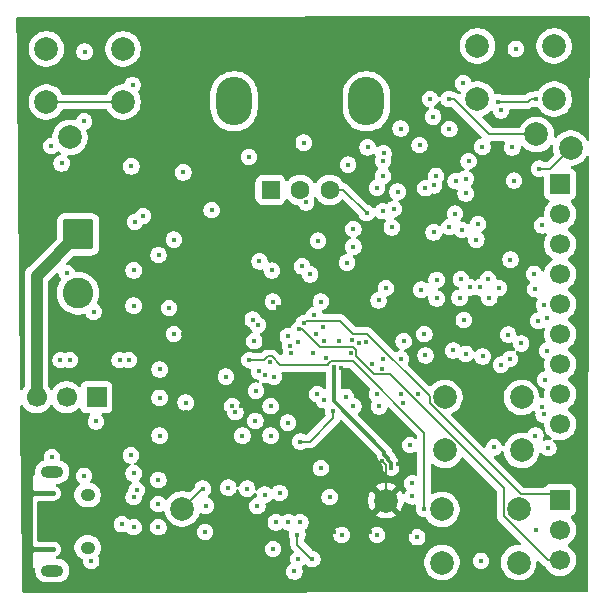
<source format=gbr>
%TF.GenerationSoftware,KiCad,Pcbnew,9.0.4*%
%TF.CreationDate,2025-09-30T19:15:50-07:00*%
%TF.ProjectId,LE_PSU_CAD,4c455f50-5355-45f4-9341-442e6b696361,rev?*%
%TF.SameCoordinates,Original*%
%TF.FileFunction,Copper,L6,Bot*%
%TF.FilePolarity,Positive*%
%FSLAX46Y46*%
G04 Gerber Fmt 4.6, Leading zero omitted, Abs format (unit mm)*
G04 Created by KiCad (PCBNEW 9.0.4) date 2025-09-30 19:15:50*
%MOMM*%
%LPD*%
G01*
G04 APERTURE LIST*
G04 Aperture macros list*
%AMRoundRect*
0 Rectangle with rounded corners*
0 $1 Rounding radius*
0 $2 $3 $4 $5 $6 $7 $8 $9 X,Y pos of 4 corners*
0 Add a 4 corners polygon primitive as box body*
4,1,4,$2,$3,$4,$5,$6,$7,$8,$9,$2,$3,0*
0 Add four circle primitives for the rounded corners*
1,1,$1+$1,$2,$3*
1,1,$1+$1,$4,$5*
1,1,$1+$1,$6,$7*
1,1,$1+$1,$8,$9*
0 Add four rect primitives between the rounded corners*
20,1,$1+$1,$2,$3,$4,$5,0*
20,1,$1+$1,$4,$5,$6,$7,0*
20,1,$1+$1,$6,$7,$8,$9,0*
20,1,$1+$1,$8,$9,$2,$3,0*%
G04 Aperture macros list end*
%TA.AperFunction,ComponentPad*%
%ADD10C,1.700000*%
%TD*%
%TA.AperFunction,ComponentPad*%
%ADD11R,1.700000X1.700000*%
%TD*%
%TA.AperFunction,ComponentPad*%
%ADD12C,2.000000*%
%TD*%
%TA.AperFunction,ComponentPad*%
%ADD13RoundRect,0.250000X-1.050000X1.050000X-1.050000X-1.050000X1.050000X-1.050000X1.050000X1.050000X0*%
%TD*%
%TA.AperFunction,ComponentPad*%
%ADD14C,2.600000*%
%TD*%
%TA.AperFunction,HeatsinkPad*%
%ADD15O,1.900000X1.000000*%
%TD*%
%TA.AperFunction,HeatsinkPad*%
%ADD16O,1.250000X1.050000*%
%TD*%
%TA.AperFunction,ComponentPad*%
%ADD17RoundRect,0.250000X0.550000X-0.550000X0.550000X0.550000X-0.550000X0.550000X-0.550000X-0.550000X0*%
%TD*%
%TA.AperFunction,ComponentPad*%
%ADD18C,1.600000*%
%TD*%
%TA.AperFunction,ComponentPad*%
%ADD19O,3.000000X4.100000*%
%TD*%
%TA.AperFunction,SMDPad,CuDef*%
%ADD20C,2.000000*%
%TD*%
%TA.AperFunction,ViaPad*%
%ADD21C,0.400000*%
%TD*%
%TA.AperFunction,Conductor*%
%ADD22C,0.150000*%
%TD*%
%TA.AperFunction,Conductor*%
%ADD23C,1.000000*%
%TD*%
%TA.AperFunction,Conductor*%
%ADD24C,0.300000*%
%TD*%
G04 APERTURE END LIST*
D10*
%TO.P,J3,9,Pin_9*%
%TO.N,/SCK*%
X219500000Y-109030000D03*
D11*
%TO.P,J3,1,Pin_1*%
%TO.N,GND*%
X219500000Y-88710000D03*
D10*
%TO.P,J3,2,Pin_2*%
%TO.N,Vin*%
X219500000Y-91250000D03*
%TO.P,J3,3,Pin_3*%
%TO.N,+3V3_Digital*%
X219500000Y-93790000D03*
%TO.P,J3,4,Pin_4*%
%TO.N,/MCLK*%
X219500000Y-96330000D03*
%TO.P,J3,5,Pin_5*%
%TO.N,/{slash}IRQ*%
X219500000Y-98870000D03*
%TO.P,J3,6,Pin_6*%
%TO.N,/SDO*%
X219500000Y-101410000D03*
%TO.P,J3,7,Pin_7*%
%TO.N,/SDI*%
X219500000Y-103950000D03*
%TO.P,J3,8,Pin_8*%
%TO.N,/{slash}CS*%
X219500000Y-106490000D03*
%TD*%
D12*
%TO.P,SW1,1,1*%
%TO.N,GND*%
X176000000Y-77250000D03*
X182500000Y-77250000D03*
%TO.P,SW1,2,2*%
%TO.N,Net-(R16-Pad1)*%
X176000000Y-81750000D03*
X182500000Y-81750000D03*
%TD*%
D13*
%TO.P,UB1,1,+*%
%TO.N,/BATT*%
X178700000Y-92950000D03*
D14*
%TO.P,UB1,2,-*%
%TO.N,GND*%
X178700000Y-97950000D03*
%TD*%
D15*
%TO.P,J1,6,Shield*%
%TO.N,GND*%
X176500000Y-113075000D03*
D16*
X179500000Y-115025000D03*
X179500000Y-119475000D03*
D15*
X176500000Y-121425000D03*
%TD*%
D12*
%TO.P,SW4,1,1*%
%TO.N,GND*%
X216000000Y-120750000D03*
X209500000Y-120750000D03*
%TO.P,SW4,2,2*%
%TO.N,Net-(R24-Pad2)*%
X216000000Y-116250000D03*
X209500000Y-116250000D03*
%TD*%
%TO.P,SW2,1,1*%
%TO.N,GND*%
X212500000Y-77000000D03*
X219000000Y-77000000D03*
%TO.P,SW2,2,2*%
%TO.N,Net-(R19-Pad1)*%
X212500000Y-81500000D03*
X219000000Y-81500000D03*
%TD*%
D17*
%TO.P,ENC1,A,A*%
%TO.N,Net-(R14-Pad1)*%
X195000000Y-89200000D03*
D18*
%TO.P,ENC1,B,B*%
%TO.N,Net-(R27-Pad1)*%
X200000000Y-89200000D03*
%TO.P,ENC1,C,C*%
%TO.N,GND*%
X197500000Y-89200000D03*
D19*
%TO.P,ENC1,SH*%
%TO.N,N/C*%
X191900000Y-81700000D03*
X203100000Y-81700000D03*
%TD*%
D11*
%TO.P,J2,1,Pin_1*%
%TO.N,SW_CLK*%
X219500000Y-115460000D03*
D10*
%TO.P,J2,2,Pin_2*%
%TO.N,GND*%
X219500000Y-118000000D03*
%TO.P,J2,3,Pin_3*%
%TO.N,SWD*%
X219500000Y-120540000D03*
%TD*%
D11*
%TO.P,BATT_USB_JMP1,1,Pin_1*%
%TO.N,USB_PWR*%
X180250000Y-106750000D03*
D10*
%TO.P,BATT_USB_JMP1,2,Pin_2*%
%TO.N,Vin*%
X177710000Y-106750000D03*
%TO.P,BATT_USB_JMP1,3,Pin_3*%
%TO.N,/BATT*%
X175170000Y-106750000D03*
%TD*%
D12*
%TO.P,SW3,1,1*%
%TO.N,GND*%
X216250000Y-111250000D03*
X209750000Y-111250000D03*
%TO.P,SW3,2,2*%
%TO.N,Net-(R23-Pad2)*%
X216250000Y-106750000D03*
X209750000Y-106750000D03*
%TD*%
D20*
%TO.P,TP1,1,1*%
%TO.N,/BTN1*%
X178000000Y-84750000D03*
%TD*%
%TO.P,TP2,1,1*%
%TO.N,/BTN0*%
X217500000Y-84500000D03*
%TD*%
%TO.P,TP3,1,1*%
%TO.N,+3V3_Digital*%
X187500000Y-116200000D03*
%TD*%
%TO.P,TP4,1,1*%
%TO.N,Vin*%
X220400000Y-85650000D03*
%TD*%
%TO.P,TP5,1,1*%
%TO.N,+1V1*%
X204750000Y-115500000D03*
%TD*%
D21*
%TO.N,GND*%
X217660876Y-100260876D03*
%TO.N,+3V3_Digital*%
X214500000Y-82450000D03*
%TO.N,GND*%
X208800000Y-88800000D03*
X192000000Y-108000000D03*
X198600000Y-103000000D03*
%TO.N,+3V3_Digital*%
X208000000Y-101400000D03*
X206200000Y-107200000D03*
%TO.N,Net-(U4-VREG_AVDD)*%
X200308204Y-107950602D03*
%TO.N,/FB*%
X198520000Y-120450000D03*
X197250000Y-118375000D03*
%TO.N,GND*%
X185490000Y-117750000D03*
X207400000Y-118600000D03*
X215300000Y-95100000D03*
X212950000Y-103300000D03*
X177300000Y-86940000D03*
X218500000Y-111050000D03*
X217500000Y-118000000D03*
X199400000Y-100800000D03*
X179800000Y-120600000D03*
X183160231Y-111660207D03*
X205750000Y-89350000D03*
X186800000Y-101400000D03*
X204000000Y-118400000D03*
X191754031Y-107508063D03*
X185490000Y-113750000D03*
X185500000Y-94700000D03*
X189500000Y-115936551D03*
X190000000Y-90900000D03*
X211850000Y-97450000D03*
X204550000Y-86100000D03*
X200800000Y-102000000D03*
X197660589Y-95660589D03*
X194000000Y-104550000D03*
X210650000Y-88450000D03*
X198000000Y-90250000D03*
X204126288Y-98549904D03*
X184200000Y-91400000D03*
X212800000Y-120600000D03*
X207750000Y-97650000D03*
X185490000Y-115800000D03*
X195184835Y-98660069D03*
X197800000Y-85200000D03*
X198800000Y-101400000D03*
X217954204Y-107554204D03*
X211350000Y-100200000D03*
X176425000Y-85475000D03*
X197000000Y-121500000D03*
X199489266Y-102019558D03*
X208500000Y-81500000D03*
X191200000Y-105000000D03*
X208789914Y-92789914D03*
X180000000Y-99500000D03*
X212550000Y-92075000D03*
X195430000Y-117335000D03*
X176473351Y-111822480D03*
X201450000Y-95350000D03*
X186400000Y-99200000D03*
X177200000Y-103600000D03*
X214500000Y-104000000D03*
X219250000Y-88250000D03*
X187800000Y-107200000D03*
X197350000Y-102050000D03*
X194050000Y-95250000D03*
X217300000Y-96300000D03*
X186800000Y-93400000D03*
X215750000Y-77250000D03*
X193864427Y-115952429D03*
X179250000Y-77500000D03*
X197500000Y-117335000D03*
X216200000Y-102200000D03*
X187600000Y-87700000D03*
X182200000Y-103600000D03*
X200000000Y-115200000D03*
X179200000Y-113400000D03*
X207000000Y-114040000D03*
X211301208Y-80179267D03*
X204500000Y-91000000D03*
X202000000Y-107500000D03*
X182400000Y-117500000D03*
X206000000Y-103500000D03*
X207500000Y-106500000D03*
X183650000Y-114600000D03*
X201000000Y-118400000D03*
X199688854Y-103445700D03*
X208105000Y-103215000D03*
X201879000Y-101911289D03*
X195000000Y-107500000D03*
X202000000Y-94000000D03*
X177750000Y-96250000D03*
X196500000Y-117335000D03*
X193700000Y-108750000D03*
X207000000Y-115152979D03*
X193482287Y-100183795D03*
X183300000Y-80300000D03*
X195200000Y-119600000D03*
X213900000Y-111000000D03*
X212700000Y-97450000D03*
X195096472Y-96018224D03*
X199000000Y-93500000D03*
%TO.N,Vin*%
X217725000Y-87400000D03*
X195750000Y-114850000D03*
%TO.N,+3V3_Digital*%
X211500000Y-103075000D03*
X206000000Y-106500000D03*
X208100000Y-89050000D03*
X209000000Y-88000000D03*
X194500000Y-115000000D03*
X193150000Y-86400000D03*
X195000000Y-110000000D03*
X212925000Y-85540000D03*
X183400000Y-99000000D03*
X198954214Y-106487975D03*
X183000000Y-103600000D03*
X204000000Y-89000000D03*
X206800000Y-110800000D03*
X211200000Y-92600000D03*
X197335000Y-120450000D03*
X199500000Y-107000000D03*
X199250000Y-112750000D03*
X217400000Y-97600000D03*
X189250000Y-114500000D03*
X215450000Y-85600000D03*
X193750000Y-106200000D03*
X193600000Y-102000000D03*
X196450000Y-108900000D03*
X213500000Y-98325000D03*
X183200000Y-87200000D03*
X210600000Y-91200000D03*
X183400000Y-96000000D03*
X218000000Y-92200000D03*
X212400000Y-93400000D03*
X215250000Y-103500000D03*
X193000000Y-114500000D03*
X191400000Y-114400000D03*
X205400000Y-90800000D03*
X206250000Y-102000000D03*
X201368258Y-106712585D03*
X202000000Y-92500000D03*
X215600000Y-88400000D03*
X178000000Y-103600000D03*
X203200000Y-85600000D03*
X201550000Y-87050000D03*
X206000000Y-84000000D03*
X198339411Y-96339411D03*
X185600000Y-104400000D03*
X189450000Y-118150000D03*
X185600000Y-106800000D03*
X210120000Y-84050000D03*
X185600000Y-110000000D03*
X211000000Y-98325000D03*
X193934835Y-100636343D03*
X179200000Y-83400000D03*
X192600000Y-110000000D03*
X209050000Y-98387500D03*
X207600000Y-85400000D03*
%TO.N,/QSPI_SD1*%
X204500000Y-86750000D03*
X204400000Y-104324101D03*
%TO.N,/QSPI_SD3*%
X201760906Y-102973533D03*
X211750000Y-86750000D03*
%TO.N,/QSPI_SCLK*%
X202458852Y-102150000D03*
X211500000Y-88250000D03*
%TO.N,/QSPI_SD0*%
X203050000Y-102050000D03*
X211500000Y-89500000D03*
%TO.N,/QSPI_SD2*%
X204500000Y-88000000D03*
X203587730Y-103957278D03*
%TO.N,/BTN1*%
X199250000Y-98650000D03*
X183500000Y-91900000D03*
X177300000Y-85065000D03*
%TO.N,/BTN0*%
X210064682Y-81494737D03*
X208750000Y-83000000D03*
X198700000Y-99800000D03*
%TO.N,Net-(U4-VREG_AVDD)*%
X197500000Y-110500000D03*
%TO.N,+1V1*%
X203400000Y-118200000D03*
X176850000Y-101600000D03*
X213000000Y-114400000D03*
X210200000Y-114200000D03*
X195637383Y-99112617D03*
X185200000Y-120800000D03*
X204400000Y-112150000D03*
X219200000Y-112400000D03*
X207550000Y-93800000D03*
X192500000Y-107500000D03*
X206800000Y-118200000D03*
X200400000Y-118200000D03*
X206200000Y-96800000D03*
X203250000Y-112150000D03*
X200951618Y-104278438D03*
X181200000Y-110000000D03*
X207200000Y-98800000D03*
X205800000Y-112400000D03*
X216300000Y-103200000D03*
X187600000Y-101400000D03*
X209100000Y-103600000D03*
X184700000Y-85000000D03*
X212800000Y-100800000D03*
X191150000Y-108100000D03*
X200300000Y-112650000D03*
X196400000Y-93600000D03*
X197400000Y-81000000D03*
X196590244Y-105705649D03*
X187550000Y-118500000D03*
X208200000Y-79400000D03*
X212200000Y-99600000D03*
X203447466Y-99228726D03*
X187800000Y-108000000D03*
X196585876Y-95414124D03*
X216400000Y-99600000D03*
X202100000Y-112150000D03*
%TO.N,Net-(D1-K)*%
X210450000Y-102790000D03*
X214340000Y-97500000D03*
%TO.N,Net-(D2-K)*%
X213400000Y-96750000D03*
X215100000Y-101440000D03*
%TO.N,Net-(D3-K)*%
X210100000Y-92350000D03*
X211100000Y-96750000D03*
%TO.N,Net-(D4-K)*%
X205250000Y-92360000D03*
X209050000Y-96812500D03*
%TO.N,USB_PWR*%
X183390000Y-117750000D03*
X180200000Y-108800000D03*
%TO.N,/USB_D+*%
X183400000Y-113200000D03*
X204000000Y-106500000D03*
%TO.N,/USB_D-*%
X183400000Y-115200000D03*
X204182106Y-107525000D03*
%TO.N,SW_CLK*%
X197800000Y-100502233D03*
%TO.N,SWD*%
X197400000Y-101000000D03*
%TO.N,/MCLK*%
X218125000Y-98925000D03*
X196445390Y-101561355D03*
%TO.N,/{slash}CS*%
X195250000Y-105000000D03*
X218114197Y-108204886D03*
%TO.N,/SDO*%
X218400000Y-102800000D03*
X196700000Y-103000000D03*
%TO.N,/SDI*%
X218221373Y-105257713D03*
X194926397Y-103773603D03*
%TO.N,/{slash}IRQ*%
X196650000Y-102400000D03*
X218400000Y-100000000D03*
%TO.N,/SCK*%
X217400000Y-110000000D03*
X194550000Y-104850000D03*
%TO.N,Net-(R19-Pad1)*%
X214250000Y-81750000D03*
X217500000Y-81500000D03*
%TO.N,/QSPI_SS*%
X204500000Y-103500000D03*
X204750000Y-97500000D03*
%TO.N,Net-(R24-Pad2)*%
X193200000Y-103600000D03*
X208000000Y-116200000D03*
%TO.N,Net-(R27-Pad1)*%
X203119540Y-91160000D03*
%TO.N,Net-(U4-VREG_LX)*%
X200320325Y-104169605D03*
X205200000Y-112700000D03*
%TD*%
D22*
%TO.N,Net-(R19-Pad1)*%
X216750000Y-81750000D02*
X214250000Y-81750000D01*
X217000000Y-81500000D02*
X216750000Y-81750000D01*
X217500000Y-81500000D02*
X217000000Y-81500000D01*
%TO.N,Net-(U4-VREG_AVDD)*%
X198300000Y-110500000D02*
X200308204Y-108491796D01*
X197500000Y-110500000D02*
X198300000Y-110500000D01*
X200308204Y-108491796D02*
X200308204Y-107950602D01*
%TO.N,/FB*%
X197250000Y-119250000D02*
X197250000Y-118375000D01*
X198520000Y-120450000D02*
X198450000Y-120450000D01*
X198450000Y-120450000D02*
X197250000Y-119250000D01*
%TO.N,Vin*%
X218650000Y-87400000D02*
X217725000Y-87400000D01*
X220400000Y-85650000D02*
X218650000Y-87400000D01*
%TO.N,+3V3_Digital*%
X189200000Y-114500000D02*
X189250000Y-114500000D01*
X187500000Y-116200000D02*
X189200000Y-114500000D01*
D23*
%TO.N,/BATT*%
X178700000Y-92950000D02*
X175170000Y-96480000D01*
X175170000Y-96480000D02*
X175170000Y-106750000D01*
D22*
%TO.N,/BTN1*%
X178000000Y-84750000D02*
X177615000Y-84750000D01*
X177615000Y-84750000D02*
X177300000Y-85065000D01*
%TO.N,/BTN0*%
X210494737Y-81494737D02*
X213500000Y-84500000D01*
X213500000Y-84500000D02*
X217500000Y-84500000D01*
X210064682Y-81494737D02*
X210494737Y-81494737D01*
%TO.N,+1V1*%
X204750000Y-115500000D02*
X204750000Y-112500000D01*
X204750000Y-112500000D02*
X204400000Y-112150000D01*
%TO.N,SW_CLK*%
X202000000Y-101400000D02*
X203193433Y-101400000D01*
X208474000Y-107278537D02*
X216169463Y-114974000D01*
X219014000Y-114974000D02*
X219500000Y-115460000D01*
X216169463Y-114974000D02*
X219014000Y-114974000D01*
X200895526Y-100295526D02*
X202000000Y-101400000D01*
X208474000Y-106680567D02*
X208474000Y-107278537D01*
X197800000Y-100502233D02*
X198006707Y-100295526D01*
X198006707Y-100295526D02*
X200895526Y-100295526D01*
X203193433Y-101400000D02*
X208474000Y-106680567D01*
%TO.N,SWD*%
X210278537Y-109974000D02*
X210274000Y-109974000D01*
X202236906Y-102776367D02*
X201958072Y-102497533D01*
X211026000Y-110721463D02*
X210278537Y-109974000D01*
X214724000Y-114424000D02*
X211026000Y-110726000D01*
X201944558Y-102494558D02*
X199147061Y-102494558D01*
X205100101Y-104800101D02*
X203757387Y-104800101D01*
X201958072Y-102497533D02*
X201947533Y-102497533D01*
X201947533Y-102497533D02*
X201944558Y-102494558D01*
X211026000Y-110726000D02*
X211026000Y-110721463D01*
X218440000Y-120540000D02*
X214724000Y-116824000D01*
X197652503Y-101000000D02*
X197400000Y-101000000D01*
X199147061Y-102494558D02*
X197652503Y-101000000D01*
X202236906Y-103279620D02*
X202236906Y-102776367D01*
X219500000Y-120540000D02*
X218440000Y-120540000D01*
X210274000Y-109974000D02*
X205100101Y-104800101D01*
X214724000Y-116824000D02*
X214724000Y-114424000D01*
X203757387Y-104800101D02*
X202236906Y-103279620D01*
%TO.N,Net-(R16-Pad1)*%
X176000000Y-81750000D02*
X182500000Y-81750000D01*
%TO.N,Net-(R24-Pad2)*%
X193223563Y-103576437D02*
X193200000Y-103600000D01*
X194450397Y-103576437D02*
X193223563Y-103576437D01*
X201943605Y-103693605D02*
X200123159Y-103693605D01*
X199844325Y-103972439D02*
X199844325Y-104000000D01*
X199844325Y-104000000D02*
X195825960Y-104000000D01*
X200123159Y-103693605D02*
X199844325Y-103972439D01*
X194729231Y-103297603D02*
X194450397Y-103576437D01*
X208000000Y-109750000D02*
X201943605Y-103693605D01*
X195123563Y-103297603D02*
X194729231Y-103297603D01*
X195825960Y-104000000D02*
X195123563Y-103297603D01*
X209500000Y-116250000D02*
X209500000Y-115481242D01*
X208000000Y-116200000D02*
X208000000Y-109750000D01*
%TO.N,Net-(R27-Pad1)*%
X203119540Y-91160000D02*
X201159540Y-89200000D01*
X201159540Y-89200000D02*
X200000000Y-89200000D01*
D24*
%TO.N,Net-(U4-VREG_LX)*%
X204628232Y-111378232D02*
X204628232Y-111599000D01*
X200321325Y-107071325D02*
X204628232Y-111378232D01*
X200321325Y-104170605D02*
X200321325Y-107071325D01*
X205176000Y-112323546D02*
X205176000Y-112700000D01*
X205176000Y-112700000D02*
X205200000Y-112700000D01*
X204951000Y-112098545D02*
X205176000Y-112323546D01*
X204628232Y-111599000D02*
X204951000Y-111921768D01*
X200320325Y-104169605D02*
X200321325Y-104170605D01*
X204951000Y-111921768D02*
X204951000Y-112098545D01*
%TD*%
%TA.AperFunction,Conductor*%
%TO.N,+1V1*%
G36*
X221942441Y-74469803D02*
G01*
X221988305Y-74522512D01*
X221999616Y-74574637D01*
X221967861Y-84905850D01*
X221947971Y-84972829D01*
X221895027Y-85018421D01*
X221825838Y-85028152D01*
X221762372Y-84998932D01*
X221733377Y-84961764D01*
X221685651Y-84868097D01*
X221683343Y-84863567D01*
X221544517Y-84672490D01*
X221377510Y-84505483D01*
X221186433Y-84366657D01*
X221118056Y-84331817D01*
X220975996Y-84259433D01*
X220751368Y-84186446D01*
X220518097Y-84149500D01*
X220518092Y-84149500D01*
X220281908Y-84149500D01*
X220281903Y-84149500D01*
X220048631Y-84186446D01*
X219824003Y-84259433D01*
X219613566Y-84366657D01*
X219569557Y-84398632D01*
X219422490Y-84505483D01*
X219422488Y-84505485D01*
X219422487Y-84505485D01*
X219255484Y-84672488D01*
X219221991Y-84718588D01*
X219166660Y-84761253D01*
X219097047Y-84767232D01*
X219035252Y-84734626D01*
X219000895Y-84673787D01*
X218999200Y-84626302D01*
X219000500Y-84618094D01*
X219000500Y-84381902D01*
X218963553Y-84148631D01*
X218909087Y-83981004D01*
X218890568Y-83924008D01*
X218890566Y-83924005D01*
X218890566Y-83924003D01*
X218825180Y-83795677D01*
X218783343Y-83713567D01*
X218644517Y-83522490D01*
X218477510Y-83355483D01*
X218286433Y-83216657D01*
X218256694Y-83201504D01*
X218075996Y-83109433D01*
X217851368Y-83036446D01*
X217618097Y-82999500D01*
X217618092Y-82999500D01*
X217381908Y-82999500D01*
X217381903Y-82999500D01*
X217148631Y-83036446D01*
X216924003Y-83109433D01*
X216713566Y-83216657D01*
X216617508Y-83286448D01*
X216522490Y-83355483D01*
X216522488Y-83355485D01*
X216522487Y-83355485D01*
X216355485Y-83522487D01*
X216355485Y-83522488D01*
X216355483Y-83522490D01*
X216296659Y-83603454D01*
X216216657Y-83713566D01*
X216194383Y-83757282D01*
X216148902Y-83846545D01*
X216143679Y-83856795D01*
X216095705Y-83907591D01*
X216033194Y-83924500D01*
X213789742Y-83924500D01*
X213722703Y-83904815D01*
X213702061Y-83888181D01*
X212938647Y-83124767D01*
X212905162Y-83063444D01*
X212910146Y-82993752D01*
X212952018Y-82937819D01*
X212988009Y-82919155D01*
X213075992Y-82890568D01*
X213286433Y-82783343D01*
X213477510Y-82644517D01*
X213602867Y-82519159D01*
X213664186Y-82485677D01*
X213733878Y-82490661D01*
X213789812Y-82532532D01*
X213812162Y-82582651D01*
X213826418Y-82654322D01*
X213826421Y-82654332D01*
X213879221Y-82781804D01*
X213879228Y-82781817D01*
X213955885Y-82896541D01*
X213955888Y-82896545D01*
X214053454Y-82994111D01*
X214053458Y-82994114D01*
X214168182Y-83070771D01*
X214168195Y-83070778D01*
X214261518Y-83109433D01*
X214295672Y-83123580D01*
X214295676Y-83123580D01*
X214295677Y-83123581D01*
X214431004Y-83150500D01*
X214431007Y-83150500D01*
X214568995Y-83150500D01*
X214660041Y-83132389D01*
X214704328Y-83123580D01*
X214831811Y-83070775D01*
X214946542Y-82994114D01*
X215044114Y-82896542D01*
X215120775Y-82781811D01*
X215173580Y-82654328D01*
X215187838Y-82582651D01*
X215200500Y-82518995D01*
X215200500Y-82449500D01*
X215220185Y-82382461D01*
X215272989Y-82336706D01*
X215324500Y-82325500D01*
X216825764Y-82325500D01*
X216825766Y-82325500D01*
X216972135Y-82286281D01*
X217103365Y-82210515D01*
X217127220Y-82186659D01*
X217188542Y-82153174D01*
X217258234Y-82158158D01*
X217262311Y-82159761D01*
X217295672Y-82173580D01*
X217295676Y-82173580D01*
X217295677Y-82173581D01*
X217431004Y-82200500D01*
X217431007Y-82200500D01*
X217568993Y-82200500D01*
X217571239Y-82200053D01*
X217572442Y-82200160D01*
X217575058Y-82199903D01*
X217575106Y-82200398D01*
X217640831Y-82206274D01*
X217696012Y-82249132D01*
X217705925Y-82265371D01*
X217716579Y-82286280D01*
X217716657Y-82286433D01*
X217855483Y-82477510D01*
X218022490Y-82644517D01*
X218213567Y-82783343D01*
X218312991Y-82834002D01*
X218424003Y-82890566D01*
X218424005Y-82890566D01*
X218424008Y-82890568D01*
X218544412Y-82929689D01*
X218648631Y-82963553D01*
X218881903Y-83000500D01*
X218881908Y-83000500D01*
X219118097Y-83000500D01*
X219351368Y-82963553D01*
X219382449Y-82953454D01*
X219575992Y-82890568D01*
X219786433Y-82783343D01*
X219977510Y-82644517D01*
X220144517Y-82477510D01*
X220283343Y-82286433D01*
X220390568Y-82075992D01*
X220463553Y-81851368D01*
X220485041Y-81715698D01*
X220500500Y-81618097D01*
X220500500Y-81381902D01*
X220463553Y-81148631D01*
X220412448Y-80991349D01*
X220390568Y-80924008D01*
X220390566Y-80924005D01*
X220390566Y-80924003D01*
X220313364Y-80772487D01*
X220283343Y-80713567D01*
X220144517Y-80522490D01*
X219977510Y-80355483D01*
X219786433Y-80216657D01*
X219776514Y-80211603D01*
X219575996Y-80109433D01*
X219351368Y-80036446D01*
X219118097Y-79999500D01*
X219118092Y-79999500D01*
X218881908Y-79999500D01*
X218881903Y-79999500D01*
X218648631Y-80036446D01*
X218424003Y-80109433D01*
X218213566Y-80216657D01*
X218104550Y-80295862D01*
X218022490Y-80355483D01*
X218022488Y-80355485D01*
X218022487Y-80355485D01*
X217855485Y-80522487D01*
X217855485Y-80522488D01*
X217855483Y-80522490D01*
X217795185Y-80605483D01*
X217716655Y-80713569D01*
X217705924Y-80734629D01*
X217657948Y-80785424D01*
X217590126Y-80802217D01*
X217571256Y-80799950D01*
X217568993Y-80799500D01*
X217431007Y-80799500D01*
X217431005Y-80799500D01*
X217295677Y-80826418D01*
X217295667Y-80826421D01*
X217168190Y-80879223D01*
X217168187Y-80879225D01*
X217131705Y-80903602D01*
X217065028Y-80924480D01*
X217062815Y-80924500D01*
X216924233Y-80924500D01*
X216807097Y-80955886D01*
X216807096Y-80955885D01*
X216777866Y-80963718D01*
X216777865Y-80963718D01*
X216646635Y-81039485D01*
X216646632Y-81039487D01*
X216547939Y-81138181D01*
X216486616Y-81171666D01*
X216460258Y-81174500D01*
X214687185Y-81174500D01*
X214620146Y-81154815D01*
X214618295Y-81153602D01*
X214581812Y-81129225D01*
X214581809Y-81129223D01*
X214454332Y-81076421D01*
X214454322Y-81076418D01*
X214318995Y-81049500D01*
X214318993Y-81049500D01*
X214181007Y-81049500D01*
X214181002Y-81049500D01*
X214054570Y-81074649D01*
X213984978Y-81068422D01*
X213929801Y-81025559D01*
X213912449Y-80991351D01*
X213890568Y-80924008D01*
X213783343Y-80713567D01*
X213644517Y-80522490D01*
X213477510Y-80355483D01*
X213286433Y-80216657D01*
X213276514Y-80211603D01*
X213075996Y-80109433D01*
X212851368Y-80036446D01*
X212618097Y-79999500D01*
X212618092Y-79999500D01*
X212381908Y-79999500D01*
X212381903Y-79999500D01*
X212148628Y-80036447D01*
X212148627Y-80036447D01*
X212126874Y-80043515D01*
X212057033Y-80045508D01*
X211997201Y-80009426D01*
X211973999Y-79973035D01*
X211971994Y-79968195D01*
X211953302Y-79923067D01*
X211921986Y-79847462D01*
X211921979Y-79847449D01*
X211845322Y-79732725D01*
X211845319Y-79732721D01*
X211747753Y-79635155D01*
X211747749Y-79635152D01*
X211633025Y-79558495D01*
X211633012Y-79558488D01*
X211505540Y-79505688D01*
X211505530Y-79505685D01*
X211370203Y-79478767D01*
X211370201Y-79478767D01*
X211232215Y-79478767D01*
X211232213Y-79478767D01*
X211096885Y-79505685D01*
X211096875Y-79505688D01*
X210969403Y-79558488D01*
X210969390Y-79558495D01*
X210854666Y-79635152D01*
X210854662Y-79635155D01*
X210757096Y-79732721D01*
X210757093Y-79732725D01*
X210680436Y-79847449D01*
X210680429Y-79847462D01*
X210627629Y-79974934D01*
X210627626Y-79974944D01*
X210600708Y-80110271D01*
X210600708Y-80110274D01*
X210600708Y-80248260D01*
X210600708Y-80248262D01*
X210600707Y-80248262D01*
X210627626Y-80383589D01*
X210627629Y-80383599D01*
X210680429Y-80511071D01*
X210680436Y-80511084D01*
X210757093Y-80625808D01*
X210757096Y-80625812D01*
X210854662Y-80723378D01*
X210854666Y-80723381D01*
X210969390Y-80800038D01*
X210969397Y-80800042D01*
X211022421Y-80822005D01*
X211025624Y-80824586D01*
X211029680Y-80825288D01*
X211052605Y-80846328D01*
X211076824Y-80865845D01*
X211078123Y-80869748D01*
X211081156Y-80872532D01*
X211089064Y-80902620D01*
X211098890Y-80932139D01*
X211098171Y-80937266D01*
X211098918Y-80940107D01*
X211092900Y-80974884D01*
X211080844Y-81011989D01*
X211041407Y-81069664D01*
X210977048Y-81096863D01*
X210908202Y-81084949D01*
X210875232Y-81061352D01*
X210848104Y-81034224D01*
X210848102Y-81034222D01*
X210773844Y-80991349D01*
X210716873Y-80958456D01*
X210618654Y-80932139D01*
X210570503Y-80919237D01*
X210570502Y-80919237D01*
X210501867Y-80919237D01*
X210434828Y-80899552D01*
X210432977Y-80898339D01*
X210396494Y-80873962D01*
X210396491Y-80873960D01*
X210269014Y-80821158D01*
X210269004Y-80821155D01*
X210133677Y-80794237D01*
X210133675Y-80794237D01*
X209995689Y-80794237D01*
X209995687Y-80794237D01*
X209860359Y-80821155D01*
X209860349Y-80821158D01*
X209732877Y-80873958D01*
X209732864Y-80873965D01*
X209618140Y-80950622D01*
X209618136Y-80950625D01*
X209520570Y-81048191D01*
X209520567Y-81048195D01*
X209443910Y-81162919D01*
X209443903Y-81162932D01*
X209395812Y-81279037D01*
X209351971Y-81333441D01*
X209285677Y-81355506D01*
X209217978Y-81338227D01*
X209170367Y-81287090D01*
X209166690Y-81279037D01*
X209120778Y-81168195D01*
X209120771Y-81168182D01*
X209044114Y-81053458D01*
X209044111Y-81053454D01*
X208946545Y-80955888D01*
X208946541Y-80955885D01*
X208831817Y-80879228D01*
X208831804Y-80879221D01*
X208704332Y-80826421D01*
X208704322Y-80826418D01*
X208568995Y-80799500D01*
X208568993Y-80799500D01*
X208431007Y-80799500D01*
X208431005Y-80799500D01*
X208295677Y-80826418D01*
X208295667Y-80826421D01*
X208168195Y-80879221D01*
X208168182Y-80879228D01*
X208053458Y-80955885D01*
X208053454Y-80955888D01*
X207955888Y-81053454D01*
X207955885Y-81053458D01*
X207879228Y-81168182D01*
X207879221Y-81168195D01*
X207826421Y-81295667D01*
X207826418Y-81295677D01*
X207799500Y-81431004D01*
X207799500Y-81431007D01*
X207799500Y-81568993D01*
X207799500Y-81568995D01*
X207799499Y-81568995D01*
X207826418Y-81704322D01*
X207826421Y-81704332D01*
X207879221Y-81831804D01*
X207879228Y-81831817D01*
X207955885Y-81946541D01*
X207955888Y-81946545D01*
X208053454Y-82044111D01*
X208053458Y-82044114D01*
X208168182Y-82120771D01*
X208168195Y-82120778D01*
X208262353Y-82159779D01*
X208295672Y-82173580D01*
X208333639Y-82181132D01*
X208395548Y-82213516D01*
X208430123Y-82274231D01*
X208426384Y-82344001D01*
X208385518Y-82400673D01*
X208378339Y-82405850D01*
X208303460Y-82455883D01*
X208303454Y-82455888D01*
X208205888Y-82553454D01*
X208205885Y-82553458D01*
X208129228Y-82668182D01*
X208129221Y-82668195D01*
X208076421Y-82795667D01*
X208076418Y-82795677D01*
X208049500Y-82931004D01*
X208049500Y-82931007D01*
X208049500Y-83068993D01*
X208049500Y-83068995D01*
X208049499Y-83068995D01*
X208076418Y-83204322D01*
X208076421Y-83204332D01*
X208129221Y-83331804D01*
X208129228Y-83331817D01*
X208205885Y-83446541D01*
X208205888Y-83446545D01*
X208303454Y-83544111D01*
X208303458Y-83544114D01*
X208418182Y-83620771D01*
X208418195Y-83620778D01*
X208532640Y-83668182D01*
X208545672Y-83673580D01*
X208545676Y-83673580D01*
X208545677Y-83673581D01*
X208681004Y-83700500D01*
X208681007Y-83700500D01*
X208818995Y-83700500D01*
X208910041Y-83682389D01*
X208954328Y-83673580D01*
X209081811Y-83620775D01*
X209196542Y-83544114D01*
X209294114Y-83446542D01*
X209370775Y-83331811D01*
X209423580Y-83204328D01*
X209450146Y-83070775D01*
X209450500Y-83068995D01*
X209450500Y-82931004D01*
X209423581Y-82795677D01*
X209423580Y-82795676D01*
X209423580Y-82795672D01*
X209416769Y-82779228D01*
X209370778Y-82668195D01*
X209370771Y-82668182D01*
X209294114Y-82553458D01*
X209294111Y-82553454D01*
X209196545Y-82455888D01*
X209196541Y-82455885D01*
X209081817Y-82379228D01*
X209081804Y-82379221D01*
X208954332Y-82326421D01*
X208954322Y-82326418D01*
X208916360Y-82318867D01*
X208854449Y-82286482D01*
X208819875Y-82225766D01*
X208823616Y-82155996D01*
X208864482Y-82099324D01*
X208871661Y-82094148D01*
X208946542Y-82044114D01*
X209044111Y-81946545D01*
X209044114Y-81946542D01*
X209120775Y-81831811D01*
X209168871Y-81715695D01*
X209212709Y-81661296D01*
X209279003Y-81639230D01*
X209346702Y-81656508D01*
X209394313Y-81707645D01*
X209397991Y-81715698D01*
X209443905Y-81826544D01*
X209443910Y-81826554D01*
X209520567Y-81941278D01*
X209520570Y-81941282D01*
X209618136Y-82038848D01*
X209618140Y-82038851D01*
X209732864Y-82115508D01*
X209732877Y-82115515D01*
X209823795Y-82153174D01*
X209860354Y-82168317D01*
X209860358Y-82168317D01*
X209860359Y-82168318D01*
X209995686Y-82195237D01*
X209995689Y-82195237D01*
X210133677Y-82195237D01*
X210274984Y-82167129D01*
X210275549Y-82169971D01*
X210332925Y-82169279D01*
X210387108Y-82200988D01*
X212833439Y-84647319D01*
X212866924Y-84708642D01*
X212861940Y-84778334D01*
X212820068Y-84834267D01*
X212769951Y-84856617D01*
X212720676Y-84866418D01*
X212720667Y-84866421D01*
X212593195Y-84919221D01*
X212593182Y-84919228D01*
X212478458Y-84995885D01*
X212478454Y-84995888D01*
X212380888Y-85093454D01*
X212380885Y-85093458D01*
X212304228Y-85208182D01*
X212304221Y-85208195D01*
X212251421Y-85335667D01*
X212251418Y-85335677D01*
X212224500Y-85471004D01*
X212224500Y-85471007D01*
X212224500Y-85608993D01*
X212224500Y-85608995D01*
X212224499Y-85608995D01*
X212251418Y-85744322D01*
X212251421Y-85744332D01*
X212304221Y-85871804D01*
X212304228Y-85871817D01*
X212380885Y-85986541D01*
X212380888Y-85986545D01*
X212478454Y-86084111D01*
X212478458Y-86084114D01*
X212593182Y-86160771D01*
X212593195Y-86160778D01*
X212720607Y-86213553D01*
X212720672Y-86213580D01*
X212720676Y-86213580D01*
X212720677Y-86213581D01*
X212856004Y-86240500D01*
X212856007Y-86240500D01*
X212993995Y-86240500D01*
X213093141Y-86220778D01*
X213129328Y-86213580D01*
X213236971Y-86168993D01*
X213256804Y-86160778D01*
X213256804Y-86160777D01*
X213256811Y-86160775D01*
X213371542Y-86084114D01*
X213469114Y-85986542D01*
X213545775Y-85871811D01*
X213552371Y-85855888D01*
X213572702Y-85806804D01*
X213598580Y-85744328D01*
X213613565Y-85668993D01*
X213625500Y-85608995D01*
X213625500Y-85471004D01*
X213598581Y-85335677D01*
X213598580Y-85335676D01*
X213598580Y-85335672D01*
X213596648Y-85331007D01*
X213561832Y-85246952D01*
X213554363Y-85177483D01*
X213585639Y-85115004D01*
X213645728Y-85079352D01*
X213676393Y-85075500D01*
X214725987Y-85075500D01*
X214793026Y-85095185D01*
X214838781Y-85147989D01*
X214848725Y-85217147D01*
X214831375Y-85262427D01*
X214832098Y-85262814D01*
X214829221Y-85268195D01*
X214776421Y-85395667D01*
X214776418Y-85395677D01*
X214749500Y-85531004D01*
X214749500Y-85531007D01*
X214749500Y-85668993D01*
X214749500Y-85668995D01*
X214749499Y-85668995D01*
X214776418Y-85804322D01*
X214776421Y-85804332D01*
X214829221Y-85931804D01*
X214829228Y-85931817D01*
X214905885Y-86046541D01*
X214905888Y-86046545D01*
X215003454Y-86144111D01*
X215003458Y-86144114D01*
X215118182Y-86220771D01*
X215118195Y-86220778D01*
X215245667Y-86273578D01*
X215245672Y-86273580D01*
X215245676Y-86273580D01*
X215245677Y-86273581D01*
X215381004Y-86300500D01*
X215381007Y-86300500D01*
X215518995Y-86300500D01*
X215623656Y-86279681D01*
X215654328Y-86273580D01*
X215781811Y-86220775D01*
X215896542Y-86144114D01*
X215994114Y-86046542D01*
X216070775Y-85931811D01*
X216123580Y-85804328D01*
X216135558Y-85744111D01*
X216150500Y-85668995D01*
X216150500Y-85571889D01*
X216170185Y-85504850D01*
X216222989Y-85459095D01*
X216292147Y-85449151D01*
X216355703Y-85478176D01*
X216362181Y-85484208D01*
X216522490Y-85644517D01*
X216713567Y-85783343D01*
X216812991Y-85834002D01*
X216924003Y-85890566D01*
X216924005Y-85890566D01*
X216924008Y-85890568D01*
X217036928Y-85927258D01*
X217148631Y-85963553D01*
X217381903Y-86000500D01*
X217381908Y-86000500D01*
X217618097Y-86000500D01*
X217851368Y-85963553D01*
X217906381Y-85945678D01*
X218075992Y-85890568D01*
X218286433Y-85783343D01*
X218477510Y-85644517D01*
X218644517Y-85477510D01*
X218678010Y-85431410D01*
X218733336Y-85388747D01*
X218802949Y-85382766D01*
X218864745Y-85415371D01*
X218899103Y-85476210D01*
X218900801Y-85523686D01*
X218899500Y-85531904D01*
X218899500Y-85768097D01*
X218936446Y-86001368D01*
X218960832Y-86076418D01*
X218984279Y-86148580D01*
X218986121Y-86154247D01*
X218988116Y-86224088D01*
X218955871Y-86280247D01*
X218447939Y-86788181D01*
X218421011Y-86802884D01*
X218395193Y-86819477D01*
X218388992Y-86820368D01*
X218386616Y-86821666D01*
X218360258Y-86824500D01*
X218162185Y-86824500D01*
X218095146Y-86804815D01*
X218093295Y-86803602D01*
X218056812Y-86779225D01*
X218056809Y-86779223D01*
X217929332Y-86726421D01*
X217929322Y-86726418D01*
X217793995Y-86699500D01*
X217793993Y-86699500D01*
X217656007Y-86699500D01*
X217656005Y-86699500D01*
X217520677Y-86726418D01*
X217520667Y-86726421D01*
X217393195Y-86779221D01*
X217393182Y-86779228D01*
X217278458Y-86855885D01*
X217278454Y-86855888D01*
X217180888Y-86953454D01*
X217180885Y-86953458D01*
X217104228Y-87068182D01*
X217104221Y-87068195D01*
X217051421Y-87195667D01*
X217051418Y-87195677D01*
X217024500Y-87331004D01*
X217024500Y-87331007D01*
X217024500Y-87468993D01*
X217024500Y-87468995D01*
X217024499Y-87468995D01*
X217051418Y-87604322D01*
X217051421Y-87604332D01*
X217104221Y-87731804D01*
X217104228Y-87731817D01*
X217180885Y-87846541D01*
X217180888Y-87846545D01*
X217278454Y-87944111D01*
X217278458Y-87944114D01*
X217393182Y-88020771D01*
X217393195Y-88020778D01*
X217520667Y-88073578D01*
X217520672Y-88073580D01*
X217520676Y-88073580D01*
X217520677Y-88073581D01*
X217656004Y-88100500D01*
X217656007Y-88100500D01*
X217793995Y-88100500D01*
X217885041Y-88082389D01*
X217929328Y-88073580D01*
X217978050Y-88053398D01*
X218047515Y-88045930D01*
X218109995Y-88077204D01*
X218145648Y-88137293D01*
X218149500Y-88167960D01*
X218149500Y-89607870D01*
X218149501Y-89607876D01*
X218155908Y-89667483D01*
X218206202Y-89802328D01*
X218206206Y-89802335D01*
X218292452Y-89917544D01*
X218292455Y-89917547D01*
X218407664Y-90003793D01*
X218407671Y-90003797D01*
X218539082Y-90052810D01*
X218595016Y-90094681D01*
X218619433Y-90160145D01*
X218604582Y-90228418D01*
X218583431Y-90256673D01*
X218469889Y-90370215D01*
X218344951Y-90542179D01*
X218248444Y-90731585D01*
X218182753Y-90933760D01*
X218149500Y-91143713D01*
X218149500Y-91356294D01*
X218149882Y-91361151D01*
X218148806Y-91361235D01*
X218140517Y-91425392D01*
X218095523Y-91478845D01*
X218028772Y-91499487D01*
X218026997Y-91499500D01*
X217931005Y-91499500D01*
X217795677Y-91526418D01*
X217795667Y-91526421D01*
X217668195Y-91579221D01*
X217668182Y-91579228D01*
X217553458Y-91655885D01*
X217553454Y-91655888D01*
X217455888Y-91753454D01*
X217455885Y-91753458D01*
X217379228Y-91868182D01*
X217379221Y-91868195D01*
X217326421Y-91995667D01*
X217326418Y-91995677D01*
X217299500Y-92131004D01*
X217299500Y-92131007D01*
X217299500Y-92268993D01*
X217299500Y-92268995D01*
X217299499Y-92268995D01*
X217326418Y-92404322D01*
X217326421Y-92404332D01*
X217379221Y-92531804D01*
X217379228Y-92531817D01*
X217455885Y-92646541D01*
X217455888Y-92646545D01*
X217553454Y-92744111D01*
X217553458Y-92744114D01*
X217668182Y-92820771D01*
X217668195Y-92820778D01*
X217765878Y-92861239D01*
X217795672Y-92873580D01*
X217795676Y-92873580D01*
X217795677Y-92873581D01*
X217931004Y-92900500D01*
X217931007Y-92900500D01*
X218068995Y-92900500D01*
X218175315Y-92879351D01*
X218204328Y-92873580D01*
X218216088Y-92868708D01*
X218285554Y-92861239D01*
X218348034Y-92892511D01*
X218383688Y-92952599D01*
X218381197Y-93022424D01*
X218363861Y-93056152D01*
X218344950Y-93082181D01*
X218248444Y-93271585D01*
X218182753Y-93473760D01*
X218149500Y-93683713D01*
X218149500Y-93896286D01*
X218178474Y-94079225D01*
X218182754Y-94106243D01*
X218230587Y-94253458D01*
X218248444Y-94308414D01*
X218344951Y-94497820D01*
X218469890Y-94669786D01*
X218620213Y-94820109D01*
X218792182Y-94945050D01*
X218800946Y-94949516D01*
X218851742Y-94997491D01*
X218868536Y-95065312D01*
X218845998Y-95131447D01*
X218800946Y-95170484D01*
X218792182Y-95174949D01*
X218620213Y-95299890D01*
X218469890Y-95450213D01*
X218344951Y-95622179D01*
X218248444Y-95811585D01*
X218248443Y-95811587D01*
X218248443Y-95811588D01*
X218185247Y-96006086D01*
X218182751Y-96013767D01*
X218182636Y-96014246D01*
X218182542Y-96014408D01*
X218181249Y-96018390D01*
X218180411Y-96018117D01*
X218147833Y-96074830D01*
X218085800Y-96106982D01*
X218016233Y-96100492D01*
X217961217Y-96057421D01*
X217947507Y-96032726D01*
X217920778Y-95968194D01*
X217920771Y-95968182D01*
X217844114Y-95853458D01*
X217844111Y-95853454D01*
X217746545Y-95755888D01*
X217746541Y-95755885D01*
X217631817Y-95679228D01*
X217631804Y-95679221D01*
X217504332Y-95626421D01*
X217504322Y-95626418D01*
X217368995Y-95599500D01*
X217368993Y-95599500D01*
X217231007Y-95599500D01*
X217231005Y-95599500D01*
X217095677Y-95626418D01*
X217095667Y-95626421D01*
X216968195Y-95679221D01*
X216968182Y-95679228D01*
X216853458Y-95755885D01*
X216853454Y-95755888D01*
X216755888Y-95853454D01*
X216755885Y-95853458D01*
X216679228Y-95968182D01*
X216679221Y-95968195D01*
X216626421Y-96095667D01*
X216626418Y-96095677D01*
X216599500Y-96231004D01*
X216599500Y-96231007D01*
X216599500Y-96368993D01*
X216599500Y-96368995D01*
X216599499Y-96368995D01*
X216626418Y-96504322D01*
X216626421Y-96504332D01*
X216679221Y-96631804D01*
X216679228Y-96631817D01*
X216755885Y-96746541D01*
X216755888Y-96746545D01*
X216853454Y-96844111D01*
X216853458Y-96844114D01*
X216914720Y-96885049D01*
X216959525Y-96938662D01*
X216968232Y-97007987D01*
X216938077Y-97071014D01*
X216933511Y-97075832D01*
X216855885Y-97153458D01*
X216779228Y-97268182D01*
X216779221Y-97268195D01*
X216726421Y-97395667D01*
X216726418Y-97395677D01*
X216699500Y-97531004D01*
X216699500Y-97531007D01*
X216699500Y-97668993D01*
X216699500Y-97668995D01*
X216699499Y-97668995D01*
X216726418Y-97804322D01*
X216726421Y-97804332D01*
X216779221Y-97931804D01*
X216779228Y-97931817D01*
X216855885Y-98046541D01*
X216855888Y-98046545D01*
X216953454Y-98144111D01*
X216953458Y-98144114D01*
X217068182Y-98220771D01*
X217068195Y-98220778D01*
X217156757Y-98257461D01*
X217195672Y-98273580D01*
X217195676Y-98273580D01*
X217195677Y-98273581D01*
X217331004Y-98300500D01*
X217467806Y-98300500D01*
X217534845Y-98320185D01*
X217580600Y-98372989D01*
X217590544Y-98442147D01*
X217570908Y-98493391D01*
X217504228Y-98593183D01*
X217504221Y-98593195D01*
X217451421Y-98720667D01*
X217451418Y-98720677D01*
X217424500Y-98856004D01*
X217424500Y-98856007D01*
X217424500Y-98993993D01*
X217424500Y-98993995D01*
X217424499Y-98993995D01*
X217451418Y-99129322D01*
X217451421Y-99129332D01*
X217504221Y-99256804D01*
X217504228Y-99256817D01*
X217580885Y-99371542D01*
X217584408Y-99375834D01*
X217611721Y-99440144D01*
X217599930Y-99509011D01*
X217552778Y-99560572D01*
X217512748Y-99576116D01*
X217456552Y-99587294D01*
X217456543Y-99587297D01*
X217329071Y-99640097D01*
X217329058Y-99640104D01*
X217214334Y-99716761D01*
X217214330Y-99716764D01*
X217116764Y-99814330D01*
X217116761Y-99814334D01*
X217040104Y-99929058D01*
X217040097Y-99929071D01*
X216987297Y-100056543D01*
X216987294Y-100056553D01*
X216960376Y-100191880D01*
X216960376Y-100191883D01*
X216960376Y-100329869D01*
X216960376Y-100329871D01*
X216960375Y-100329871D01*
X216987294Y-100465198D01*
X216987297Y-100465208D01*
X217040097Y-100592680D01*
X217040104Y-100592693D01*
X217116761Y-100707417D01*
X217116764Y-100707421D01*
X217214330Y-100804987D01*
X217214334Y-100804990D01*
X217329058Y-100881647D01*
X217329071Y-100881654D01*
X217456543Y-100934454D01*
X217456548Y-100934456D01*
X217456552Y-100934456D01*
X217456553Y-100934457D01*
X217591880Y-100961376D01*
X217591883Y-100961376D01*
X217729871Y-100961376D01*
X217820917Y-100943265D01*
X217865204Y-100934456D01*
X217992687Y-100881651D01*
X218026168Y-100859279D01*
X218092843Y-100838401D01*
X218160223Y-100856884D01*
X218206915Y-100908862D01*
X218218093Y-100977831D01*
X218212990Y-101000698D01*
X218182754Y-101093755D01*
X218182753Y-101093759D01*
X218149500Y-101303713D01*
X218149500Y-101516286D01*
X218167565Y-101630348D01*
X218182754Y-101726243D01*
X218234838Y-101886541D01*
X218248445Y-101928417D01*
X218261654Y-101954342D01*
X218274550Y-102023011D01*
X218248273Y-102087752D01*
X218198622Y-102125197D01*
X218068192Y-102179223D01*
X218068182Y-102179228D01*
X217953458Y-102255885D01*
X217953454Y-102255888D01*
X217855888Y-102353454D01*
X217855885Y-102353458D01*
X217779228Y-102468182D01*
X217779221Y-102468195D01*
X217726421Y-102595667D01*
X217726418Y-102595677D01*
X217699500Y-102731004D01*
X217699500Y-102731007D01*
X217699500Y-102868993D01*
X217699500Y-102868995D01*
X217699499Y-102868995D01*
X217726418Y-103004322D01*
X217726421Y-103004332D01*
X217779221Y-103131804D01*
X217779228Y-103131817D01*
X217855885Y-103246541D01*
X217855888Y-103246545D01*
X217953454Y-103344111D01*
X217953458Y-103344114D01*
X218068182Y-103420771D01*
X218068186Y-103420773D01*
X218068189Y-103420775D01*
X218124259Y-103444000D01*
X218178660Y-103487839D01*
X218200726Y-103554133D01*
X218194736Y-103596877D01*
X218182754Y-103633753D01*
X218159714Y-103779225D01*
X218149500Y-103843713D01*
X218149500Y-104056287D01*
X218151513Y-104068995D01*
X218176158Y-104224601D01*
X218182754Y-104266243D01*
X218226592Y-104401161D01*
X218228587Y-104471002D01*
X218192507Y-104530835D01*
X218132853Y-104561096D01*
X218017050Y-104584131D01*
X218017040Y-104584134D01*
X217889568Y-104636934D01*
X217889555Y-104636941D01*
X217774831Y-104713598D01*
X217774827Y-104713601D01*
X217677261Y-104811167D01*
X217677258Y-104811171D01*
X217600601Y-104925895D01*
X217600594Y-104925908D01*
X217547794Y-105053380D01*
X217547791Y-105053390D01*
X217520873Y-105188717D01*
X217520873Y-105188720D01*
X217520873Y-105326706D01*
X217520873Y-105326708D01*
X217520872Y-105326708D01*
X217547791Y-105462035D01*
X217547794Y-105462045D01*
X217600594Y-105589517D01*
X217600601Y-105589530D01*
X217677258Y-105704254D01*
X217677261Y-105704258D01*
X217774827Y-105801824D01*
X217774831Y-105801827D01*
X217889555Y-105878484D01*
X217889568Y-105878491D01*
X218017040Y-105931291D01*
X218017045Y-105931293D01*
X218063905Y-105940614D01*
X218109832Y-105949750D01*
X218171743Y-105982135D01*
X218206317Y-106042850D01*
X218203572Y-106109684D01*
X218182754Y-106173755D01*
X218182753Y-106173759D01*
X218149500Y-106383713D01*
X218149500Y-106596287D01*
X218149499Y-106596287D01*
X218167873Y-106712294D01*
X218158918Y-106781587D01*
X218113922Y-106835039D01*
X218047170Y-106855678D01*
X218044288Y-106855686D01*
X218032635Y-106855581D01*
X218023197Y-106853704D01*
X217885211Y-106853704D01*
X217882540Y-106854235D01*
X217873388Y-106854153D01*
X217846051Y-106845859D01*
X217817986Y-106840531D01*
X217813043Y-106835844D01*
X217806528Y-106833868D01*
X217788016Y-106812113D01*
X217767285Y-106792456D01*
X217765429Y-106785570D01*
X217761248Y-106780656D01*
X217758393Y-106759455D01*
X217750500Y-106730158D01*
X217750500Y-106631902D01*
X217713553Y-106398631D01*
X217670471Y-106266039D01*
X217640568Y-106174008D01*
X217640566Y-106174005D01*
X217640566Y-106174003D01*
X217576357Y-106047986D01*
X217533343Y-105963567D01*
X217394517Y-105772490D01*
X217227510Y-105605483D01*
X217036433Y-105466657D01*
X216825996Y-105359433D01*
X216601368Y-105286446D01*
X216368097Y-105249500D01*
X216368092Y-105249500D01*
X216131908Y-105249500D01*
X216131903Y-105249500D01*
X215898631Y-105286446D01*
X215674003Y-105359433D01*
X215463566Y-105466657D01*
X215374484Y-105531380D01*
X215272490Y-105605483D01*
X215272488Y-105605485D01*
X215272487Y-105605485D01*
X215105485Y-105772487D01*
X215105485Y-105772488D01*
X215105483Y-105772490D01*
X215060511Y-105834389D01*
X214966657Y-105963566D01*
X214859433Y-106174003D01*
X214786446Y-106398631D01*
X214749500Y-106631902D01*
X214749500Y-106868097D01*
X214786446Y-107101368D01*
X214859433Y-107325996D01*
X214958520Y-107520464D01*
X214966657Y-107536433D01*
X215105483Y-107727510D01*
X215272490Y-107894517D01*
X215463567Y-108033343D01*
X215562991Y-108084002D01*
X215674003Y-108140566D01*
X215674005Y-108140566D01*
X215674008Y-108140568D01*
X215718210Y-108154930D01*
X215898631Y-108213553D01*
X216131903Y-108250500D01*
X216131908Y-108250500D01*
X216368097Y-108250500D01*
X216601368Y-108213553D01*
X216624958Y-108205888D01*
X216825992Y-108140568D01*
X217036433Y-108033343D01*
X217198303Y-107915736D01*
X217209121Y-107911876D01*
X217217669Y-107904199D01*
X217241431Y-107900348D01*
X217264106Y-107892258D01*
X217275298Y-107894860D01*
X217286639Y-107893023D01*
X217308709Y-107902629D01*
X217332160Y-107908083D01*
X217341815Y-107917040D01*
X217350703Y-107920909D01*
X217374288Y-107947165D01*
X217405049Y-107993202D01*
X217425927Y-108059880D01*
X217423564Y-108086284D01*
X217413697Y-108135888D01*
X217413697Y-108135893D01*
X217413697Y-108273879D01*
X217413697Y-108273881D01*
X217413696Y-108273881D01*
X217440615Y-108409208D01*
X217440618Y-108409218D01*
X217493418Y-108536690D01*
X217493425Y-108536703D01*
X217570082Y-108651427D01*
X217570085Y-108651431D01*
X217667651Y-108748997D01*
X217667655Y-108749000D01*
X217782379Y-108825657D01*
X217782392Y-108825664D01*
X217886999Y-108868993D01*
X217909869Y-108878466D01*
X217973217Y-108891066D01*
X218049691Y-108906279D01*
X218111602Y-108938664D01*
X218146176Y-108999380D01*
X218149500Y-109027896D01*
X218149500Y-109136286D01*
X218182416Y-109344114D01*
X218182754Y-109346243D01*
X218241766Y-109527863D01*
X218248444Y-109548414D01*
X218344951Y-109737820D01*
X218469890Y-109909786D01*
X218620209Y-110060105D01*
X218620214Y-110060109D01*
X218730773Y-110140435D01*
X218773439Y-110195765D01*
X218779418Y-110265378D01*
X218746812Y-110327173D01*
X218685974Y-110361530D01*
X218633696Y-110362370D01*
X218568995Y-110349500D01*
X218568993Y-110349500D01*
X218431007Y-110349500D01*
X218431005Y-110349500D01*
X218295677Y-110376418D01*
X218295667Y-110376421D01*
X218218111Y-110408546D01*
X218148642Y-110416015D01*
X218086163Y-110384739D01*
X218050511Y-110324650D01*
X218053005Y-110254825D01*
X218056092Y-110246546D01*
X218073580Y-110204328D01*
X218089077Y-110126420D01*
X218100500Y-110068995D01*
X218100500Y-109931004D01*
X218073581Y-109795677D01*
X218073580Y-109795676D01*
X218073580Y-109795672D01*
X218072855Y-109793921D01*
X218020778Y-109668195D01*
X218020771Y-109668182D01*
X217944114Y-109553458D01*
X217944111Y-109553454D01*
X217846545Y-109455888D01*
X217846541Y-109455885D01*
X217731817Y-109379228D01*
X217731804Y-109379221D01*
X217604332Y-109326421D01*
X217604322Y-109326418D01*
X217468995Y-109299500D01*
X217468993Y-109299500D01*
X217331007Y-109299500D01*
X217331005Y-109299500D01*
X217195677Y-109326418D01*
X217195667Y-109326421D01*
X217068195Y-109379221D01*
X217068182Y-109379228D01*
X216953458Y-109455885D01*
X216953454Y-109455888D01*
X216855888Y-109553454D01*
X216855885Y-109553458D01*
X216779228Y-109668182D01*
X216779222Y-109668194D01*
X216758817Y-109717455D01*
X216714975Y-109771857D01*
X216648681Y-109793921D01*
X216605945Y-109787933D01*
X216601375Y-109786448D01*
X216601369Y-109786447D01*
X216368097Y-109749500D01*
X216368092Y-109749500D01*
X216131908Y-109749500D01*
X216131903Y-109749500D01*
X215898631Y-109786446D01*
X215674003Y-109859433D01*
X215463566Y-109966657D01*
X215399253Y-110013384D01*
X215272490Y-110105483D01*
X215272488Y-110105485D01*
X215272487Y-110105485D01*
X215105485Y-110272487D01*
X215105485Y-110272488D01*
X215105483Y-110272490D01*
X215051169Y-110347246D01*
X214966657Y-110463566D01*
X214859433Y-110674003D01*
X214813957Y-110813965D01*
X214774519Y-110871640D01*
X214710160Y-110898838D01*
X214641314Y-110886923D01*
X214589838Y-110839679D01*
X214574409Y-110799838D01*
X214573581Y-110795677D01*
X214573580Y-110795676D01*
X214573580Y-110795672D01*
X214535746Y-110704332D01*
X214520778Y-110668195D01*
X214520771Y-110668182D01*
X214444114Y-110553458D01*
X214444111Y-110553454D01*
X214346545Y-110455888D01*
X214346541Y-110455885D01*
X214231817Y-110379228D01*
X214231804Y-110379221D01*
X214104332Y-110326421D01*
X214104322Y-110326418D01*
X213968995Y-110299500D01*
X213968993Y-110299500D01*
X213831007Y-110299500D01*
X213831005Y-110299500D01*
X213695677Y-110326418D01*
X213695667Y-110326421D01*
X213568195Y-110379221D01*
X213568182Y-110379228D01*
X213453458Y-110455885D01*
X213453454Y-110455888D01*
X213355888Y-110553454D01*
X213355885Y-110553458D01*
X213279228Y-110668182D01*
X213279221Y-110668195D01*
X213226421Y-110795667D01*
X213226418Y-110795677D01*
X213201762Y-110919632D01*
X213169377Y-110981543D01*
X213108661Y-111016117D01*
X213038892Y-111012377D01*
X212992464Y-110983121D01*
X210330028Y-108320685D01*
X210296543Y-108259362D01*
X210301527Y-108189670D01*
X210343399Y-108133737D01*
X210361408Y-108122522D01*
X210536433Y-108033343D01*
X210727510Y-107894517D01*
X210894517Y-107727510D01*
X211033343Y-107536433D01*
X211140568Y-107325992D01*
X211213553Y-107101368D01*
X211222621Y-107044114D01*
X211250500Y-106868097D01*
X211250500Y-106631902D01*
X211213553Y-106398631D01*
X211170471Y-106266039D01*
X211140568Y-106174008D01*
X211140566Y-106174005D01*
X211140566Y-106174003D01*
X211076357Y-106047986D01*
X211033343Y-105963567D01*
X210894517Y-105772490D01*
X210727510Y-105605483D01*
X210536433Y-105466657D01*
X210325996Y-105359433D01*
X210101368Y-105286446D01*
X209868097Y-105249500D01*
X209868092Y-105249500D01*
X209631908Y-105249500D01*
X209631903Y-105249500D01*
X209398631Y-105286446D01*
X209174003Y-105359433D01*
X208963566Y-105466657D01*
X208874484Y-105531380D01*
X208772490Y-105605483D01*
X208772488Y-105605485D01*
X208772487Y-105605485D01*
X208605482Y-105772490D01*
X208605478Y-105772495D01*
X208595850Y-105785747D01*
X208540519Y-105828411D01*
X208470906Y-105834389D01*
X208409112Y-105801781D01*
X208407853Y-105800540D01*
X206676308Y-104068995D01*
X213799499Y-104068995D01*
X213826418Y-104204322D01*
X213826421Y-104204332D01*
X213879221Y-104331804D01*
X213879228Y-104331817D01*
X213955885Y-104446541D01*
X213955888Y-104446545D01*
X214053454Y-104544111D01*
X214053458Y-104544114D01*
X214168182Y-104620771D01*
X214168195Y-104620778D01*
X214282640Y-104668182D01*
X214295672Y-104673580D01*
X214295676Y-104673580D01*
X214295677Y-104673581D01*
X214431004Y-104700500D01*
X214431007Y-104700500D01*
X214568995Y-104700500D01*
X214684706Y-104677483D01*
X214704328Y-104673580D01*
X214831811Y-104620775D01*
X214946542Y-104544114D01*
X215044114Y-104446542D01*
X215120775Y-104331811D01*
X215131705Y-104305424D01*
X215143459Y-104277048D01*
X215187300Y-104222644D01*
X215253594Y-104200579D01*
X215258020Y-104200500D01*
X215318995Y-104200500D01*
X215446123Y-104175212D01*
X215454328Y-104173580D01*
X215581811Y-104120775D01*
X215696542Y-104044114D01*
X215794114Y-103946542D01*
X215870775Y-103831811D01*
X215923580Y-103704328D01*
X215937618Y-103633753D01*
X215950500Y-103568995D01*
X215950500Y-103431004D01*
X215923581Y-103295677D01*
X215923580Y-103295676D01*
X215923580Y-103295672D01*
X215918743Y-103283995D01*
X215870778Y-103168195D01*
X215870771Y-103168182D01*
X215794114Y-103053458D01*
X215794111Y-103053454D01*
X215785324Y-103044667D01*
X215751839Y-102983344D01*
X215756823Y-102913652D01*
X215798695Y-102857719D01*
X215864159Y-102833302D01*
X215920456Y-102842424D01*
X215995672Y-102873580D01*
X215995676Y-102873580D01*
X215995677Y-102873581D01*
X216131004Y-102900500D01*
X216131007Y-102900500D01*
X216268995Y-102900500D01*
X216371927Y-102880025D01*
X216404328Y-102873580D01*
X216531811Y-102820775D01*
X216646542Y-102744114D01*
X216744114Y-102646542D01*
X216820775Y-102531811D01*
X216873580Y-102404328D01*
X216885689Y-102343454D01*
X216900500Y-102268995D01*
X216900500Y-102131004D01*
X216873581Y-101995677D01*
X216873580Y-101995676D01*
X216873580Y-101995672D01*
X216845720Y-101928412D01*
X216820778Y-101868195D01*
X216820771Y-101868182D01*
X216744114Y-101753458D01*
X216744111Y-101753454D01*
X216646545Y-101655888D01*
X216646541Y-101655885D01*
X216531817Y-101579228D01*
X216531804Y-101579221D01*
X216404332Y-101526421D01*
X216404322Y-101526418D01*
X216268995Y-101499500D01*
X216268993Y-101499500D01*
X216131007Y-101499500D01*
X216131005Y-101499500D01*
X215995677Y-101526418D01*
X215995667Y-101526421D01*
X215971950Y-101536245D01*
X215902480Y-101543712D01*
X215840002Y-101512436D01*
X215804351Y-101452346D01*
X215800500Y-101421683D01*
X215800500Y-101371004D01*
X215773581Y-101235677D01*
X215773580Y-101235676D01*
X215773580Y-101235672D01*
X215771039Y-101229537D01*
X215720778Y-101108195D01*
X215720771Y-101108182D01*
X215644114Y-100993458D01*
X215644111Y-100993454D01*
X215546545Y-100895888D01*
X215546541Y-100895885D01*
X215431817Y-100819228D01*
X215431804Y-100819221D01*
X215304332Y-100766421D01*
X215304322Y-100766418D01*
X215168995Y-100739500D01*
X215168993Y-100739500D01*
X215031007Y-100739500D01*
X215031005Y-100739500D01*
X214895677Y-100766418D01*
X214895667Y-100766421D01*
X214768195Y-100819221D01*
X214768182Y-100819228D01*
X214653458Y-100895885D01*
X214653454Y-100895888D01*
X214555888Y-100993454D01*
X214555885Y-100993458D01*
X214479228Y-101108182D01*
X214479221Y-101108195D01*
X214426421Y-101235667D01*
X214426418Y-101235677D01*
X214399500Y-101371004D01*
X214399500Y-101371007D01*
X214399500Y-101508993D01*
X214399500Y-101508995D01*
X214399499Y-101508995D01*
X214426418Y-101644322D01*
X214426421Y-101644332D01*
X214479221Y-101771804D01*
X214479228Y-101771817D01*
X214555885Y-101886541D01*
X214555888Y-101886545D01*
X214653454Y-101984111D01*
X214653458Y-101984114D01*
X214768182Y-102060771D01*
X214768195Y-102060778D01*
X214864094Y-102100500D01*
X214895672Y-102113580D01*
X214895676Y-102113580D01*
X214895677Y-102113581D01*
X215031004Y-102140500D01*
X215031007Y-102140500D01*
X215168995Y-102140500D01*
X215290050Y-102116420D01*
X215304328Y-102113580D01*
X215328047Y-102103754D01*
X215397516Y-102096286D01*
X215459996Y-102127561D01*
X215495648Y-102187650D01*
X215499500Y-102218316D01*
X215499500Y-102268993D01*
X215499500Y-102268995D01*
X215499499Y-102268995D01*
X215526418Y-102404322D01*
X215526421Y-102404332D01*
X215579221Y-102531804D01*
X215579228Y-102531817D01*
X215655885Y-102646541D01*
X215655888Y-102646545D01*
X215664675Y-102655332D01*
X215698160Y-102716655D01*
X215693176Y-102786347D01*
X215651304Y-102842280D01*
X215585840Y-102866697D01*
X215529542Y-102857574D01*
X215454332Y-102826421D01*
X215454322Y-102826418D01*
X215318995Y-102799500D01*
X215318993Y-102799500D01*
X215181007Y-102799500D01*
X215181005Y-102799500D01*
X215045677Y-102826418D01*
X215045667Y-102826421D01*
X214918195Y-102879221D01*
X214918182Y-102879228D01*
X214803458Y-102955885D01*
X214803454Y-102955888D01*
X214705888Y-103053454D01*
X214705885Y-103053458D01*
X214629228Y-103168182D01*
X214629221Y-103168195D01*
X214606541Y-103222952D01*
X214562700Y-103277356D01*
X214496406Y-103299421D01*
X214491980Y-103299500D01*
X214431005Y-103299500D01*
X214295677Y-103326418D01*
X214295667Y-103326421D01*
X214168195Y-103379221D01*
X214168182Y-103379228D01*
X214053458Y-103455885D01*
X214053454Y-103455888D01*
X213955888Y-103553454D01*
X213955885Y-103553458D01*
X213879228Y-103668182D01*
X213879221Y-103668195D01*
X213826421Y-103795667D01*
X213826418Y-103795677D01*
X213799500Y-103931004D01*
X213799500Y-103931007D01*
X213799500Y-104068993D01*
X213799500Y-104068995D01*
X213799499Y-104068995D01*
X206676308Y-104068995D01*
X206619973Y-104012660D01*
X206586488Y-103951337D01*
X206591472Y-103881645D01*
X206604549Y-103856093D01*
X206620775Y-103831811D01*
X206673580Y-103704328D01*
X206687618Y-103633753D01*
X206700500Y-103568995D01*
X206700500Y-103431004D01*
X206673581Y-103295677D01*
X206673580Y-103295676D01*
X206673580Y-103295672D01*
X206668743Y-103283995D01*
X207404499Y-103283995D01*
X207431418Y-103419322D01*
X207431421Y-103419332D01*
X207484221Y-103546804D01*
X207484228Y-103546817D01*
X207560885Y-103661541D01*
X207560888Y-103661545D01*
X207658454Y-103759111D01*
X207658458Y-103759114D01*
X207773182Y-103835771D01*
X207773195Y-103835778D01*
X207883929Y-103881645D01*
X207900672Y-103888580D01*
X207900676Y-103888580D01*
X207900677Y-103888581D01*
X208036004Y-103915500D01*
X208036007Y-103915500D01*
X208173995Y-103915500D01*
X208265041Y-103897389D01*
X208309328Y-103888580D01*
X208436811Y-103835775D01*
X208551542Y-103759114D01*
X208649114Y-103661542D01*
X208725775Y-103546811D01*
X208778580Y-103419328D01*
X208795055Y-103336503D01*
X208805500Y-103283995D01*
X208805500Y-103146004D01*
X208778581Y-103010677D01*
X208778580Y-103010676D01*
X208778580Y-103010672D01*
X208769967Y-102989878D01*
X208725778Y-102883195D01*
X208725771Y-102883182D01*
X208709610Y-102858995D01*
X209749499Y-102858995D01*
X209776418Y-102994322D01*
X209776421Y-102994332D01*
X209829221Y-103121804D01*
X209829228Y-103121817D01*
X209905885Y-103236541D01*
X209905888Y-103236545D01*
X210003454Y-103334111D01*
X210003458Y-103334114D01*
X210118182Y-103410771D01*
X210118195Y-103410778D01*
X210245667Y-103463578D01*
X210245672Y-103463580D01*
X210245676Y-103463580D01*
X210245677Y-103463581D01*
X210381004Y-103490500D01*
X210381007Y-103490500D01*
X210518995Y-103490500D01*
X210622746Y-103469862D01*
X210654328Y-103463580D01*
X210766164Y-103417255D01*
X210835634Y-103409787D01*
X210898113Y-103441062D01*
X210916719Y-103462925D01*
X210955888Y-103521545D01*
X211053454Y-103619111D01*
X211053458Y-103619114D01*
X211168182Y-103695771D01*
X211168195Y-103695778D01*
X211242175Y-103726421D01*
X211295672Y-103748580D01*
X211295676Y-103748580D01*
X211295677Y-103748581D01*
X211431004Y-103775500D01*
X211431007Y-103775500D01*
X211568995Y-103775500D01*
X211660041Y-103757389D01*
X211704328Y-103748580D01*
X211831811Y-103695775D01*
X211946542Y-103619114D01*
X212044114Y-103521542D01*
X212063035Y-103493223D01*
X212116645Y-103448418D01*
X212185970Y-103439709D01*
X212248998Y-103469862D01*
X212280699Y-103514660D01*
X212329223Y-103631807D01*
X212329228Y-103631817D01*
X212405885Y-103746541D01*
X212405888Y-103746545D01*
X212503454Y-103844111D01*
X212503458Y-103844114D01*
X212618182Y-103920771D01*
X212618195Y-103920778D01*
X212745667Y-103973578D01*
X212745672Y-103973580D01*
X212745676Y-103973580D01*
X212745677Y-103973581D01*
X212881004Y-104000500D01*
X212881007Y-104000500D01*
X213018995Y-104000500D01*
X213110041Y-103982389D01*
X213154328Y-103973580D01*
X213281811Y-103920775D01*
X213396542Y-103844114D01*
X213396944Y-103843712D01*
X213403423Y-103837234D01*
X213494111Y-103746545D01*
X213494114Y-103746542D01*
X213570775Y-103631811D01*
X213576036Y-103619111D01*
X213603231Y-103553454D01*
X213623580Y-103504328D01*
X213634701Y-103448418D01*
X213650500Y-103368995D01*
X213650500Y-103231004D01*
X213623581Y-103095677D01*
X213623580Y-103095676D01*
X213623580Y-103095672D01*
X213619486Y-103085789D01*
X213570778Y-102968195D01*
X213570771Y-102968182D01*
X213494114Y-102853458D01*
X213494111Y-102853454D01*
X213396545Y-102755888D01*
X213396541Y-102755885D01*
X213281817Y-102679228D01*
X213281804Y-102679221D01*
X213154332Y-102626421D01*
X213154322Y-102626418D01*
X213018995Y-102599500D01*
X213018993Y-102599500D01*
X212881007Y-102599500D01*
X212881005Y-102599500D01*
X212745677Y-102626418D01*
X212745667Y-102626421D01*
X212618195Y-102679221D01*
X212618182Y-102679228D01*
X212503458Y-102755885D01*
X212503454Y-102755888D01*
X212405888Y-102853454D01*
X212405883Y-102853460D01*
X212386962Y-102881778D01*
X212333350Y-102926582D01*
X212264025Y-102935289D01*
X212200998Y-102905134D01*
X212169300Y-102860338D01*
X212120778Y-102743195D01*
X212120771Y-102743182D01*
X212044114Y-102628458D01*
X212044111Y-102628454D01*
X211946545Y-102530888D01*
X211946541Y-102530885D01*
X211831817Y-102454228D01*
X211831804Y-102454221D01*
X211704332Y-102401421D01*
X211704322Y-102401418D01*
X211568995Y-102374500D01*
X211568993Y-102374500D01*
X211431007Y-102374500D01*
X211431005Y-102374500D01*
X211295677Y-102401418D01*
X211295667Y-102401421D01*
X211183834Y-102447744D01*
X211114365Y-102455213D01*
X211051886Y-102423938D01*
X211033280Y-102402073D01*
X210994117Y-102343462D01*
X210994111Y-102343454D01*
X210896545Y-102245888D01*
X210896541Y-102245885D01*
X210781817Y-102169228D01*
X210781804Y-102169221D01*
X210654332Y-102116421D01*
X210654322Y-102116418D01*
X210518995Y-102089500D01*
X210518993Y-102089500D01*
X210381007Y-102089500D01*
X210381005Y-102089500D01*
X210245677Y-102116418D01*
X210245667Y-102116421D01*
X210118195Y-102169221D01*
X210118182Y-102169228D01*
X210003458Y-102245885D01*
X210003454Y-102245888D01*
X209905888Y-102343454D01*
X209905885Y-102343458D01*
X209829228Y-102458182D01*
X209829221Y-102458195D01*
X209776421Y-102585667D01*
X209776418Y-102585677D01*
X209749500Y-102721004D01*
X209749500Y-102721007D01*
X209749500Y-102858993D01*
X209749500Y-102858995D01*
X209749499Y-102858995D01*
X208709610Y-102858995D01*
X208659370Y-102783806D01*
X208659369Y-102783805D01*
X208649116Y-102768460D01*
X208649111Y-102768454D01*
X208551545Y-102670888D01*
X208551541Y-102670885D01*
X208436817Y-102594228D01*
X208436804Y-102594221D01*
X208309332Y-102541421D01*
X208309322Y-102541418D01*
X208173995Y-102514500D01*
X208173993Y-102514500D01*
X208036007Y-102514500D01*
X208036005Y-102514500D01*
X207900677Y-102541418D01*
X207900667Y-102541421D01*
X207773195Y-102594221D01*
X207773182Y-102594228D01*
X207658458Y-102670885D01*
X207658454Y-102670888D01*
X207560888Y-102768454D01*
X207560885Y-102768458D01*
X207484228Y-102883182D01*
X207484221Y-102883195D01*
X207431421Y-103010667D01*
X207431418Y-103010677D01*
X207404500Y-103146004D01*
X207404500Y-103146007D01*
X207404500Y-103283993D01*
X207404500Y-103283995D01*
X207404499Y-103283995D01*
X206668743Y-103283995D01*
X206620775Y-103168189D01*
X206620771Y-103168182D01*
X206544114Y-103053458D01*
X206544111Y-103053454D01*
X206446545Y-102955888D01*
X206446541Y-102955885D01*
X206371661Y-102905851D01*
X206326856Y-102852238D01*
X206318149Y-102782913D01*
X206348304Y-102719886D01*
X206407747Y-102683167D01*
X206416336Y-102681137D01*
X206454328Y-102673580D01*
X206581811Y-102620775D01*
X206696542Y-102544114D01*
X206794114Y-102446542D01*
X206870775Y-102331811D01*
X206923580Y-102204328D01*
X206939320Y-102125197D01*
X206950500Y-102068995D01*
X206950500Y-101931004D01*
X206923581Y-101795677D01*
X206923580Y-101795676D01*
X206923580Y-101795672D01*
X206913699Y-101771817D01*
X206870778Y-101668195D01*
X206870771Y-101668182D01*
X206794114Y-101553458D01*
X206794111Y-101553454D01*
X206709652Y-101468995D01*
X207299499Y-101468995D01*
X207326418Y-101604322D01*
X207326421Y-101604332D01*
X207379221Y-101731804D01*
X207379228Y-101731817D01*
X207455885Y-101846541D01*
X207455888Y-101846545D01*
X207553454Y-101944111D01*
X207553458Y-101944114D01*
X207668182Y-102020771D01*
X207668195Y-102020778D01*
X207764765Y-102060778D01*
X207795672Y-102073580D01*
X207795676Y-102073580D01*
X207795677Y-102073581D01*
X207931004Y-102100500D01*
X207931007Y-102100500D01*
X208068995Y-102100500D01*
X208160041Y-102082389D01*
X208204328Y-102073580D01*
X208331811Y-102020775D01*
X208446542Y-101944114D01*
X208544114Y-101846542D01*
X208620775Y-101731811D01*
X208673580Y-101604328D01*
X208689077Y-101526420D01*
X208700500Y-101468995D01*
X208700500Y-101331004D01*
X208673581Y-101195677D01*
X208673580Y-101195676D01*
X208673580Y-101195672D01*
X208673578Y-101195667D01*
X208620778Y-101068195D01*
X208620771Y-101068182D01*
X208544114Y-100953458D01*
X208544111Y-100953454D01*
X208446545Y-100855888D01*
X208446541Y-100855885D01*
X208331817Y-100779228D01*
X208331804Y-100779221D01*
X208204332Y-100726421D01*
X208204322Y-100726418D01*
X208068995Y-100699500D01*
X208068993Y-100699500D01*
X207931007Y-100699500D01*
X207931005Y-100699500D01*
X207795677Y-100726418D01*
X207795667Y-100726421D01*
X207668195Y-100779221D01*
X207668182Y-100779228D01*
X207553458Y-100855885D01*
X207553454Y-100855888D01*
X207455888Y-100953454D01*
X207455885Y-100953458D01*
X207379228Y-101068182D01*
X207379221Y-101068195D01*
X207326421Y-101195667D01*
X207326418Y-101195677D01*
X207299500Y-101331004D01*
X207299500Y-101331007D01*
X207299500Y-101468993D01*
X207299500Y-101468995D01*
X207299499Y-101468995D01*
X206709652Y-101468995D01*
X206696545Y-101455888D01*
X206696541Y-101455885D01*
X206654834Y-101428017D01*
X206581817Y-101379228D01*
X206581804Y-101379221D01*
X206454332Y-101326421D01*
X206454322Y-101326418D01*
X206318995Y-101299500D01*
X206318993Y-101299500D01*
X206181007Y-101299500D01*
X206181005Y-101299500D01*
X206045677Y-101326418D01*
X206045667Y-101326421D01*
X205918195Y-101379221D01*
X205918182Y-101379228D01*
X205803458Y-101455885D01*
X205803454Y-101455888D01*
X205705888Y-101553454D01*
X205705885Y-101553458D01*
X205629228Y-101668182D01*
X205629221Y-101668195D01*
X205576421Y-101795667D01*
X205576418Y-101795677D01*
X205549500Y-101931004D01*
X205549500Y-101931007D01*
X205549500Y-102068993D01*
X205549500Y-102068995D01*
X205549499Y-102068995D01*
X205576418Y-102204322D01*
X205576421Y-102204332D01*
X205629221Y-102331804D01*
X205629228Y-102331817D01*
X205705885Y-102446541D01*
X205705888Y-102446545D01*
X205803454Y-102544111D01*
X205803458Y-102544114D01*
X205878338Y-102594148D01*
X205923143Y-102647760D01*
X205931850Y-102717085D01*
X205901695Y-102780113D01*
X205842252Y-102816832D01*
X205833640Y-102818867D01*
X205795676Y-102826418D01*
X205795667Y-102826421D01*
X205668191Y-102879223D01*
X205643906Y-102895449D01*
X205577227Y-102916324D01*
X205509848Y-102897837D01*
X205487338Y-102880025D01*
X203546800Y-100939487D01*
X203546798Y-100939485D01*
X203471281Y-100895885D01*
X203415569Y-100863719D01*
X203342383Y-100844109D01*
X203269199Y-100824500D01*
X203269198Y-100824500D01*
X202289742Y-100824500D01*
X202222703Y-100804815D01*
X202202061Y-100788181D01*
X201682875Y-100268995D01*
X210649499Y-100268995D01*
X210676418Y-100404322D01*
X210676421Y-100404332D01*
X210729221Y-100531804D01*
X210729228Y-100531817D01*
X210805885Y-100646541D01*
X210805888Y-100646545D01*
X210903454Y-100744111D01*
X210903458Y-100744114D01*
X211018182Y-100820771D01*
X211018195Y-100820778D01*
X211114951Y-100860855D01*
X211145672Y-100873580D01*
X211145676Y-100873580D01*
X211145677Y-100873581D01*
X211281004Y-100900500D01*
X211281007Y-100900500D01*
X211418995Y-100900500D01*
X211510041Y-100882389D01*
X211554328Y-100873580D01*
X211681811Y-100820775D01*
X211796542Y-100744114D01*
X211894114Y-100646542D01*
X211970775Y-100531811D01*
X212023580Y-100404328D01*
X212050500Y-100268993D01*
X212050500Y-100131007D01*
X212050500Y-100131004D01*
X212023581Y-99995677D01*
X212023580Y-99995676D01*
X212023580Y-99995672D01*
X212003230Y-99946542D01*
X211970778Y-99868195D01*
X211970771Y-99868182D01*
X211894114Y-99753458D01*
X211894111Y-99753454D01*
X211796545Y-99655888D01*
X211796541Y-99655885D01*
X211681817Y-99579228D01*
X211681804Y-99579221D01*
X211554332Y-99526421D01*
X211554322Y-99526418D01*
X211418995Y-99499500D01*
X211418993Y-99499500D01*
X211281007Y-99499500D01*
X211281005Y-99499500D01*
X211145677Y-99526418D01*
X211145667Y-99526421D01*
X211018195Y-99579221D01*
X211018182Y-99579228D01*
X210903458Y-99655885D01*
X210903454Y-99655888D01*
X210805888Y-99753454D01*
X210805885Y-99753458D01*
X210729228Y-99868182D01*
X210729221Y-99868195D01*
X210676421Y-99995667D01*
X210676418Y-99995677D01*
X210649500Y-100131004D01*
X210649500Y-100131007D01*
X210649500Y-100268993D01*
X210649500Y-100268995D01*
X210649499Y-100268995D01*
X201682875Y-100268995D01*
X201248893Y-99835013D01*
X201248891Y-99835011D01*
X201183276Y-99797128D01*
X201117662Y-99759245D01*
X201035570Y-99737249D01*
X200971292Y-99720026D01*
X200971291Y-99720026D01*
X199500080Y-99720026D01*
X199433041Y-99700341D01*
X199387286Y-99647537D01*
X199383406Y-99638016D01*
X199380269Y-99629299D01*
X199373580Y-99595672D01*
X199332302Y-99496020D01*
X199331310Y-99493261D01*
X199329388Y-99461195D01*
X199325954Y-99429254D01*
X199327311Y-99426542D01*
X199327130Y-99423516D01*
X199342849Y-99395501D01*
X199357229Y-99366775D01*
X199359836Y-99365227D01*
X199361320Y-99362584D01*
X199389688Y-99347516D01*
X199417318Y-99331123D01*
X199422965Y-99329841D01*
X199423026Y-99329809D01*
X199423085Y-99329813D01*
X199423770Y-99329658D01*
X199454328Y-99323580D01*
X199581811Y-99270775D01*
X199696542Y-99194114D01*
X199794114Y-99096542D01*
X199870775Y-98981811D01*
X199923580Y-98854328D01*
X199933046Y-98806739D01*
X199950500Y-98718995D01*
X199950500Y-98618899D01*
X203425787Y-98618899D01*
X203452706Y-98754226D01*
X203452709Y-98754236D01*
X203505509Y-98881708D01*
X203505516Y-98881721D01*
X203582173Y-98996445D01*
X203582176Y-98996449D01*
X203679742Y-99094015D01*
X203679746Y-99094018D01*
X203794470Y-99170675D01*
X203794483Y-99170682D01*
X203921955Y-99223482D01*
X203921960Y-99223484D01*
X203921964Y-99223484D01*
X203921965Y-99223485D01*
X204057292Y-99250404D01*
X204057295Y-99250404D01*
X204195283Y-99250404D01*
X204286329Y-99232293D01*
X204330616Y-99223484D01*
X204458099Y-99170679D01*
X204572830Y-99094018D01*
X204670402Y-98996446D01*
X204747063Y-98881715D01*
X204752283Y-98869114D01*
X204790309Y-98777310D01*
X204799868Y-98754232D01*
X204819245Y-98656817D01*
X204826788Y-98618899D01*
X204826788Y-98480908D01*
X204799869Y-98345582D01*
X204799869Y-98345581D01*
X204799868Y-98345576D01*
X204799864Y-98345568D01*
X204799168Y-98343270D01*
X204799156Y-98341997D01*
X204798680Y-98339602D01*
X204799134Y-98339511D01*
X204798541Y-98273404D01*
X204835786Y-98214289D01*
X204893632Y-98185653D01*
X204954328Y-98173580D01*
X205081811Y-98120775D01*
X205196542Y-98044114D01*
X205294114Y-97946542D01*
X205370775Y-97831811D01*
X205417505Y-97718995D01*
X207049499Y-97718995D01*
X207076418Y-97854322D01*
X207076421Y-97854332D01*
X207129221Y-97981804D01*
X207129228Y-97981817D01*
X207205885Y-98096541D01*
X207205888Y-98096545D01*
X207303454Y-98194111D01*
X207303458Y-98194114D01*
X207418182Y-98270771D01*
X207418195Y-98270778D01*
X207545667Y-98323578D01*
X207545672Y-98323580D01*
X207545676Y-98323580D01*
X207545677Y-98323581D01*
X207681004Y-98350500D01*
X207681007Y-98350500D01*
X207818995Y-98350500D01*
X207940050Y-98326420D01*
X207954328Y-98323580D01*
X208081811Y-98270775D01*
X208081816Y-98270771D01*
X208081819Y-98270770D01*
X208151159Y-98224438D01*
X208156608Y-98220796D01*
X208223285Y-98199918D01*
X208290666Y-98218402D01*
X208337356Y-98270380D01*
X208349500Y-98323898D01*
X208349500Y-98456493D01*
X208349500Y-98456495D01*
X208349499Y-98456495D01*
X208376418Y-98591822D01*
X208376421Y-98591832D01*
X208429221Y-98719304D01*
X208429228Y-98719317D01*
X208505885Y-98834041D01*
X208505888Y-98834045D01*
X208603454Y-98931611D01*
X208603458Y-98931614D01*
X208718182Y-99008271D01*
X208718195Y-99008278D01*
X208845667Y-99061078D01*
X208845672Y-99061080D01*
X208845676Y-99061080D01*
X208845677Y-99061081D01*
X208981004Y-99088000D01*
X208981007Y-99088000D01*
X209118995Y-99088000D01*
X209214547Y-99068993D01*
X209254328Y-99061080D01*
X209381811Y-99008275D01*
X209496542Y-98931614D01*
X209594114Y-98834042D01*
X209670775Y-98719311D01*
X209723580Y-98591828D01*
X209736591Y-98526418D01*
X209750500Y-98456495D01*
X209750500Y-98393995D01*
X210299499Y-98393995D01*
X210326418Y-98529322D01*
X210326421Y-98529332D01*
X210379221Y-98656804D01*
X210379228Y-98656817D01*
X210455885Y-98771541D01*
X210455888Y-98771545D01*
X210553454Y-98869111D01*
X210553458Y-98869114D01*
X210668182Y-98945771D01*
X210668195Y-98945778D01*
X210790520Y-98996446D01*
X210795672Y-98998580D01*
X210795676Y-98998580D01*
X210795677Y-98998581D01*
X210931004Y-99025500D01*
X210931007Y-99025500D01*
X211068995Y-99025500D01*
X211160041Y-99007389D01*
X211204328Y-98998580D01*
X211307401Y-98955886D01*
X211331804Y-98945778D01*
X211331804Y-98945777D01*
X211331811Y-98945775D01*
X211446542Y-98869114D01*
X211544114Y-98771542D01*
X211620775Y-98656811D01*
X211673580Y-98529328D01*
X211683699Y-98478458D01*
X211700500Y-98393995D01*
X211700500Y-98274500D01*
X211720185Y-98207461D01*
X211772989Y-98161706D01*
X211824500Y-98150500D01*
X211918995Y-98150500D01*
X212024672Y-98129479D01*
X212054328Y-98123580D01*
X212181811Y-98070775D01*
X212206109Y-98054538D01*
X212272786Y-98033661D01*
X212340166Y-98052145D01*
X212343878Y-98054531D01*
X212368189Y-98070775D01*
X212368192Y-98070776D01*
X212368193Y-98070777D01*
X212488890Y-98120771D01*
X212495672Y-98123580D01*
X212495676Y-98123580D01*
X212495677Y-98123581D01*
X212631004Y-98150500D01*
X212675500Y-98150500D01*
X212742539Y-98170185D01*
X212788294Y-98222989D01*
X212799500Y-98274500D01*
X212799500Y-98393993D01*
X212799500Y-98393995D01*
X212799499Y-98393995D01*
X212826418Y-98529322D01*
X212826421Y-98529332D01*
X212879221Y-98656804D01*
X212879228Y-98656817D01*
X212955885Y-98771541D01*
X212955888Y-98771545D01*
X213053454Y-98869111D01*
X213053458Y-98869114D01*
X213168182Y-98945771D01*
X213168195Y-98945778D01*
X213290520Y-98996446D01*
X213295672Y-98998580D01*
X213295676Y-98998580D01*
X213295677Y-98998581D01*
X213431004Y-99025500D01*
X213431007Y-99025500D01*
X213568995Y-99025500D01*
X213660041Y-99007389D01*
X213704328Y-98998580D01*
X213807401Y-98955886D01*
X213831804Y-98945778D01*
X213831804Y-98945777D01*
X213831811Y-98945775D01*
X213946542Y-98869114D01*
X214044114Y-98771542D01*
X214120775Y-98656811D01*
X214173580Y-98529328D01*
X214183699Y-98478458D01*
X214200500Y-98393995D01*
X214200500Y-98324500D01*
X214220185Y-98257461D01*
X214272989Y-98211706D01*
X214324500Y-98200500D01*
X214408995Y-98200500D01*
X214527250Y-98176977D01*
X214544328Y-98173580D01*
X214671811Y-98120775D01*
X214786542Y-98044114D01*
X214884114Y-97946542D01*
X214960775Y-97831811D01*
X215013580Y-97704328D01*
X215025278Y-97645520D01*
X215040500Y-97568995D01*
X215040500Y-97431004D01*
X215013581Y-97295677D01*
X215013580Y-97295676D01*
X215013580Y-97295672D01*
X214998409Y-97259045D01*
X214960778Y-97168195D01*
X214960771Y-97168182D01*
X214884114Y-97053458D01*
X214884111Y-97053454D01*
X214786545Y-96955888D01*
X214786541Y-96955885D01*
X214671817Y-96879228D01*
X214671804Y-96879221D01*
X214544332Y-96826421D01*
X214544322Y-96826418D01*
X214408995Y-96799500D01*
X214408993Y-96799500D01*
X214271007Y-96799500D01*
X214248690Y-96803939D01*
X214179099Y-96797710D01*
X214123922Y-96754847D01*
X214100678Y-96688957D01*
X214100500Y-96682321D01*
X214100500Y-96681004D01*
X214073581Y-96545677D01*
X214073580Y-96545676D01*
X214073580Y-96545672D01*
X214057980Y-96508010D01*
X214020778Y-96418195D01*
X214020771Y-96418182D01*
X213944114Y-96303458D01*
X213944111Y-96303454D01*
X213846545Y-96205888D01*
X213846541Y-96205885D01*
X213731817Y-96129228D01*
X213731804Y-96129221D01*
X213604332Y-96076421D01*
X213604322Y-96076418D01*
X213468995Y-96049500D01*
X213468993Y-96049500D01*
X213331007Y-96049500D01*
X213331005Y-96049500D01*
X213195677Y-96076418D01*
X213195667Y-96076421D01*
X213068195Y-96129221D01*
X213068182Y-96129228D01*
X212953458Y-96205885D01*
X212953454Y-96205888D01*
X212855888Y-96303454D01*
X212855885Y-96303458D01*
X212779228Y-96418182D01*
X212779221Y-96418195D01*
X212726421Y-96545667D01*
X212726418Y-96545677D01*
X212704299Y-96656874D01*
X212671913Y-96718785D01*
X212611197Y-96753359D01*
X212606874Y-96754299D01*
X212495677Y-96776418D01*
X212495667Y-96776421D01*
X212368195Y-96829221D01*
X212368179Y-96829230D01*
X212343889Y-96845460D01*
X212277211Y-96866337D01*
X212209831Y-96847851D01*
X212206111Y-96845460D01*
X212181820Y-96829230D01*
X212181804Y-96829221D01*
X212054332Y-96776421D01*
X212054322Y-96776418D01*
X211918995Y-96749500D01*
X211918993Y-96749500D01*
X211915888Y-96749500D01*
X211914320Y-96749039D01*
X211912933Y-96748903D01*
X211912958Y-96748639D01*
X211848849Y-96729815D01*
X211803094Y-96677011D01*
X211794271Y-96649691D01*
X211780770Y-96581817D01*
X211773580Y-96545672D01*
X211757980Y-96508010D01*
X211720778Y-96418195D01*
X211720771Y-96418182D01*
X211644114Y-96303458D01*
X211644111Y-96303454D01*
X211546545Y-96205888D01*
X211546541Y-96205885D01*
X211431817Y-96129228D01*
X211431804Y-96129221D01*
X211304332Y-96076421D01*
X211304322Y-96076418D01*
X211168995Y-96049500D01*
X211168993Y-96049500D01*
X211031007Y-96049500D01*
X211031005Y-96049500D01*
X210895677Y-96076418D01*
X210895667Y-96076421D01*
X210768195Y-96129221D01*
X210768182Y-96129228D01*
X210653458Y-96205885D01*
X210653454Y-96205888D01*
X210555888Y-96303454D01*
X210555885Y-96303458D01*
X210479228Y-96418182D01*
X210479221Y-96418195D01*
X210426421Y-96545667D01*
X210426418Y-96545677D01*
X210399500Y-96681004D01*
X210399500Y-96681007D01*
X210399500Y-96818993D01*
X210399500Y-96818995D01*
X210399499Y-96818995D01*
X210426418Y-96954322D01*
X210426421Y-96954332D01*
X210479221Y-97081804D01*
X210479228Y-97081817D01*
X210555885Y-97196541D01*
X210555888Y-97196545D01*
X210653454Y-97294111D01*
X210653458Y-97294114D01*
X210768182Y-97370771D01*
X210768195Y-97370778D01*
X210857175Y-97407634D01*
X210911579Y-97451474D01*
X210933644Y-97517768D01*
X210916365Y-97585468D01*
X210865228Y-97633079D01*
X210833916Y-97643812D01*
X210795676Y-97651418D01*
X210795667Y-97651421D01*
X210668195Y-97704221D01*
X210668182Y-97704228D01*
X210553458Y-97780885D01*
X210553454Y-97780888D01*
X210455888Y-97878454D01*
X210455885Y-97878458D01*
X210379228Y-97993182D01*
X210379221Y-97993195D01*
X210326421Y-98120667D01*
X210326418Y-98120677D01*
X210299500Y-98256004D01*
X210299500Y-98256007D01*
X210299500Y-98393993D01*
X210299500Y-98393995D01*
X210299499Y-98393995D01*
X209750500Y-98393995D01*
X209750500Y-98318504D01*
X209750499Y-98318502D01*
X209741669Y-98274106D01*
X209723581Y-98183177D01*
X209723580Y-98183176D01*
X209723580Y-98183172D01*
X209719607Y-98173580D01*
X209670778Y-98055695D01*
X209670771Y-98055682D01*
X209594114Y-97940958D01*
X209594111Y-97940954D01*
X209496545Y-97843388D01*
X209496541Y-97843385D01*
X209381817Y-97766728D01*
X209381804Y-97766721D01*
X209255876Y-97714561D01*
X209201472Y-97670720D01*
X209179407Y-97604426D01*
X209196686Y-97536727D01*
X209247823Y-97489116D01*
X209255876Y-97485439D01*
X209381804Y-97433278D01*
X209381804Y-97433277D01*
X209381811Y-97433275D01*
X209496542Y-97356614D01*
X209594114Y-97259042D01*
X209670775Y-97144311D01*
X209723580Y-97016828D01*
X209736013Y-96954322D01*
X209750500Y-96881495D01*
X209750500Y-96743504D01*
X209723581Y-96608177D01*
X209723580Y-96608176D01*
X209723580Y-96608172D01*
X209717464Y-96593406D01*
X209670778Y-96480695D01*
X209670771Y-96480682D01*
X209594114Y-96365958D01*
X209594111Y-96365954D01*
X209496545Y-96268388D01*
X209496541Y-96268385D01*
X209381817Y-96191728D01*
X209381804Y-96191721D01*
X209254332Y-96138921D01*
X209254322Y-96138918D01*
X209118995Y-96112000D01*
X209118993Y-96112000D01*
X208981007Y-96112000D01*
X208981005Y-96112000D01*
X208845677Y-96138918D01*
X208845667Y-96138921D01*
X208718195Y-96191721D01*
X208718182Y-96191728D01*
X208603458Y-96268385D01*
X208603454Y-96268388D01*
X208505888Y-96365954D01*
X208505885Y-96365958D01*
X208429228Y-96480682D01*
X208429221Y-96480695D01*
X208376421Y-96608167D01*
X208376418Y-96608177D01*
X208349500Y-96743504D01*
X208349500Y-96881497D01*
X208366018Y-96964539D01*
X208359791Y-97034131D01*
X208316928Y-97089308D01*
X208251038Y-97112552D01*
X208183041Y-97096484D01*
X208175510Y-97091832D01*
X208081817Y-97029228D01*
X208081804Y-97029221D01*
X207954332Y-96976421D01*
X207954322Y-96976418D01*
X207818995Y-96949500D01*
X207818993Y-96949500D01*
X207681007Y-96949500D01*
X207681005Y-96949500D01*
X207545677Y-96976418D01*
X207545667Y-96976421D01*
X207418195Y-97029221D01*
X207418182Y-97029228D01*
X207303458Y-97105885D01*
X207303454Y-97105888D01*
X207205888Y-97203454D01*
X207205885Y-97203458D01*
X207129228Y-97318182D01*
X207129221Y-97318195D01*
X207076421Y-97445667D01*
X207076418Y-97445677D01*
X207049500Y-97581004D01*
X207049500Y-97581007D01*
X207049500Y-97718993D01*
X207049500Y-97718995D01*
X207049499Y-97718995D01*
X205417505Y-97718995D01*
X205423580Y-97704328D01*
X205435278Y-97645520D01*
X205450500Y-97568995D01*
X205450500Y-97431004D01*
X205423581Y-97295677D01*
X205423580Y-97295676D01*
X205423580Y-97295672D01*
X205408409Y-97259045D01*
X205370778Y-97168195D01*
X205370771Y-97168182D01*
X205294114Y-97053458D01*
X205294111Y-97053454D01*
X205196545Y-96955888D01*
X205196541Y-96955885D01*
X205081817Y-96879228D01*
X205081804Y-96879221D01*
X204954332Y-96826421D01*
X204954322Y-96826418D01*
X204818995Y-96799500D01*
X204818993Y-96799500D01*
X204681007Y-96799500D01*
X204681005Y-96799500D01*
X204545677Y-96826418D01*
X204545667Y-96826421D01*
X204418195Y-96879221D01*
X204418182Y-96879228D01*
X204303458Y-96955885D01*
X204303454Y-96955888D01*
X204205888Y-97053454D01*
X204205885Y-97053458D01*
X204129228Y-97168182D01*
X204129221Y-97168195D01*
X204076421Y-97295667D01*
X204076418Y-97295677D01*
X204049500Y-97431004D01*
X204049500Y-97431007D01*
X204049500Y-97568993D01*
X204049500Y-97568995D01*
X204049499Y-97568995D01*
X204076418Y-97704323D01*
X204077122Y-97706642D01*
X204077133Y-97707915D01*
X204077608Y-97710302D01*
X204077155Y-97710392D01*
X204077743Y-97776509D01*
X204040493Y-97835621D01*
X203982652Y-97864251D01*
X203921965Y-97876322D01*
X203921955Y-97876325D01*
X203794483Y-97929125D01*
X203794470Y-97929132D01*
X203679746Y-98005789D01*
X203679742Y-98005792D01*
X203582176Y-98103358D01*
X203582173Y-98103362D01*
X203505516Y-98218086D01*
X203505509Y-98218099D01*
X203452709Y-98345571D01*
X203452706Y-98345581D01*
X203425788Y-98480908D01*
X203425788Y-98480911D01*
X203425788Y-98618897D01*
X203425788Y-98618899D01*
X203425787Y-98618899D01*
X199950500Y-98618899D01*
X199950500Y-98581004D01*
X199934190Y-98499011D01*
X199934190Y-98499010D01*
X199925612Y-98455888D01*
X199923580Y-98445672D01*
X199893474Y-98372989D01*
X199870778Y-98318195D01*
X199870771Y-98318182D01*
X199794114Y-98203458D01*
X199794111Y-98203454D01*
X199696545Y-98105888D01*
X199696541Y-98105885D01*
X199581817Y-98029228D01*
X199581804Y-98029221D01*
X199454332Y-97976421D01*
X199454322Y-97976418D01*
X199318995Y-97949500D01*
X199318993Y-97949500D01*
X199181007Y-97949500D01*
X199181005Y-97949500D01*
X199045677Y-97976418D01*
X199045667Y-97976421D01*
X198918195Y-98029221D01*
X198918182Y-98029228D01*
X198803458Y-98105885D01*
X198803454Y-98105888D01*
X198705888Y-98203454D01*
X198705885Y-98203458D01*
X198629228Y-98318182D01*
X198629221Y-98318195D01*
X198576421Y-98445667D01*
X198576418Y-98445677D01*
X198549500Y-98581004D01*
X198549500Y-98581007D01*
X198549500Y-98718993D01*
X198549500Y-98718995D01*
X198549499Y-98718995D01*
X198576418Y-98854322D01*
X198576421Y-98854332D01*
X198616576Y-98951276D01*
X198624045Y-99020746D01*
X198592769Y-99083225D01*
X198532680Y-99118876D01*
X198526209Y-99120345D01*
X198495674Y-99126419D01*
X198495667Y-99126421D01*
X198368195Y-99179221D01*
X198368182Y-99179228D01*
X198253458Y-99255885D01*
X198253454Y-99255888D01*
X198155888Y-99353454D01*
X198155885Y-99353458D01*
X198079228Y-99468182D01*
X198079221Y-99468195D01*
X198026421Y-99595667D01*
X198026419Y-99595675D01*
X198020709Y-99624379D01*
X197988322Y-99686290D01*
X197931186Y-99719960D01*
X197784571Y-99759245D01*
X197718183Y-99797574D01*
X197680377Y-99811803D01*
X197595676Y-99828652D01*
X197595667Y-99828654D01*
X197468195Y-99881454D01*
X197468182Y-99881461D01*
X197353458Y-99958118D01*
X197353454Y-99958121D01*
X197255888Y-100055687D01*
X197255885Y-100055691D01*
X197179228Y-100170415D01*
X197179221Y-100170428D01*
X197126420Y-100297902D01*
X197124650Y-100303739D01*
X197123168Y-100303289D01*
X197094288Y-100358477D01*
X197072604Y-100374868D01*
X197073254Y-100375840D01*
X196953458Y-100455885D01*
X196953454Y-100455888D01*
X196855888Y-100553454D01*
X196855885Y-100553458D01*
X196779228Y-100668182D01*
X196779223Y-100668192D01*
X196724278Y-100800841D01*
X196680437Y-100855244D01*
X196614142Y-100877309D01*
X196585527Y-100875006D01*
X196514383Y-100860855D01*
X196376397Y-100860855D01*
X196376395Y-100860855D01*
X196241067Y-100887773D01*
X196241057Y-100887776D01*
X196113585Y-100940576D01*
X196113572Y-100940583D01*
X195998848Y-101017240D01*
X195998844Y-101017243D01*
X195901278Y-101114809D01*
X195901275Y-101114813D01*
X195824618Y-101229537D01*
X195824611Y-101229550D01*
X195771811Y-101357022D01*
X195771808Y-101357032D01*
X195744890Y-101492359D01*
X195744890Y-101492362D01*
X195744890Y-101630348D01*
X195744890Y-101630350D01*
X195744889Y-101630350D01*
X195771808Y-101765677D01*
X195771811Y-101765687D01*
X195824611Y-101893159D01*
X195824618Y-101893172D01*
X195901275Y-102007896D01*
X195901278Y-102007900D01*
X195950821Y-102057443D01*
X195984306Y-102118766D01*
X195979322Y-102188458D01*
X195977704Y-102192570D01*
X195976421Y-102195667D01*
X195976419Y-102195673D01*
X195949500Y-102331004D01*
X195949500Y-102331007D01*
X195949500Y-102468993D01*
X195949500Y-102468995D01*
X195949499Y-102468995D01*
X195976418Y-102604322D01*
X195976421Y-102604332D01*
X196021809Y-102713909D01*
X196029278Y-102783378D01*
X196026912Y-102793193D01*
X195999500Y-102931004D01*
X195999500Y-103060298D01*
X195979815Y-103127337D01*
X195927011Y-103173092D01*
X195857853Y-103183036D01*
X195794297Y-103154011D01*
X195787819Y-103147979D01*
X195476930Y-102837090D01*
X195476928Y-102837088D01*
X195403945Y-102794951D01*
X195345699Y-102761322D01*
X195235560Y-102731811D01*
X195199329Y-102722103D01*
X194804998Y-102722103D01*
X194653465Y-102722103D01*
X194507094Y-102761322D01*
X194375866Y-102837088D01*
X194375863Y-102837090D01*
X194248336Y-102964618D01*
X194187013Y-102998103D01*
X194160655Y-103000937D01*
X193601920Y-103000937D01*
X193552644Y-102990726D01*
X193542355Y-102986270D01*
X193531811Y-102979225D01*
X193404328Y-102926420D01*
X193403994Y-102926353D01*
X193399305Y-102924323D01*
X193376994Y-102905748D01*
X193338164Y-102912755D01*
X193327228Y-102911083D01*
X193268993Y-102899500D01*
X193131007Y-102899500D01*
X193131005Y-102899500D01*
X192995677Y-102926418D01*
X192995667Y-102926421D01*
X192868195Y-102979221D01*
X192868182Y-102979228D01*
X192753458Y-103055885D01*
X192753454Y-103055888D01*
X192655888Y-103153454D01*
X192655885Y-103153458D01*
X192579228Y-103268182D01*
X192579221Y-103268195D01*
X192526421Y-103395667D01*
X192526418Y-103395677D01*
X192499500Y-103531004D01*
X192499500Y-103531007D01*
X192499500Y-103668993D01*
X192499500Y-103668995D01*
X192499499Y-103668995D01*
X192526418Y-103804322D01*
X192526421Y-103804332D01*
X192579221Y-103931804D01*
X192579228Y-103931817D01*
X192655885Y-104046541D01*
X192655888Y-104046545D01*
X192753454Y-104144111D01*
X192753458Y-104144114D01*
X192868182Y-104220771D01*
X192868195Y-104220778D01*
X192977949Y-104266239D01*
X192995672Y-104273580D01*
X192995676Y-104273580D01*
X192995677Y-104273581D01*
X193131004Y-104300500D01*
X193184310Y-104300500D01*
X193251349Y-104320185D01*
X193297104Y-104372989D01*
X193307048Y-104442147D01*
X193305928Y-104448690D01*
X193302005Y-104468412D01*
X193299500Y-104481007D01*
X193299500Y-104618993D01*
X193299500Y-104618995D01*
X193299499Y-104618995D01*
X193326418Y-104754322D01*
X193326421Y-104754332D01*
X193379221Y-104881804D01*
X193379228Y-104881817D01*
X193455885Y-104996541D01*
X193455888Y-104996545D01*
X193553454Y-105094111D01*
X193553458Y-105094114D01*
X193668182Y-105170771D01*
X193668195Y-105170778D01*
X193774214Y-105214692D01*
X193795672Y-105223580D01*
X193870393Y-105238443D01*
X193925979Y-105249500D01*
X193931007Y-105250500D01*
X193931821Y-105250662D01*
X193950246Y-105260300D01*
X193970419Y-105265352D01*
X193987001Y-105279526D01*
X193993732Y-105283047D01*
X193998001Y-105287373D01*
X194004089Y-105293853D01*
X194005886Y-105296542D01*
X194017950Y-105308606D01*
X194019287Y-105310029D01*
X194034231Y-105339548D01*
X194050082Y-105368577D01*
X194049939Y-105370576D01*
X194050845Y-105372366D01*
X194047457Y-105405276D01*
X194045098Y-105438269D01*
X194043896Y-105439874D01*
X194043691Y-105441868D01*
X194023047Y-105467723D01*
X194003226Y-105494202D01*
X194001348Y-105494902D01*
X194000097Y-105496470D01*
X193968743Y-105507063D01*
X193937762Y-105518619D01*
X193935045Y-105518449D01*
X193933903Y-105518835D01*
X193931468Y-105518225D01*
X193904725Y-105516552D01*
X193818997Y-105499500D01*
X193818993Y-105499500D01*
X193681007Y-105499500D01*
X193681005Y-105499500D01*
X193545677Y-105526418D01*
X193545667Y-105526421D01*
X193418195Y-105579221D01*
X193418182Y-105579228D01*
X193303458Y-105655885D01*
X193303454Y-105655888D01*
X193205888Y-105753454D01*
X193205885Y-105753458D01*
X193129228Y-105868182D01*
X193129221Y-105868195D01*
X193076421Y-105995667D01*
X193076418Y-105995677D01*
X193049500Y-106131004D01*
X193049500Y-106131007D01*
X193049500Y-106268993D01*
X193049500Y-106268995D01*
X193049499Y-106268995D01*
X193076418Y-106404322D01*
X193076421Y-106404332D01*
X193129221Y-106531804D01*
X193129228Y-106531817D01*
X193205885Y-106646541D01*
X193205888Y-106646545D01*
X193303454Y-106744111D01*
X193303458Y-106744114D01*
X193418182Y-106820771D01*
X193418195Y-106820778D01*
X193532435Y-106868097D01*
X193545672Y-106873580D01*
X193545676Y-106873580D01*
X193545677Y-106873581D01*
X193681004Y-106900500D01*
X193681007Y-106900500D01*
X193818995Y-106900500D01*
X193915884Y-106881227D01*
X193954328Y-106873580D01*
X194081811Y-106820775D01*
X194196542Y-106744114D01*
X194294114Y-106646542D01*
X194370775Y-106531811D01*
X194423580Y-106404328D01*
X194440403Y-106319755D01*
X194450500Y-106268995D01*
X194450500Y-106131004D01*
X194423581Y-105995677D01*
X194423580Y-105995676D01*
X194423580Y-105995672D01*
X194402120Y-105943863D01*
X194370778Y-105868195D01*
X194370771Y-105868182D01*
X194294114Y-105753458D01*
X194294111Y-105753454D01*
X194283402Y-105742745D01*
X194249917Y-105681422D01*
X194254901Y-105611730D01*
X194296773Y-105555797D01*
X194362237Y-105531380D01*
X194395275Y-105533447D01*
X194481004Y-105550500D01*
X194481007Y-105550500D01*
X194618994Y-105550500D01*
X194651112Y-105544111D01*
X194718130Y-105530780D01*
X194787720Y-105537007D01*
X194811211Y-105549294D01*
X194918189Y-105620775D01*
X194918191Y-105620776D01*
X194918195Y-105620778D01*
X195007247Y-105657664D01*
X195045672Y-105673580D01*
X195045676Y-105673580D01*
X195045677Y-105673581D01*
X195181004Y-105700500D01*
X195181007Y-105700500D01*
X195318995Y-105700500D01*
X195414904Y-105681422D01*
X195454328Y-105673580D01*
X195581811Y-105620775D01*
X195696542Y-105544114D01*
X195794114Y-105446542D01*
X195870775Y-105331811D01*
X195923580Y-105204328D01*
X195945504Y-105094111D01*
X195950500Y-105068995D01*
X195950500Y-104931004D01*
X195923581Y-104795677D01*
X195923580Y-104795676D01*
X195923580Y-104795672D01*
X195923578Y-104795667D01*
X195903400Y-104746952D01*
X195895931Y-104677483D01*
X195927206Y-104615004D01*
X195987295Y-104579352D01*
X196017961Y-104575500D01*
X199546825Y-104575500D01*
X199613864Y-104595185D01*
X199659619Y-104647989D01*
X199670825Y-104699500D01*
X199670825Y-105914567D01*
X199651140Y-105981606D01*
X199598336Y-106027361D01*
X199529178Y-106037305D01*
X199465622Y-106008280D01*
X199459144Y-106002248D01*
X199400759Y-105943863D01*
X199400755Y-105943860D01*
X199286031Y-105867203D01*
X199286018Y-105867196D01*
X199158546Y-105814396D01*
X199158536Y-105814393D01*
X199023209Y-105787475D01*
X199023207Y-105787475D01*
X198885221Y-105787475D01*
X198885219Y-105787475D01*
X198749891Y-105814393D01*
X198749881Y-105814396D01*
X198622409Y-105867196D01*
X198622396Y-105867203D01*
X198507672Y-105943860D01*
X198507668Y-105943863D01*
X198410102Y-106041429D01*
X198410099Y-106041433D01*
X198333442Y-106156157D01*
X198333437Y-106156168D01*
X198280635Y-106283642D01*
X198280632Y-106283652D01*
X198253714Y-106418979D01*
X198253714Y-106418982D01*
X198253714Y-106556968D01*
X198253714Y-106556970D01*
X198253713Y-106556970D01*
X198280632Y-106692297D01*
X198280635Y-106692307D01*
X198333435Y-106819779D01*
X198333442Y-106819792D01*
X198410099Y-106934516D01*
X198410102Y-106934520D01*
X198507668Y-107032086D01*
X198507672Y-107032089D01*
X198622396Y-107108746D01*
X198622409Y-107108753D01*
X198676129Y-107131004D01*
X198749886Y-107161555D01*
X198749893Y-107161556D01*
X198755719Y-107163324D01*
X198755305Y-107164686D01*
X198810880Y-107193751D01*
X198839347Y-107235538D01*
X198879223Y-107331807D01*
X198879228Y-107331817D01*
X198955885Y-107446541D01*
X198955888Y-107446545D01*
X199053454Y-107544111D01*
X199053458Y-107544114D01*
X199168182Y-107620771D01*
X199168195Y-107620778D01*
X199237571Y-107649514D01*
X199295672Y-107673580D01*
X199295676Y-107673580D01*
X199295677Y-107673581D01*
X199431004Y-107700500D01*
X199492634Y-107700500D01*
X199559673Y-107720185D01*
X199605428Y-107772989D01*
X199615372Y-107842147D01*
X199614251Y-107848691D01*
X199607704Y-107881604D01*
X199607704Y-107881609D01*
X199607704Y-108019595D01*
X199607704Y-108019597D01*
X199607703Y-108019597D01*
X199634622Y-108154924D01*
X199634623Y-108154925D01*
X199634624Y-108154930D01*
X199660490Y-108217376D01*
X199667958Y-108286846D01*
X199636682Y-108349325D01*
X199633609Y-108352509D01*
X198097939Y-109888181D01*
X198071011Y-109902884D01*
X198045193Y-109919477D01*
X198038992Y-109920368D01*
X198036616Y-109921666D01*
X198010258Y-109924500D01*
X197937185Y-109924500D01*
X197870146Y-109904815D01*
X197868295Y-109903602D01*
X197831812Y-109879225D01*
X197831809Y-109879223D01*
X197704332Y-109826421D01*
X197704322Y-109826418D01*
X197568995Y-109799500D01*
X197568993Y-109799500D01*
X197431007Y-109799500D01*
X197431005Y-109799500D01*
X197295677Y-109826418D01*
X197295667Y-109826421D01*
X197168195Y-109879221D01*
X197168182Y-109879228D01*
X197053458Y-109955885D01*
X197053454Y-109955888D01*
X196955888Y-110053454D01*
X196955885Y-110053458D01*
X196879228Y-110168182D01*
X196879221Y-110168195D01*
X196826421Y-110295667D01*
X196826418Y-110295677D01*
X196799500Y-110431004D01*
X196799500Y-110431007D01*
X196799500Y-110568993D01*
X196799500Y-110568995D01*
X196799499Y-110568995D01*
X196826418Y-110704322D01*
X196826421Y-110704332D01*
X196879221Y-110831804D01*
X196879228Y-110831817D01*
X196955885Y-110946541D01*
X196955888Y-110946545D01*
X197053454Y-111044111D01*
X197053458Y-111044114D01*
X197168182Y-111120771D01*
X197168195Y-111120778D01*
X197236091Y-111148901D01*
X197295672Y-111173580D01*
X197295676Y-111173580D01*
X197295677Y-111173581D01*
X197431004Y-111200500D01*
X197431007Y-111200500D01*
X197568995Y-111200500D01*
X197660041Y-111182389D01*
X197704328Y-111173580D01*
X197789316Y-111138376D01*
X197831809Y-111120776D01*
X197831812Y-111120774D01*
X197831817Y-111120771D01*
X197842831Y-111113411D01*
X197868295Y-111096398D01*
X197934972Y-111075520D01*
X197937185Y-111075500D01*
X198375764Y-111075500D01*
X198375766Y-111075500D01*
X198522135Y-111036281D01*
X198653365Y-110960515D01*
X200768718Y-108845162D01*
X200776891Y-108831007D01*
X200836708Y-108727400D01*
X200887273Y-108679187D01*
X200955880Y-108665963D01*
X201020745Y-108691931D01*
X201031775Y-108701721D01*
X203947312Y-111617258D01*
X203956373Y-111633852D01*
X203969506Y-111647462D01*
X203979913Y-111676962D01*
X203980797Y-111678581D01*
X203981248Y-111680746D01*
X203985178Y-111700500D01*
X203995124Y-111750500D01*
X204000300Y-111776520D01*
X204002731Y-111788744D01*
X204002732Y-111788746D01*
X204045284Y-111891477D01*
X204051767Y-111907127D01*
X204122955Y-112013669D01*
X204281004Y-112171718D01*
X204314488Y-112233040D01*
X204314939Y-112235206D01*
X204325497Y-112288283D01*
X204325498Y-112288287D01*
X204374534Y-112406670D01*
X204374536Y-112406674D01*
X204386477Y-112424546D01*
X204386489Y-112424562D01*
X204388148Y-112427045D01*
X204445722Y-112513213D01*
X204470281Y-112537773D01*
X204475758Y-112545172D01*
X204484747Y-112569679D01*
X204497254Y-112592584D01*
X204498027Y-112605885D01*
X204499818Y-112610768D01*
X204498622Y-112616124D01*
X204499133Y-112624916D01*
X204499500Y-112624916D01*
X204499500Y-112631007D01*
X204499500Y-112768993D01*
X204499500Y-112768995D01*
X204499499Y-112768995D01*
X204526418Y-112904322D01*
X204526421Y-112904332D01*
X204579221Y-113031804D01*
X204579228Y-113031817D01*
X204655885Y-113146541D01*
X204655888Y-113146545D01*
X204753454Y-113244111D01*
X204753458Y-113244114D01*
X204868182Y-113320771D01*
X204868195Y-113320778D01*
X204988890Y-113370771D01*
X204995672Y-113373580D01*
X204995676Y-113373580D01*
X204995677Y-113373581D01*
X205131004Y-113400500D01*
X205131007Y-113400500D01*
X205268995Y-113400500D01*
X205360041Y-113382389D01*
X205404328Y-113373580D01*
X205507116Y-113331004D01*
X205531804Y-113320778D01*
X205531804Y-113320777D01*
X205531811Y-113320775D01*
X205646542Y-113244114D01*
X205744114Y-113146542D01*
X205820775Y-113031811D01*
X205873580Y-112904328D01*
X205900500Y-112768993D01*
X205900500Y-112631007D01*
X205900500Y-112631004D01*
X205873581Y-112495677D01*
X205873580Y-112495676D01*
X205873580Y-112495672D01*
X205844119Y-112424546D01*
X205835939Y-112404797D01*
X205835310Y-112402154D01*
X205834437Y-112400994D01*
X205832493Y-112390303D01*
X205826840Y-112366527D01*
X205826500Y-112361948D01*
X205826500Y-112259477D01*
X205815840Y-112205886D01*
X205801502Y-112133804D01*
X205752466Y-112015421D01*
X205752463Y-112015416D01*
X205751293Y-112013665D01*
X205751294Y-112013664D01*
X205751284Y-112013653D01*
X205721004Y-111968334D01*
X205721003Y-111968333D01*
X205681280Y-111908880D01*
X205620995Y-111848595D01*
X205587510Y-111787272D01*
X205587082Y-111785219D01*
X205576501Y-111732024D01*
X205527465Y-111613641D01*
X205456277Y-111507099D01*
X205309149Y-111359971D01*
X205275666Y-111298650D01*
X205275215Y-111296483D01*
X205270018Y-111270355D01*
X205253733Y-111188488D01*
X205204697Y-111070105D01*
X205200664Y-111064069D01*
X205200660Y-111064063D01*
X205200660Y-111064062D01*
X205133506Y-110963559D01*
X205133503Y-110963556D01*
X202414019Y-108244073D01*
X202380534Y-108182750D01*
X202385518Y-108113058D01*
X202427390Y-108057125D01*
X202432811Y-108053289D01*
X202446431Y-108044188D01*
X202446542Y-108044114D01*
X202544114Y-107946542D01*
X202620775Y-107831811D01*
X202673580Y-107704328D01*
X202684810Y-107647872D01*
X202700500Y-107568995D01*
X202700500Y-107431004D01*
X202673581Y-107295677D01*
X202673580Y-107295676D01*
X202673580Y-107295672D01*
X202653230Y-107246542D01*
X202620778Y-107168195D01*
X202620771Y-107168182D01*
X202544114Y-107053458D01*
X202544111Y-107053454D01*
X202446545Y-106955888D01*
X202446541Y-106955885D01*
X202331817Y-106879228D01*
X202331804Y-106879221D01*
X202204332Y-106826421D01*
X202204322Y-106826418D01*
X202168566Y-106819306D01*
X202106655Y-106786921D01*
X202072081Y-106726205D01*
X202068758Y-106697689D01*
X202068758Y-106643589D01*
X202041839Y-106508262D01*
X202041838Y-106508261D01*
X202041838Y-106508257D01*
X202025244Y-106468195D01*
X201989036Y-106380780D01*
X201989029Y-106380767D01*
X201912372Y-106266043D01*
X201912369Y-106266039D01*
X201814803Y-106168473D01*
X201814799Y-106168470D01*
X201700075Y-106091813D01*
X201700062Y-106091806D01*
X201572590Y-106039006D01*
X201572580Y-106039003D01*
X201437253Y-106012085D01*
X201437251Y-106012085D01*
X201299265Y-106012085D01*
X201299263Y-106012085D01*
X201163935Y-106039003D01*
X201163929Y-106039005D01*
X201143276Y-106047560D01*
X201073806Y-106055027D01*
X201011328Y-106023751D01*
X200975676Y-105963662D01*
X200971825Y-105932998D01*
X200971825Y-104451903D01*
X200972547Y-104447672D01*
X200971998Y-104445354D01*
X200975846Y-104428364D01*
X200978859Y-104410733D01*
X200979973Y-104407567D01*
X200993905Y-104373933D01*
X200996624Y-104360259D01*
X200999555Y-104351935D01*
X201015022Y-104330453D01*
X201027290Y-104307002D01*
X201035116Y-104302545D01*
X201040381Y-104295234D01*
X201065006Y-104285524D01*
X201088006Y-104272428D01*
X201102510Y-104270737D01*
X201105381Y-104269606D01*
X201107914Y-104270108D01*
X201116521Y-104269105D01*
X201653863Y-104269105D01*
X201720902Y-104288790D01*
X201741544Y-104305424D01*
X203397422Y-105961302D01*
X203430907Y-106022625D01*
X203425923Y-106092317D01*
X203412844Y-106117873D01*
X203379227Y-106168184D01*
X203379221Y-106168195D01*
X203326421Y-106295667D01*
X203326418Y-106295677D01*
X203299500Y-106431004D01*
X203299500Y-106431007D01*
X203299500Y-106568993D01*
X203299500Y-106568995D01*
X203299499Y-106568995D01*
X203326418Y-106704322D01*
X203326421Y-106704332D01*
X203379221Y-106831804D01*
X203379228Y-106831817D01*
X203455885Y-106946541D01*
X203455888Y-106946545D01*
X203545929Y-107036586D01*
X203579414Y-107097909D01*
X203574430Y-107167601D01*
X203564110Y-107187770D01*
X203564201Y-107187819D01*
X203561500Y-107192870D01*
X203561366Y-107193134D01*
X203561335Y-107193179D01*
X203561329Y-107193190D01*
X203508527Y-107320667D01*
X203508524Y-107320677D01*
X203481606Y-107456004D01*
X203481606Y-107456007D01*
X203481606Y-107593993D01*
X203481606Y-107593995D01*
X203481605Y-107593995D01*
X203508524Y-107729322D01*
X203508527Y-107729332D01*
X203561327Y-107856804D01*
X203561334Y-107856817D01*
X203637991Y-107971541D01*
X203637994Y-107971545D01*
X203735560Y-108069111D01*
X203735564Y-108069114D01*
X203850288Y-108145771D01*
X203850301Y-108145778D01*
X203956267Y-108189670D01*
X203977778Y-108198580D01*
X203977782Y-108198580D01*
X203977783Y-108198581D01*
X204113110Y-108225500D01*
X204113113Y-108225500D01*
X204251101Y-108225500D01*
X204349694Y-108205888D01*
X204386434Y-108198580D01*
X204513917Y-108145775D01*
X204628648Y-108069114D01*
X204726220Y-107971542D01*
X204802881Y-107856811D01*
X204855686Y-107729328D01*
X204861820Y-107698488D01*
X204894203Y-107636579D01*
X204954917Y-107602003D01*
X205024687Y-107605741D01*
X205071118Y-107634998D01*
X207388181Y-109952061D01*
X207402884Y-109978988D01*
X207419477Y-110004807D01*
X207420368Y-110011007D01*
X207421666Y-110013384D01*
X207424500Y-110039742D01*
X207424500Y-110142805D01*
X207404815Y-110209844D01*
X207352011Y-110255599D01*
X207282853Y-110265543D01*
X207231609Y-110245907D01*
X207131817Y-110179228D01*
X207131804Y-110179221D01*
X207004332Y-110126421D01*
X207004322Y-110126418D01*
X206868995Y-110099500D01*
X206868993Y-110099500D01*
X206731007Y-110099500D01*
X206731005Y-110099500D01*
X206595677Y-110126418D01*
X206595667Y-110126421D01*
X206468195Y-110179221D01*
X206468182Y-110179228D01*
X206353458Y-110255885D01*
X206353454Y-110255888D01*
X206255888Y-110353454D01*
X206255885Y-110353458D01*
X206179228Y-110468182D01*
X206179221Y-110468195D01*
X206126421Y-110595667D01*
X206126418Y-110595677D01*
X206099500Y-110731004D01*
X206099500Y-110731007D01*
X206099500Y-110868993D01*
X206099500Y-110868995D01*
X206099499Y-110868995D01*
X206126418Y-111004322D01*
X206126421Y-111004332D01*
X206179221Y-111131804D01*
X206179228Y-111131817D01*
X206255885Y-111246541D01*
X206255888Y-111246545D01*
X206353454Y-111344111D01*
X206353458Y-111344114D01*
X206468182Y-111420771D01*
X206468195Y-111420778D01*
X206594827Y-111473230D01*
X206595672Y-111473580D01*
X206595676Y-111473580D01*
X206595677Y-111473581D01*
X206731004Y-111500500D01*
X206731007Y-111500500D01*
X206868995Y-111500500D01*
X206960041Y-111482389D01*
X207004328Y-111473580D01*
X207131811Y-111420775D01*
X207231609Y-111354092D01*
X207298286Y-111333214D01*
X207365666Y-111351698D01*
X207412357Y-111403677D01*
X207424500Y-111457194D01*
X207424500Y-113272039D01*
X207404815Y-113339078D01*
X207352011Y-113384833D01*
X207282853Y-113394777D01*
X207253048Y-113386600D01*
X207204332Y-113366421D01*
X207204322Y-113366418D01*
X207068995Y-113339500D01*
X207068993Y-113339500D01*
X206931007Y-113339500D01*
X206931005Y-113339500D01*
X206795677Y-113366418D01*
X206795667Y-113366421D01*
X206668195Y-113419221D01*
X206668182Y-113419228D01*
X206553458Y-113495885D01*
X206553454Y-113495888D01*
X206455888Y-113593454D01*
X206455885Y-113593458D01*
X206379228Y-113708182D01*
X206379221Y-113708195D01*
X206326421Y-113835667D01*
X206326418Y-113835677D01*
X206299500Y-113971004D01*
X206299500Y-113971007D01*
X206299500Y-114108993D01*
X206299500Y-114108995D01*
X206299499Y-114108995D01*
X206326418Y-114244322D01*
X206326421Y-114244332D01*
X206379221Y-114371804D01*
X206379228Y-114371817D01*
X206455885Y-114486541D01*
X206455888Y-114486545D01*
X206478151Y-114508808D01*
X206511636Y-114570131D01*
X206506652Y-114639823D01*
X206478153Y-114684169D01*
X206455885Y-114706437D01*
X206379228Y-114821161D01*
X206379223Y-114821171D01*
X206351393Y-114888359D01*
X206307552Y-114942762D01*
X206241257Y-114964827D01*
X206173558Y-114947547D01*
X206126347Y-114897201D01*
X206032914Y-114713828D01*
X205972658Y-114630894D01*
X205972658Y-114630893D01*
X205103554Y-115499999D01*
X205103554Y-115500000D01*
X205972658Y-116369105D01*
X205972658Y-116369104D01*
X206032914Y-116286169D01*
X206032918Y-116286163D01*
X206140102Y-116075802D01*
X206213065Y-115851247D01*
X206213066Y-115851246D01*
X206242613Y-115664687D01*
X206272542Y-115601552D01*
X206331853Y-115564620D01*
X206401716Y-115565618D01*
X206452767Y-115596403D01*
X206553454Y-115697090D01*
X206553458Y-115697093D01*
X206668182Y-115773750D01*
X206668195Y-115773757D01*
X206781698Y-115820771D01*
X206795672Y-115826559D01*
X206795676Y-115826559D01*
X206795677Y-115826560D01*
X206931004Y-115853479D01*
X206931007Y-115853479D01*
X207068995Y-115853479D01*
X207186190Y-115830167D01*
X207255782Y-115836394D01*
X207310959Y-115879257D01*
X207334204Y-115945146D01*
X207326636Y-115989374D01*
X207328188Y-115989845D01*
X207326418Y-115995677D01*
X207299500Y-116131004D01*
X207299500Y-116131007D01*
X207299500Y-116268993D01*
X207299500Y-116268995D01*
X207299499Y-116268995D01*
X207326418Y-116404322D01*
X207326421Y-116404332D01*
X207379221Y-116531804D01*
X207379228Y-116531817D01*
X207455885Y-116646541D01*
X207455888Y-116646545D01*
X207553454Y-116744111D01*
X207553458Y-116744114D01*
X207668182Y-116820771D01*
X207668195Y-116820778D01*
X207725903Y-116844681D01*
X207795672Y-116873580D01*
X207795676Y-116873580D01*
X207795677Y-116873581D01*
X207931004Y-116900500D01*
X208071408Y-116900500D01*
X208138447Y-116920185D01*
X208181892Y-116968204D01*
X208216657Y-117036433D01*
X208355483Y-117227510D01*
X208522490Y-117394517D01*
X208713567Y-117533343D01*
X208810004Y-117582480D01*
X208924003Y-117640566D01*
X208924005Y-117640566D01*
X208924008Y-117640568D01*
X209044412Y-117679689D01*
X209148631Y-117713553D01*
X209381903Y-117750500D01*
X209381908Y-117750500D01*
X209618097Y-117750500D01*
X209851368Y-117713553D01*
X209879747Y-117704332D01*
X210075992Y-117640568D01*
X210286433Y-117533343D01*
X210477510Y-117394517D01*
X210644517Y-117227510D01*
X210783343Y-117036433D01*
X210890568Y-116825992D01*
X210963553Y-116601368D01*
X210971472Y-116551368D01*
X211000500Y-116368097D01*
X211000500Y-116131902D01*
X210963553Y-115898631D01*
X210929689Y-115794412D01*
X210890568Y-115674008D01*
X210890566Y-115674005D01*
X210890566Y-115674003D01*
X210828053Y-115551316D01*
X210783343Y-115463567D01*
X210644517Y-115272490D01*
X210477510Y-115105483D01*
X210286433Y-114966657D01*
X210269513Y-114958036D01*
X210075996Y-114859433D01*
X209851368Y-114786446D01*
X209618097Y-114749500D01*
X209618092Y-114749500D01*
X209381908Y-114749500D01*
X209381903Y-114749500D01*
X209148631Y-114786446D01*
X208924000Y-114859434D01*
X208755794Y-114945140D01*
X208687125Y-114958036D01*
X208622385Y-114931759D01*
X208582128Y-114874653D01*
X208575500Y-114834655D01*
X208575500Y-112494758D01*
X208595185Y-112427719D01*
X208647989Y-112381964D01*
X208717147Y-112372020D01*
X208772386Y-112394440D01*
X208772484Y-112394511D01*
X208772490Y-112394517D01*
X208963567Y-112533343D01*
X209062991Y-112584002D01*
X209174003Y-112640566D01*
X209174005Y-112640566D01*
X209174008Y-112640568D01*
X209294412Y-112679689D01*
X209398631Y-112713553D01*
X209631903Y-112750500D01*
X209631908Y-112750500D01*
X209868097Y-112750500D01*
X210101368Y-112713553D01*
X210325992Y-112640568D01*
X210536433Y-112533343D01*
X210727510Y-112394517D01*
X210894517Y-112227510D01*
X211033343Y-112036433D01*
X211120988Y-111864420D01*
X211168963Y-111813624D01*
X211236784Y-111796829D01*
X211302919Y-111819366D01*
X211319154Y-111833034D01*
X214112181Y-114626061D01*
X214145666Y-114687384D01*
X214148500Y-114713742D01*
X214148500Y-116899765D01*
X214187719Y-117046136D01*
X214211346Y-117087058D01*
X214263485Y-117177365D01*
X214263487Y-117177367D01*
X216123939Y-119037819D01*
X216157424Y-119099142D01*
X216152440Y-119168834D01*
X216110568Y-119224767D01*
X216045104Y-119249184D01*
X216036258Y-119249500D01*
X215881903Y-119249500D01*
X215648631Y-119286446D01*
X215424003Y-119359433D01*
X215213566Y-119466657D01*
X215142100Y-119518581D01*
X215022490Y-119605483D01*
X215022488Y-119605485D01*
X215022487Y-119605485D01*
X214855485Y-119772487D01*
X214855485Y-119772488D01*
X214855483Y-119772490D01*
X214814260Y-119829228D01*
X214716657Y-119963566D01*
X214609433Y-120174003D01*
X214536446Y-120398631D01*
X214499500Y-120631902D01*
X214499500Y-120868097D01*
X214536446Y-121101364D01*
X214536446Y-121101368D01*
X214609433Y-121325996D01*
X214710088Y-121523541D01*
X214716657Y-121536433D01*
X214855483Y-121727510D01*
X215022490Y-121894517D01*
X215213567Y-122033343D01*
X215312991Y-122084002D01*
X215424003Y-122140566D01*
X215424005Y-122140566D01*
X215424008Y-122140568D01*
X215525602Y-122173578D01*
X215648631Y-122213553D01*
X215881903Y-122250500D01*
X215881908Y-122250500D01*
X216118097Y-122250500D01*
X216351368Y-122213553D01*
X216575992Y-122140568D01*
X216786433Y-122033343D01*
X216977510Y-121894517D01*
X217144517Y-121727510D01*
X217283343Y-121536433D01*
X217390568Y-121325992D01*
X217463553Y-121101368D01*
X217465169Y-121091167D01*
X217500500Y-120868097D01*
X217500500Y-120713742D01*
X217520185Y-120646703D01*
X217572989Y-120600948D01*
X217642147Y-120591004D01*
X217705703Y-120620029D01*
X217712181Y-120626061D01*
X217979485Y-120893365D01*
X218086635Y-121000515D01*
X218217865Y-121076281D01*
X218217867Y-121076281D01*
X218225377Y-121079393D01*
X218224057Y-121082577D01*
X218270141Y-121110657D01*
X218288884Y-121137785D01*
X218344949Y-121247817D01*
X218469890Y-121419786D01*
X218620213Y-121570109D01*
X218792179Y-121695048D01*
X218792181Y-121695049D01*
X218792184Y-121695051D01*
X218981588Y-121791557D01*
X219183757Y-121857246D01*
X219393713Y-121890500D01*
X219393714Y-121890500D01*
X219606286Y-121890500D01*
X219606287Y-121890500D01*
X219816243Y-121857246D01*
X220018412Y-121791557D01*
X220207816Y-121695051D01*
X220229789Y-121679086D01*
X220379786Y-121570109D01*
X220379788Y-121570106D01*
X220379792Y-121570104D01*
X220530104Y-121419792D01*
X220530106Y-121419788D01*
X220530109Y-121419786D01*
X220655048Y-121247820D01*
X220655050Y-121247817D01*
X220655051Y-121247816D01*
X220751557Y-121058412D01*
X220817246Y-120856243D01*
X220850500Y-120646287D01*
X220850500Y-120433713D01*
X220817246Y-120223757D01*
X220751557Y-120021588D01*
X220655051Y-119832184D01*
X220655049Y-119832181D01*
X220655048Y-119832179D01*
X220530109Y-119660213D01*
X220379786Y-119509890D01*
X220207820Y-119384951D01*
X220207115Y-119384591D01*
X220199054Y-119380485D01*
X220148259Y-119332512D01*
X220131463Y-119264692D01*
X220153999Y-119198556D01*
X220199054Y-119159515D01*
X220207816Y-119155051D01*
X220319951Y-119073581D01*
X220379786Y-119030109D01*
X220379788Y-119030106D01*
X220379792Y-119030104D01*
X220530104Y-118879792D01*
X220530106Y-118879788D01*
X220530109Y-118879786D01*
X220655048Y-118707820D01*
X220655047Y-118707820D01*
X220655051Y-118707816D01*
X220751557Y-118518412D01*
X220817246Y-118316243D01*
X220850500Y-118106287D01*
X220850500Y-117893713D01*
X220817246Y-117683757D01*
X220751557Y-117481588D01*
X220655051Y-117292184D01*
X220655049Y-117292181D01*
X220655048Y-117292179D01*
X220530109Y-117120213D01*
X220416569Y-117006673D01*
X220383084Y-116945350D01*
X220388068Y-116875658D01*
X220429940Y-116819725D01*
X220460915Y-116802810D01*
X220592331Y-116753796D01*
X220707546Y-116667546D01*
X220793796Y-116552331D01*
X220844091Y-116417483D01*
X220850500Y-116357873D01*
X220850499Y-114562128D01*
X220844091Y-114502517D01*
X220839378Y-114489882D01*
X220793797Y-114367671D01*
X220793793Y-114367664D01*
X220707547Y-114252455D01*
X220707544Y-114252452D01*
X220592335Y-114166206D01*
X220592328Y-114166202D01*
X220457482Y-114115908D01*
X220457483Y-114115908D01*
X220397883Y-114109501D01*
X220397881Y-114109500D01*
X220397873Y-114109500D01*
X220397864Y-114109500D01*
X218602129Y-114109500D01*
X218602123Y-114109501D01*
X218542516Y-114115908D01*
X218407671Y-114166202D01*
X218407664Y-114166206D01*
X218292455Y-114252452D01*
X218220320Y-114348812D01*
X218164386Y-114390682D01*
X218121054Y-114398500D01*
X216459205Y-114398500D01*
X216392166Y-114378815D01*
X216371524Y-114362181D01*
X213916878Y-111907535D01*
X213883393Y-111846212D01*
X213888377Y-111776520D01*
X213930249Y-111720587D01*
X213980366Y-111698237D01*
X214104328Y-111673580D01*
X214231811Y-111620775D01*
X214346542Y-111544114D01*
X214444114Y-111446542D01*
X214501957Y-111359974D01*
X214524160Y-111326746D01*
X214526166Y-111328086D01*
X214567650Y-111285834D01*
X214635784Y-111270355D01*
X214701470Y-111294169D01*
X214743853Y-111349715D01*
X214750548Y-111374717D01*
X214786446Y-111601368D01*
X214859433Y-111825996D01*
X214931958Y-111968333D01*
X214966657Y-112036433D01*
X215105483Y-112227510D01*
X215272490Y-112394517D01*
X215463567Y-112533343D01*
X215562991Y-112584002D01*
X215674003Y-112640566D01*
X215674005Y-112640566D01*
X215674008Y-112640568D01*
X215794412Y-112679689D01*
X215898631Y-112713553D01*
X216131903Y-112750500D01*
X216131908Y-112750500D01*
X216368097Y-112750500D01*
X216601368Y-112713553D01*
X216825992Y-112640568D01*
X217036433Y-112533343D01*
X217227510Y-112394517D01*
X217394517Y-112227510D01*
X217533343Y-112036433D01*
X217640568Y-111825992D01*
X217713553Y-111601368D01*
X217723849Y-111536360D01*
X217753776Y-111473230D01*
X217813087Y-111436299D01*
X217882950Y-111437295D01*
X217941183Y-111475905D01*
X217949421Y-111486868D01*
X217955884Y-111496540D01*
X217955888Y-111496545D01*
X218053454Y-111594111D01*
X218053458Y-111594114D01*
X218168182Y-111670771D01*
X218168195Y-111670778D01*
X218288446Y-111720587D01*
X218295672Y-111723580D01*
X218295676Y-111723580D01*
X218295677Y-111723581D01*
X218431004Y-111750500D01*
X218431007Y-111750500D01*
X218568995Y-111750500D01*
X218661882Y-111732023D01*
X218704328Y-111723580D01*
X218831811Y-111670775D01*
X218946542Y-111594114D01*
X219044114Y-111496542D01*
X219120775Y-111381811D01*
X219173580Y-111254328D01*
X219186675Y-111188495D01*
X219200500Y-111118995D01*
X219200500Y-110981004D01*
X219173581Y-110845677D01*
X219173580Y-110845676D01*
X219173580Y-110845672D01*
X219154595Y-110799838D01*
X219120778Y-110718195D01*
X219120771Y-110718182D01*
X219044114Y-110603458D01*
X219044111Y-110603454D01*
X218962593Y-110521936D01*
X218929108Y-110460613D01*
X218934092Y-110390921D01*
X218975964Y-110334988D01*
X219041428Y-110310571D01*
X219088587Y-110316323D01*
X219183757Y-110347246D01*
X219393713Y-110380500D01*
X219393714Y-110380500D01*
X219606286Y-110380500D01*
X219606287Y-110380500D01*
X219816243Y-110347246D01*
X220018412Y-110281557D01*
X220207816Y-110185051D01*
X220269225Y-110140435D01*
X220379786Y-110060109D01*
X220379788Y-110060106D01*
X220379792Y-110060104D01*
X220530104Y-109909792D01*
X220530106Y-109909788D01*
X220530109Y-109909786D01*
X220655048Y-109737820D01*
X220655047Y-109737820D01*
X220655051Y-109737816D01*
X220751557Y-109548412D01*
X220817246Y-109346243D01*
X220850500Y-109136287D01*
X220850500Y-108923713D01*
X220817246Y-108713757D01*
X220751557Y-108511588D01*
X220655051Y-108322184D01*
X220655049Y-108322181D01*
X220655048Y-108322179D01*
X220530109Y-108150213D01*
X220379786Y-107999890D01*
X220207820Y-107874951D01*
X220204138Y-107873075D01*
X220199054Y-107870485D01*
X220148259Y-107822512D01*
X220131463Y-107754692D01*
X220153999Y-107688556D01*
X220199054Y-107649515D01*
X220207816Y-107645051D01*
X220256368Y-107609776D01*
X220379786Y-107520109D01*
X220379788Y-107520106D01*
X220379792Y-107520104D01*
X220530104Y-107369792D01*
X220530106Y-107369788D01*
X220530109Y-107369786D01*
X220655048Y-107197820D01*
X220655047Y-107197820D01*
X220655051Y-107197816D01*
X220751557Y-107008412D01*
X220817246Y-106806243D01*
X220850500Y-106596287D01*
X220850500Y-106383713D01*
X220817246Y-106173757D01*
X220751557Y-105971588D01*
X220655051Y-105782184D01*
X220655049Y-105782181D01*
X220655048Y-105782179D01*
X220530109Y-105610213D01*
X220379786Y-105459890D01*
X220207820Y-105334951D01*
X220201657Y-105331811D01*
X220199054Y-105330485D01*
X220148259Y-105282512D01*
X220131463Y-105214692D01*
X220153999Y-105148556D01*
X220199054Y-105109515D01*
X220207816Y-105105051D01*
X220251131Y-105073581D01*
X220379786Y-104980109D01*
X220379788Y-104980106D01*
X220379792Y-104980104D01*
X220530104Y-104829792D01*
X220530106Y-104829788D01*
X220530109Y-104829786D01*
X220655048Y-104657820D01*
X220655047Y-104657820D01*
X220655051Y-104657816D01*
X220751557Y-104468412D01*
X220817246Y-104266243D01*
X220850500Y-104056287D01*
X220850500Y-103843713D01*
X220817246Y-103633757D01*
X220751557Y-103431588D01*
X220655051Y-103242184D01*
X220655049Y-103242181D01*
X220655048Y-103242179D01*
X220530109Y-103070213D01*
X220379786Y-102919890D01*
X220207820Y-102794951D01*
X220207115Y-102794591D01*
X220199054Y-102790485D01*
X220148259Y-102742512D01*
X220131463Y-102674692D01*
X220153999Y-102608556D01*
X220199054Y-102569515D01*
X220207816Y-102565051D01*
X220254838Y-102530888D01*
X220379786Y-102440109D01*
X220379788Y-102440106D01*
X220379792Y-102440104D01*
X220530104Y-102289792D01*
X220530106Y-102289788D01*
X220530109Y-102289786D01*
X220655048Y-102117820D01*
X220655047Y-102117820D01*
X220655051Y-102117816D01*
X220751557Y-101928412D01*
X220817246Y-101726243D01*
X220850500Y-101516287D01*
X220850500Y-101303713D01*
X220817246Y-101093757D01*
X220751557Y-100891588D01*
X220655051Y-100702184D01*
X220655049Y-100702181D01*
X220655048Y-100702179D01*
X220530109Y-100530213D01*
X220379786Y-100379890D01*
X220207820Y-100254951D01*
X220207115Y-100254591D01*
X220199054Y-100250485D01*
X220148259Y-100202512D01*
X220131463Y-100134692D01*
X220153999Y-100068556D01*
X220199054Y-100029515D01*
X220207816Y-100025051D01*
X220248260Y-99995667D01*
X220379786Y-99900109D01*
X220379788Y-99900106D01*
X220379792Y-99900104D01*
X220530104Y-99749792D01*
X220530106Y-99749788D01*
X220530109Y-99749786D01*
X220655048Y-99577820D01*
X220655047Y-99577820D01*
X220655051Y-99577816D01*
X220751557Y-99388412D01*
X220817246Y-99186243D01*
X220850500Y-98976287D01*
X220850500Y-98763713D01*
X220817246Y-98553757D01*
X220751557Y-98351588D01*
X220655051Y-98162184D01*
X220655049Y-98162181D01*
X220655048Y-98162179D01*
X220530109Y-97990213D01*
X220379786Y-97839890D01*
X220207820Y-97714951D01*
X220207115Y-97714591D01*
X220199054Y-97710485D01*
X220148259Y-97662512D01*
X220131463Y-97594692D01*
X220153999Y-97528556D01*
X220199054Y-97489515D01*
X220207816Y-97485051D01*
X220282206Y-97431004D01*
X220379786Y-97360109D01*
X220379788Y-97360106D01*
X220379792Y-97360104D01*
X220530104Y-97209792D01*
X220530106Y-97209788D01*
X220530109Y-97209786D01*
X220641925Y-97055883D01*
X220655051Y-97037816D01*
X220751557Y-96848412D01*
X220817246Y-96646243D01*
X220850500Y-96436287D01*
X220850500Y-96223713D01*
X220817246Y-96013757D01*
X220751557Y-95811588D01*
X220655051Y-95622184D01*
X220655049Y-95622181D01*
X220655048Y-95622179D01*
X220530109Y-95450213D01*
X220379786Y-95299890D01*
X220207820Y-95174951D01*
X220207115Y-95174591D01*
X220199054Y-95170485D01*
X220148259Y-95122512D01*
X220131463Y-95054692D01*
X220153999Y-94988556D01*
X220199054Y-94949515D01*
X220207816Y-94945051D01*
X220275788Y-94895667D01*
X220379786Y-94820109D01*
X220379788Y-94820106D01*
X220379792Y-94820104D01*
X220530104Y-94669792D01*
X220530106Y-94669788D01*
X220530109Y-94669786D01*
X220655048Y-94497820D01*
X220655047Y-94497820D01*
X220655051Y-94497816D01*
X220751557Y-94308412D01*
X220817246Y-94106243D01*
X220850500Y-93896287D01*
X220850500Y-93683713D01*
X220817246Y-93473757D01*
X220751557Y-93271588D01*
X220655051Y-93082184D01*
X220655049Y-93082181D01*
X220655048Y-93082179D01*
X220530109Y-92910213D01*
X220379786Y-92759890D01*
X220207820Y-92634951D01*
X220207115Y-92634591D01*
X220199054Y-92630485D01*
X220148259Y-92582512D01*
X220131463Y-92514692D01*
X220153999Y-92448556D01*
X220199054Y-92409515D01*
X220207816Y-92405051D01*
X220229789Y-92389086D01*
X220379786Y-92280109D01*
X220379788Y-92280106D01*
X220379792Y-92280104D01*
X220530104Y-92129792D01*
X220530106Y-92129788D01*
X220530109Y-92129786D01*
X220655048Y-91957820D01*
X220655047Y-91957820D01*
X220655051Y-91957816D01*
X220751557Y-91768412D01*
X220817246Y-91566243D01*
X220850500Y-91356287D01*
X220850500Y-91143713D01*
X220817246Y-90933757D01*
X220751557Y-90731588D01*
X220655051Y-90542184D01*
X220655049Y-90542181D01*
X220655048Y-90542179D01*
X220530109Y-90370213D01*
X220416569Y-90256673D01*
X220383084Y-90195350D01*
X220388068Y-90125658D01*
X220429940Y-90069725D01*
X220460915Y-90052810D01*
X220592331Y-90003796D01*
X220707546Y-89917546D01*
X220793796Y-89802331D01*
X220844091Y-89667483D01*
X220850500Y-89607873D01*
X220850499Y-87812128D01*
X220845299Y-87763757D01*
X220844091Y-87752516D01*
X220793797Y-87617671D01*
X220793793Y-87617664D01*
X220707547Y-87502455D01*
X220707544Y-87502452D01*
X220592335Y-87416206D01*
X220592328Y-87416202D01*
X220512164Y-87386303D01*
X220456230Y-87344432D01*
X220431813Y-87278967D01*
X220446665Y-87210694D01*
X220496070Y-87161289D01*
X220536099Y-87147648D01*
X220537453Y-87147433D01*
X220751368Y-87113553D01*
X220975992Y-87040568D01*
X221186433Y-86933343D01*
X221377510Y-86794517D01*
X221544517Y-86627510D01*
X221683343Y-86436433D01*
X221728772Y-86347272D01*
X221776746Y-86296477D01*
X221844567Y-86279681D01*
X221910702Y-86302218D01*
X221954154Y-86356933D01*
X221963256Y-86403948D01*
X221850379Y-123126509D01*
X221830489Y-123193488D01*
X221777545Y-123239080D01*
X221726509Y-123250128D01*
X174072861Y-123299871D01*
X174005801Y-123280256D01*
X173959991Y-123227500D01*
X173948739Y-123177147D01*
X173849077Y-113460116D01*
X174849500Y-113460116D01*
X174849500Y-114489883D01*
X174871444Y-114542859D01*
X174880024Y-114563574D01*
X174936426Y-114619976D01*
X175010118Y-114650500D01*
X176585118Y-114650500D01*
X176612789Y-114650500D01*
X176636971Y-114652881D01*
X176686724Y-114662777D01*
X176731418Y-114681291D01*
X176763236Y-114702551D01*
X176797448Y-114736763D01*
X176818708Y-114768581D01*
X176837223Y-114813280D01*
X176844688Y-114850809D01*
X176844688Y-114859144D01*
X176846578Y-114863948D01*
X176844688Y-114899192D01*
X176837223Y-114936720D01*
X176818708Y-114981418D01*
X176797448Y-115013236D01*
X176763236Y-115047448D01*
X176731418Y-115068708D01*
X176686720Y-115087223D01*
X176668679Y-115090811D01*
X176636979Y-115097117D01*
X176612789Y-115099500D01*
X175010116Y-115099500D01*
X174936425Y-115130024D01*
X174880024Y-115186425D01*
X174849500Y-115260116D01*
X174849500Y-119239883D01*
X174861975Y-119270000D01*
X174880024Y-119313574D01*
X174936426Y-119369976D01*
X175010118Y-119400500D01*
X176585118Y-119400500D01*
X176612789Y-119400500D01*
X176636971Y-119402881D01*
X176686724Y-119412777D01*
X176731418Y-119431291D01*
X176763236Y-119452551D01*
X176797448Y-119486763D01*
X176818708Y-119518581D01*
X176837223Y-119563280D01*
X176844688Y-119600809D01*
X176844688Y-119609144D01*
X176846578Y-119613948D01*
X176844688Y-119649192D01*
X176837223Y-119686720D01*
X176818708Y-119731418D01*
X176797448Y-119763236D01*
X176763236Y-119797448D01*
X176731418Y-119818708D01*
X176686719Y-119837223D01*
X176636979Y-119847117D01*
X176612789Y-119849500D01*
X175010116Y-119849500D01*
X174936425Y-119880024D01*
X174880024Y-119936425D01*
X174849500Y-120010116D01*
X174849500Y-121039883D01*
X174862296Y-121070775D01*
X174880024Y-121113574D01*
X174936426Y-121169976D01*
X174968695Y-121183342D01*
X174975631Y-121186215D01*
X175030035Y-121230056D01*
X175052100Y-121296350D01*
X175049797Y-121324965D01*
X175049500Y-121326459D01*
X175049500Y-121523541D01*
X175049500Y-121523543D01*
X175049499Y-121523543D01*
X175087947Y-121716829D01*
X175087950Y-121716839D01*
X175163364Y-121898907D01*
X175163371Y-121898920D01*
X175272860Y-122062781D01*
X175272863Y-122062785D01*
X175412214Y-122202136D01*
X175412218Y-122202139D01*
X175576079Y-122311628D01*
X175576092Y-122311635D01*
X175758160Y-122387049D01*
X175758165Y-122387051D01*
X175758169Y-122387051D01*
X175758170Y-122387052D01*
X175951456Y-122425500D01*
X175951459Y-122425500D01*
X177048543Y-122425500D01*
X177178582Y-122399632D01*
X177241835Y-122387051D01*
X177423914Y-122311632D01*
X177587782Y-122202139D01*
X177727139Y-122062782D01*
X177836632Y-121898914D01*
X177912051Y-121716835D01*
X177950500Y-121523541D01*
X177950500Y-121326459D01*
X177950500Y-121326456D01*
X177912052Y-121133170D01*
X177912051Y-121133169D01*
X177912051Y-121133165D01*
X177901141Y-121106826D01*
X177836635Y-120951092D01*
X177836628Y-120951079D01*
X177727139Y-120787218D01*
X177727136Y-120787214D01*
X177587785Y-120647863D01*
X177587781Y-120647860D01*
X177423920Y-120538371D01*
X177423907Y-120538364D01*
X177241839Y-120462950D01*
X177241829Y-120462947D01*
X177048543Y-120424500D01*
X177048541Y-120424500D01*
X176950729Y-120424500D01*
X176883690Y-120404815D01*
X176837935Y-120352011D01*
X176827991Y-120282853D01*
X176857016Y-120219297D01*
X176893102Y-120190704D01*
X176982934Y-120143557D01*
X177096632Y-120042830D01*
X177182921Y-119917819D01*
X177236785Y-119775791D01*
X177255094Y-119625000D01*
X177236785Y-119474209D01*
X177198778Y-119373992D01*
X178374500Y-119373992D01*
X178374500Y-119576007D01*
X178413907Y-119774119D01*
X178413909Y-119774127D01*
X178491212Y-119960752D01*
X178491217Y-119960762D01*
X178603441Y-120128718D01*
X178746281Y-120271558D01*
X178914237Y-120383782D01*
X178914250Y-120383789D01*
X178950085Y-120398632D01*
X179022953Y-120428815D01*
X179077356Y-120472654D01*
X179099421Y-120538948D01*
X179099500Y-120543375D01*
X179099500Y-120668993D01*
X179099500Y-120668995D01*
X179099499Y-120668995D01*
X179126418Y-120804322D01*
X179126421Y-120804332D01*
X179179221Y-120931804D01*
X179179228Y-120931817D01*
X179255885Y-121046541D01*
X179255888Y-121046545D01*
X179353454Y-121144111D01*
X179353458Y-121144114D01*
X179468182Y-121220771D01*
X179468195Y-121220778D01*
X179595667Y-121273578D01*
X179595672Y-121273580D01*
X179595676Y-121273580D01*
X179595677Y-121273581D01*
X179731004Y-121300500D01*
X179731007Y-121300500D01*
X179868995Y-121300500D01*
X179960041Y-121282389D01*
X180004328Y-121273580D01*
X180131811Y-121220775D01*
X180246542Y-121144114D01*
X180344114Y-121046542D01*
X180420775Y-120931811D01*
X180473580Y-120804328D01*
X180500500Y-120668993D01*
X180500500Y-120531007D01*
X180500500Y-120531004D01*
X180473581Y-120395677D01*
X180473580Y-120395676D01*
X180473580Y-120395672D01*
X180426849Y-120282853D01*
X180420777Y-120268193D01*
X180420776Y-120268191D01*
X180408102Y-120249223D01*
X180387224Y-120182545D01*
X180405709Y-120115165D01*
X180408102Y-120111441D01*
X180445223Y-120055886D01*
X180508786Y-119960756D01*
X180586091Y-119774127D01*
X180607003Y-119668995D01*
X194499499Y-119668995D01*
X194526418Y-119804322D01*
X194526421Y-119804332D01*
X194579221Y-119931804D01*
X194579228Y-119931817D01*
X194655885Y-120046541D01*
X194655888Y-120046545D01*
X194753454Y-120144111D01*
X194753458Y-120144114D01*
X194868182Y-120220771D01*
X194868195Y-120220778D01*
X194990790Y-120271558D01*
X194995672Y-120273580D01*
X194995676Y-120273580D01*
X194995677Y-120273581D01*
X195131004Y-120300500D01*
X195131007Y-120300500D01*
X195268995Y-120300500D01*
X195360041Y-120282389D01*
X195404328Y-120273580D01*
X195531811Y-120220775D01*
X195646542Y-120144114D01*
X195744114Y-120046542D01*
X195820775Y-119931811D01*
X195873580Y-119804328D01*
X195900500Y-119668993D01*
X195900500Y-119531007D01*
X195900500Y-119531004D01*
X195873581Y-119395677D01*
X195873580Y-119395676D01*
X195873580Y-119395672D01*
X195869139Y-119384951D01*
X195820778Y-119268195D01*
X195820771Y-119268182D01*
X195744114Y-119153458D01*
X195744111Y-119153454D01*
X195646545Y-119055888D01*
X195646541Y-119055885D01*
X195531817Y-118979228D01*
X195531804Y-118979221D01*
X195404332Y-118926421D01*
X195404322Y-118926418D01*
X195268995Y-118899500D01*
X195268993Y-118899500D01*
X195131007Y-118899500D01*
X195131005Y-118899500D01*
X194995677Y-118926418D01*
X194995667Y-118926421D01*
X194868195Y-118979221D01*
X194868182Y-118979228D01*
X194753458Y-119055885D01*
X194753454Y-119055888D01*
X194655888Y-119153454D01*
X194655885Y-119153458D01*
X194579228Y-119268182D01*
X194579221Y-119268195D01*
X194526421Y-119395667D01*
X194526418Y-119395677D01*
X194499500Y-119531004D01*
X194499500Y-119531007D01*
X194499500Y-119668993D01*
X194499500Y-119668995D01*
X194499499Y-119668995D01*
X180607003Y-119668995D01*
X180625500Y-119576003D01*
X180625500Y-119373997D01*
X180586091Y-119175873D01*
X180508786Y-118989244D01*
X180508784Y-118989241D01*
X180508782Y-118989237D01*
X180396558Y-118821281D01*
X180253718Y-118678441D01*
X180085762Y-118566217D01*
X180085752Y-118566212D01*
X179899127Y-118488909D01*
X179899119Y-118488907D01*
X179701007Y-118449500D01*
X179701003Y-118449500D01*
X179298997Y-118449500D01*
X179298992Y-118449500D01*
X179100880Y-118488907D01*
X179100872Y-118488909D01*
X178914247Y-118566212D01*
X178914237Y-118566217D01*
X178746281Y-118678441D01*
X178603441Y-118821281D01*
X178491217Y-118989237D01*
X178491212Y-118989247D01*
X178413909Y-119175872D01*
X178413907Y-119175880D01*
X178374500Y-119373992D01*
X177198778Y-119373992D01*
X177182921Y-119332181D01*
X177096632Y-119207170D01*
X176982934Y-119106443D01*
X176848434Y-119035852D01*
X176848433Y-119035851D01*
X176848432Y-119035851D01*
X176700950Y-118999500D01*
X176700949Y-118999500D01*
X176664882Y-118999500D01*
X175374500Y-118999500D01*
X175307461Y-118979815D01*
X175261706Y-118927011D01*
X175250500Y-118875500D01*
X175250500Y-117568995D01*
X181699499Y-117568995D01*
X181726418Y-117704322D01*
X181726421Y-117704332D01*
X181779221Y-117831804D01*
X181779228Y-117831817D01*
X181855885Y-117946541D01*
X181855888Y-117946545D01*
X181953454Y-118044111D01*
X181953458Y-118044114D01*
X182068182Y-118120771D01*
X182068195Y-118120778D01*
X182195667Y-118173578D01*
X182195672Y-118173580D01*
X182195676Y-118173580D01*
X182195677Y-118173581D01*
X182331004Y-118200500D01*
X182331007Y-118200500D01*
X182468995Y-118200500D01*
X182560041Y-118182389D01*
X182604328Y-118173580D01*
X182687488Y-118139133D01*
X182756956Y-118131665D01*
X182819436Y-118162940D01*
X182838041Y-118184802D01*
X182845886Y-118196543D01*
X182943454Y-118294111D01*
X182943458Y-118294114D01*
X183058182Y-118370771D01*
X183058195Y-118370778D01*
X183185667Y-118423578D01*
X183185672Y-118423580D01*
X183185676Y-118423580D01*
X183185677Y-118423581D01*
X183321004Y-118450500D01*
X183321007Y-118450500D01*
X183458995Y-118450500D01*
X183550041Y-118432389D01*
X183594328Y-118423580D01*
X183721811Y-118370775D01*
X183836542Y-118294114D01*
X183934114Y-118196542D01*
X184010775Y-118081811D01*
X184063580Y-117954328D01*
X184078794Y-117877843D01*
X184090500Y-117818995D01*
X184789499Y-117818995D01*
X184816418Y-117954322D01*
X184816421Y-117954332D01*
X184869221Y-118081804D01*
X184869228Y-118081817D01*
X184945885Y-118196541D01*
X184945888Y-118196545D01*
X185043454Y-118294111D01*
X185043458Y-118294114D01*
X185158182Y-118370771D01*
X185158195Y-118370778D01*
X185285667Y-118423578D01*
X185285672Y-118423580D01*
X185285676Y-118423580D01*
X185285677Y-118423581D01*
X185421004Y-118450500D01*
X185421007Y-118450500D01*
X185558995Y-118450500D01*
X185650041Y-118432389D01*
X185694328Y-118423580D01*
X185821811Y-118370775D01*
X185936542Y-118294114D01*
X186011661Y-118218995D01*
X188749499Y-118218995D01*
X188776418Y-118354322D01*
X188776421Y-118354332D01*
X188829221Y-118481804D01*
X188829228Y-118481817D01*
X188905885Y-118596541D01*
X188905888Y-118596545D01*
X189003454Y-118694111D01*
X189003458Y-118694114D01*
X189118182Y-118770771D01*
X189118195Y-118770778D01*
X189240124Y-118821282D01*
X189245672Y-118823580D01*
X189245676Y-118823580D01*
X189245677Y-118823581D01*
X189381004Y-118850500D01*
X189381007Y-118850500D01*
X189518995Y-118850500D01*
X189610041Y-118832389D01*
X189654328Y-118823580D01*
X189752924Y-118782740D01*
X189781804Y-118770778D01*
X189781804Y-118770777D01*
X189781811Y-118770775D01*
X189896542Y-118694114D01*
X189994114Y-118596542D01*
X190070775Y-118481811D01*
X190123580Y-118354328D01*
X190140716Y-118268182D01*
X190150500Y-118218995D01*
X190150500Y-118081004D01*
X190123581Y-117945677D01*
X190123580Y-117945676D01*
X190123580Y-117945672D01*
X190096010Y-117879111D01*
X190070778Y-117818195D01*
X190070771Y-117818182D01*
X189994114Y-117703458D01*
X189994111Y-117703454D01*
X189896545Y-117605888D01*
X189896541Y-117605885D01*
X189781817Y-117529228D01*
X189781804Y-117529221D01*
X189654332Y-117476421D01*
X189654322Y-117476418D01*
X189518995Y-117449500D01*
X189518993Y-117449500D01*
X189381007Y-117449500D01*
X189381005Y-117449500D01*
X189245677Y-117476418D01*
X189245667Y-117476421D01*
X189118195Y-117529221D01*
X189118182Y-117529228D01*
X189003458Y-117605885D01*
X189003454Y-117605888D01*
X188905888Y-117703454D01*
X188905885Y-117703458D01*
X188829228Y-117818182D01*
X188829221Y-117818195D01*
X188776421Y-117945667D01*
X188776418Y-117945677D01*
X188749500Y-118081004D01*
X188749500Y-118081007D01*
X188749500Y-118218993D01*
X188749500Y-118218995D01*
X188749499Y-118218995D01*
X186011661Y-118218995D01*
X186034114Y-118196542D01*
X186110775Y-118081811D01*
X186111109Y-118081004D01*
X186133287Y-118027463D01*
X186162979Y-117955778D01*
X186163580Y-117954328D01*
X186178794Y-117877843D01*
X186190500Y-117818995D01*
X186190500Y-117681004D01*
X186163581Y-117545677D01*
X186163580Y-117545676D01*
X186163580Y-117545672D01*
X186156769Y-117529228D01*
X186110778Y-117418195D01*
X186110771Y-117418182D01*
X186034114Y-117303458D01*
X186034111Y-117303454D01*
X185936545Y-117205888D01*
X185936541Y-117205885D01*
X185821817Y-117129228D01*
X185821804Y-117129221D01*
X185694332Y-117076421D01*
X185694322Y-117076418D01*
X185558995Y-117049500D01*
X185558993Y-117049500D01*
X185421007Y-117049500D01*
X185421005Y-117049500D01*
X185285677Y-117076418D01*
X185285667Y-117076421D01*
X185158195Y-117129221D01*
X185158182Y-117129228D01*
X185043458Y-117205885D01*
X185043454Y-117205888D01*
X184945888Y-117303454D01*
X184945885Y-117303458D01*
X184869228Y-117418182D01*
X184869221Y-117418195D01*
X184816421Y-117545667D01*
X184816418Y-117545677D01*
X184789500Y-117681004D01*
X184789500Y-117681007D01*
X184789500Y-117818993D01*
X184789500Y-117818995D01*
X184789499Y-117818995D01*
X184090500Y-117818995D01*
X184090500Y-117681004D01*
X184063581Y-117545677D01*
X184063580Y-117545676D01*
X184063580Y-117545672D01*
X184056769Y-117529228D01*
X184010778Y-117418195D01*
X184010771Y-117418182D01*
X183934114Y-117303458D01*
X183934111Y-117303454D01*
X183836545Y-117205888D01*
X183836541Y-117205885D01*
X183721817Y-117129228D01*
X183721804Y-117129221D01*
X183594332Y-117076421D01*
X183594322Y-117076418D01*
X183458995Y-117049500D01*
X183458993Y-117049500D01*
X183321007Y-117049500D01*
X183321005Y-117049500D01*
X183185677Y-117076418D01*
X183185672Y-117076420D01*
X183102510Y-117110866D01*
X183033041Y-117118334D01*
X182970562Y-117087058D01*
X182951958Y-117065196D01*
X182944116Y-117053460D01*
X182944111Y-117053454D01*
X182846545Y-116955888D01*
X182846541Y-116955885D01*
X182731817Y-116879228D01*
X182731804Y-116879221D01*
X182604332Y-116826421D01*
X182604322Y-116826418D01*
X182468995Y-116799500D01*
X182468993Y-116799500D01*
X182331007Y-116799500D01*
X182331005Y-116799500D01*
X182195677Y-116826418D01*
X182195667Y-116826421D01*
X182068195Y-116879221D01*
X182068182Y-116879228D01*
X181953458Y-116955885D01*
X181953454Y-116955888D01*
X181855888Y-117053454D01*
X181855885Y-117053458D01*
X181779228Y-117168182D01*
X181779221Y-117168195D01*
X181726421Y-117295667D01*
X181726418Y-117295677D01*
X181699500Y-117431004D01*
X181699500Y-117431007D01*
X181699500Y-117568993D01*
X181699500Y-117568995D01*
X181699499Y-117568995D01*
X175250500Y-117568995D01*
X175250500Y-115624500D01*
X175270185Y-115557461D01*
X175322989Y-115511706D01*
X175374500Y-115500500D01*
X176700950Y-115500500D01*
X176750110Y-115488382D01*
X176848434Y-115464148D01*
X176982934Y-115393557D01*
X177096632Y-115292830D01*
X177182921Y-115167819D01*
X177236785Y-115025791D01*
X177249145Y-114923992D01*
X178374500Y-114923992D01*
X178374500Y-115126007D01*
X178413907Y-115324119D01*
X178413909Y-115324127D01*
X178491212Y-115510752D01*
X178491217Y-115510762D01*
X178603441Y-115678718D01*
X178746281Y-115821558D01*
X178914237Y-115933782D01*
X178914241Y-115933784D01*
X178914244Y-115933786D01*
X179100873Y-116011091D01*
X179298992Y-116050499D01*
X179298996Y-116050500D01*
X179298997Y-116050500D01*
X179701004Y-116050500D01*
X179701005Y-116050499D01*
X179899127Y-116011091D01*
X180085756Y-115933786D01*
X180253718Y-115821558D01*
X180396558Y-115678718D01*
X180508786Y-115510756D01*
X180586091Y-115324127D01*
X180625500Y-115126003D01*
X180625500Y-114923997D01*
X180586091Y-114725873D01*
X180508786Y-114539244D01*
X180508784Y-114539241D01*
X180508782Y-114539237D01*
X180396558Y-114371281D01*
X180253718Y-114228441D01*
X180085762Y-114116217D01*
X180085752Y-114116212D01*
X179899127Y-114038909D01*
X179899121Y-114038907D01*
X179830856Y-114025328D01*
X179768945Y-113992942D01*
X179734371Y-113932226D01*
X179738112Y-113862457D01*
X179751942Y-113834825D01*
X179820775Y-113731811D01*
X179873580Y-113604328D01*
X179884604Y-113548907D01*
X179900500Y-113468995D01*
X179900500Y-113331004D01*
X179873581Y-113195677D01*
X179873580Y-113195676D01*
X179873580Y-113195672D01*
X179864414Y-113173543D01*
X179820778Y-113068195D01*
X179820771Y-113068182D01*
X179744114Y-112953458D01*
X179744111Y-112953454D01*
X179646545Y-112855888D01*
X179646541Y-112855885D01*
X179531817Y-112779228D01*
X179531804Y-112779221D01*
X179404332Y-112726421D01*
X179404322Y-112726418D01*
X179268995Y-112699500D01*
X179268993Y-112699500D01*
X179131007Y-112699500D01*
X179131005Y-112699500D01*
X178995677Y-112726418D01*
X178995667Y-112726421D01*
X178868195Y-112779221D01*
X178868182Y-112779228D01*
X178753458Y-112855885D01*
X178753454Y-112855888D01*
X178655888Y-112953454D01*
X178655885Y-112953458D01*
X178579228Y-113068182D01*
X178579221Y-113068195D01*
X178526421Y-113195667D01*
X178526418Y-113195677D01*
X178499500Y-113331004D01*
X178499500Y-113331007D01*
X178499500Y-113468993D01*
X178499500Y-113468995D01*
X178499499Y-113468995D01*
X178526418Y-113604322D01*
X178526421Y-113604332D01*
X178579221Y-113731804D01*
X178579228Y-113731817D01*
X178655885Y-113846541D01*
X178655888Y-113846545D01*
X178753454Y-113944111D01*
X178753458Y-113944114D01*
X178808329Y-113980778D01*
X178853134Y-114034390D01*
X178861841Y-114103715D01*
X178831687Y-114166743D01*
X178808330Y-114186981D01*
X178746284Y-114228439D01*
X178746278Y-114228444D01*
X178603441Y-114371281D01*
X178491217Y-114539237D01*
X178491212Y-114539247D01*
X178413909Y-114725872D01*
X178413907Y-114725880D01*
X178374500Y-114923992D01*
X177249145Y-114923992D01*
X177255094Y-114875000D01*
X177236785Y-114724209D01*
X177182921Y-114582181D01*
X177096632Y-114457170D01*
X176982934Y-114356443D01*
X176893103Y-114309296D01*
X176842891Y-114260712D01*
X176826916Y-114192693D01*
X176850251Y-114126836D01*
X176905487Y-114084048D01*
X176950729Y-114075500D01*
X177048543Y-114075500D01*
X177178582Y-114049632D01*
X177241835Y-114037051D01*
X177423914Y-113961632D01*
X177587782Y-113852139D01*
X177727139Y-113712782D01*
X177836632Y-113548914D01*
X177912051Y-113366835D01*
X177944066Y-113205886D01*
X177950500Y-113173543D01*
X177950500Y-112976456D01*
X177912052Y-112783170D01*
X177912051Y-112783169D01*
X177912051Y-112783165D01*
X177899745Y-112753456D01*
X177836635Y-112601092D01*
X177836628Y-112601079D01*
X177727139Y-112437218D01*
X177727136Y-112437214D01*
X177587785Y-112297863D01*
X177587781Y-112297860D01*
X177423920Y-112188371D01*
X177423907Y-112188364D01*
X177236208Y-112110618D01*
X177236865Y-112109030D01*
X177185276Y-112075217D01*
X177156823Y-112011402D01*
X177158098Y-111970668D01*
X177173851Y-111891475D01*
X177173851Y-111753484D01*
X177169021Y-111729202D01*
X182459730Y-111729202D01*
X182486649Y-111864529D01*
X182486652Y-111864539D01*
X182539452Y-111992011D01*
X182539459Y-111992024D01*
X182616116Y-112106748D01*
X182616119Y-112106752D01*
X182713685Y-112204318D01*
X182713689Y-112204321D01*
X182828413Y-112280978D01*
X182828426Y-112280985D01*
X182955898Y-112333785D01*
X182955903Y-112333787D01*
X183008339Y-112344217D01*
X183032483Y-112349020D01*
X183094394Y-112381404D01*
X183128968Y-112442120D01*
X183125229Y-112511890D01*
X183084363Y-112568562D01*
X183073222Y-112575793D01*
X183073254Y-112575840D01*
X182953458Y-112655885D01*
X182953454Y-112655888D01*
X182855888Y-112753454D01*
X182855885Y-112753458D01*
X182779228Y-112868182D01*
X182779221Y-112868195D01*
X182726421Y-112995667D01*
X182726418Y-112995677D01*
X182699500Y-113131004D01*
X182699500Y-113131007D01*
X182699500Y-113268993D01*
X182699500Y-113268995D01*
X182699499Y-113268995D01*
X182726418Y-113404322D01*
X182726421Y-113404332D01*
X182779221Y-113531804D01*
X182779228Y-113531817D01*
X182855885Y-113646541D01*
X182855888Y-113646545D01*
X182953454Y-113744111D01*
X182953458Y-113744114D01*
X183068182Y-113820771D01*
X183068195Y-113820778D01*
X183158633Y-113858238D01*
X183213037Y-113902078D01*
X183235102Y-113968372D01*
X183217823Y-114036072D01*
X183198863Y-114060480D01*
X183105885Y-114153458D01*
X183029228Y-114268182D01*
X183029221Y-114268195D01*
X182976421Y-114395667D01*
X182976418Y-114395677D01*
X182949500Y-114531004D01*
X182949500Y-114608481D01*
X182929815Y-114675520D01*
X182913181Y-114696162D01*
X182855888Y-114753454D01*
X182855885Y-114753458D01*
X182779228Y-114868182D01*
X182779221Y-114868195D01*
X182726421Y-114995667D01*
X182726418Y-114995677D01*
X182699500Y-115131004D01*
X182699500Y-115131007D01*
X182699500Y-115268993D01*
X182699500Y-115268995D01*
X182699499Y-115268995D01*
X182726418Y-115404322D01*
X182726421Y-115404332D01*
X182779221Y-115531804D01*
X182779228Y-115531817D01*
X182855885Y-115646541D01*
X182855888Y-115646545D01*
X182953454Y-115744111D01*
X182953458Y-115744114D01*
X183068182Y-115820771D01*
X183068195Y-115820778D01*
X183182657Y-115868189D01*
X183195672Y-115873580D01*
X183195676Y-115873580D01*
X183195677Y-115873581D01*
X183331004Y-115900500D01*
X183331007Y-115900500D01*
X183468995Y-115900500D01*
X183575788Y-115879257D01*
X183604328Y-115873580D01*
X183615397Y-115868995D01*
X184789499Y-115868995D01*
X184816418Y-116004322D01*
X184816421Y-116004332D01*
X184869221Y-116131804D01*
X184869228Y-116131817D01*
X184945885Y-116246541D01*
X184945888Y-116246545D01*
X185043454Y-116344111D01*
X185043458Y-116344114D01*
X185158182Y-116420771D01*
X185158195Y-116420778D01*
X185285667Y-116473578D01*
X185285672Y-116473580D01*
X185285676Y-116473580D01*
X185285677Y-116473581D01*
X185421004Y-116500500D01*
X185421007Y-116500500D01*
X185558995Y-116500500D01*
X185650041Y-116482389D01*
X185694328Y-116473580D01*
X185821811Y-116420775D01*
X185836136Y-116411202D01*
X185902812Y-116390323D01*
X185970193Y-116408805D01*
X186016885Y-116460782D01*
X186027503Y-116494903D01*
X186036447Y-116551370D01*
X186109433Y-116775996D01*
X186204750Y-116963065D01*
X186216657Y-116986433D01*
X186355483Y-117177510D01*
X186522490Y-117344517D01*
X186713567Y-117483343D01*
X186811696Y-117533342D01*
X186924003Y-117590566D01*
X186924005Y-117590566D01*
X186924008Y-117590568D01*
X187044412Y-117629689D01*
X187148631Y-117663553D01*
X187381903Y-117700500D01*
X187381908Y-117700500D01*
X187618097Y-117700500D01*
X187851368Y-117663553D01*
X187922114Y-117640566D01*
X188075992Y-117590568D01*
X188286433Y-117483343D01*
X188395646Y-117403995D01*
X194729499Y-117403995D01*
X194756418Y-117539322D01*
X194756421Y-117539332D01*
X194809221Y-117666804D01*
X194809228Y-117666817D01*
X194885885Y-117781541D01*
X194885888Y-117781545D01*
X194983454Y-117879111D01*
X194983458Y-117879114D01*
X195098182Y-117955771D01*
X195098195Y-117955778D01*
X195225667Y-118008578D01*
X195225672Y-118008580D01*
X195225676Y-118008580D01*
X195225677Y-118008581D01*
X195361004Y-118035500D01*
X195361007Y-118035500D01*
X195498995Y-118035500D01*
X195590041Y-118017389D01*
X195634328Y-118008580D01*
X195761811Y-117955775D01*
X195876542Y-117879114D01*
X195877312Y-117878343D01*
X195877816Y-117878068D01*
X195881252Y-117875249D01*
X195881786Y-117875900D01*
X195938630Y-117844854D01*
X196008322Y-117849832D01*
X196048445Y-117875617D01*
X196048748Y-117875249D01*
X196051908Y-117877843D01*
X196052687Y-117878343D01*
X196053458Y-117879114D01*
X196053461Y-117879116D01*
X196168182Y-117955771D01*
X196168195Y-117955778D01*
X196295667Y-118008578D01*
X196295672Y-118008580D01*
X196295676Y-118008580D01*
X196295677Y-118008581D01*
X196431004Y-118035500D01*
X196452213Y-118035500D01*
X196519252Y-118055185D01*
X196565007Y-118107989D01*
X196574951Y-118177147D01*
X196573830Y-118183692D01*
X196549500Y-118306004D01*
X196549500Y-118306007D01*
X196549500Y-118443993D01*
X196549500Y-118443995D01*
X196549499Y-118443995D01*
X196576418Y-118579322D01*
X196576421Y-118579332D01*
X196629222Y-118706806D01*
X196629223Y-118706807D01*
X196629225Y-118706811D01*
X196645925Y-118731804D01*
X196653602Y-118743293D01*
X196674480Y-118809970D01*
X196674500Y-118812184D01*
X196674500Y-119174234D01*
X196674500Y-119325766D01*
X196689162Y-119380486D01*
X196713719Y-119472136D01*
X196735517Y-119509890D01*
X196789485Y-119603365D01*
X196789487Y-119603367D01*
X196903636Y-119717516D01*
X196937121Y-119778839D01*
X196932137Y-119848531D01*
X196892604Y-119901338D01*
X196893166Y-119902022D01*
X196890383Y-119904305D01*
X196890265Y-119904464D01*
X196889722Y-119904847D01*
X196888454Y-119905888D01*
X196790888Y-120003454D01*
X196790885Y-120003458D01*
X196714228Y-120118182D01*
X196714221Y-120118195D01*
X196661421Y-120245667D01*
X196661418Y-120245677D01*
X196634500Y-120381004D01*
X196634500Y-120381007D01*
X196634500Y-120518993D01*
X196634500Y-120518995D01*
X196634499Y-120518995D01*
X196661418Y-120654322D01*
X196661421Y-120654332D01*
X196696905Y-120739998D01*
X196704374Y-120809467D01*
X196673099Y-120871946D01*
X196651236Y-120890552D01*
X196553454Y-120955888D01*
X196455888Y-121053454D01*
X196455885Y-121053458D01*
X196379228Y-121168182D01*
X196379221Y-121168195D01*
X196326421Y-121295667D01*
X196326418Y-121295677D01*
X196299500Y-121431004D01*
X196299500Y-121431007D01*
X196299500Y-121568993D01*
X196299500Y-121568995D01*
X196299499Y-121568995D01*
X196326418Y-121704322D01*
X196326421Y-121704332D01*
X196379221Y-121831804D01*
X196379228Y-121831817D01*
X196455885Y-121946541D01*
X196455888Y-121946545D01*
X196553454Y-122044111D01*
X196553458Y-122044114D01*
X196668182Y-122120771D01*
X196668195Y-122120778D01*
X196795667Y-122173578D01*
X196795672Y-122173580D01*
X196795676Y-122173580D01*
X196795677Y-122173581D01*
X196931004Y-122200500D01*
X196931007Y-122200500D01*
X197068995Y-122200500D01*
X197160041Y-122182389D01*
X197204328Y-122173580D01*
X197331811Y-122120775D01*
X197446542Y-122044114D01*
X197544114Y-121946542D01*
X197620775Y-121831811D01*
X197673580Y-121704328D01*
X197700500Y-121568993D01*
X197700500Y-121431007D01*
X197700500Y-121431004D01*
X197673581Y-121295677D01*
X197673580Y-121295676D01*
X197673580Y-121295672D01*
X197638093Y-121210000D01*
X197635227Y-121183342D01*
X197628765Y-121157316D01*
X197631549Y-121149129D01*
X197630625Y-121140533D01*
X197642628Y-121116553D01*
X197651262Y-121091167D01*
X197659226Y-121083394D01*
X197661900Y-121078053D01*
X197675480Y-121065493D01*
X197679499Y-121062296D01*
X197781542Y-120994114D01*
X197844798Y-120930857D01*
X197850325Y-120926463D01*
X197876418Y-120915853D01*
X197901142Y-120902353D01*
X197908352Y-120902868D01*
X197915048Y-120900146D01*
X197942734Y-120905327D01*
X197970834Y-120907337D01*
X197977966Y-120911921D01*
X197983726Y-120912999D01*
X197992453Y-120921231D01*
X198015181Y-120935838D01*
X198073454Y-120994111D01*
X198073458Y-120994114D01*
X198188182Y-121070771D01*
X198188195Y-121070778D01*
X198262047Y-121101368D01*
X198315672Y-121123580D01*
X198315676Y-121123580D01*
X198315677Y-121123581D01*
X198451004Y-121150500D01*
X198451007Y-121150500D01*
X198588995Y-121150500D01*
X198680041Y-121132389D01*
X198724328Y-121123580D01*
X198851811Y-121070775D01*
X198966542Y-120994114D01*
X199064114Y-120896542D01*
X199140775Y-120781811D01*
X199193580Y-120654328D01*
X199198041Y-120631902D01*
X207999500Y-120631902D01*
X207999500Y-120868097D01*
X208036446Y-121101364D01*
X208036446Y-121101368D01*
X208109433Y-121325996D01*
X208210088Y-121523541D01*
X208216657Y-121536433D01*
X208355483Y-121727510D01*
X208522490Y-121894517D01*
X208713567Y-122033343D01*
X208812991Y-122084002D01*
X208924003Y-122140566D01*
X208924005Y-122140566D01*
X208924008Y-122140568D01*
X209025602Y-122173578D01*
X209148631Y-122213553D01*
X209381903Y-122250500D01*
X209381908Y-122250500D01*
X209618097Y-122250500D01*
X209851368Y-122213553D01*
X210075992Y-122140568D01*
X210286433Y-122033343D01*
X210477510Y-121894517D01*
X210644517Y-121727510D01*
X210783343Y-121536433D01*
X210890568Y-121325992D01*
X210963553Y-121101368D01*
X210965169Y-121091167D01*
X211000500Y-120868097D01*
X211000500Y-120668995D01*
X212099499Y-120668995D01*
X212126418Y-120804322D01*
X212126421Y-120804332D01*
X212179221Y-120931804D01*
X212179228Y-120931817D01*
X212255885Y-121046541D01*
X212255888Y-121046545D01*
X212353454Y-121144111D01*
X212353458Y-121144114D01*
X212468182Y-121220771D01*
X212468195Y-121220778D01*
X212595667Y-121273578D01*
X212595672Y-121273580D01*
X212595676Y-121273580D01*
X212595677Y-121273581D01*
X212731004Y-121300500D01*
X212731007Y-121300500D01*
X212868995Y-121300500D01*
X212960041Y-121282389D01*
X213004328Y-121273580D01*
X213131811Y-121220775D01*
X213246542Y-121144114D01*
X213344114Y-121046542D01*
X213420775Y-120931811D01*
X213473580Y-120804328D01*
X213500500Y-120668993D01*
X213500500Y-120531007D01*
X213500500Y-120531004D01*
X213473581Y-120395677D01*
X213473580Y-120395676D01*
X213473580Y-120395672D01*
X213426849Y-120282853D01*
X213420778Y-120268195D01*
X213420771Y-120268182D01*
X213344114Y-120153458D01*
X213344111Y-120153454D01*
X213246545Y-120055888D01*
X213246541Y-120055885D01*
X213131817Y-119979228D01*
X213131804Y-119979221D01*
X213004332Y-119926421D01*
X213004322Y-119926418D01*
X212868995Y-119899500D01*
X212868993Y-119899500D01*
X212731007Y-119899500D01*
X212731005Y-119899500D01*
X212595677Y-119926418D01*
X212595667Y-119926421D01*
X212468195Y-119979221D01*
X212468182Y-119979228D01*
X212353458Y-120055885D01*
X212353454Y-120055888D01*
X212255888Y-120153454D01*
X212255885Y-120153458D01*
X212179228Y-120268182D01*
X212179221Y-120268195D01*
X212126421Y-120395667D01*
X212126418Y-120395677D01*
X212099500Y-120531004D01*
X212099500Y-120531007D01*
X212099500Y-120668993D01*
X212099500Y-120668995D01*
X212099499Y-120668995D01*
X211000500Y-120668995D01*
X211000500Y-120631902D01*
X210986627Y-120544313D01*
X210963553Y-120398631D01*
X210906732Y-120223757D01*
X210890568Y-120174008D01*
X210890566Y-120174005D01*
X210890566Y-120174003D01*
X210812906Y-120021588D01*
X210783343Y-119963567D01*
X210644517Y-119772490D01*
X210477510Y-119605483D01*
X210286433Y-119466657D01*
X210285644Y-119466255D01*
X210075996Y-119359433D01*
X209851368Y-119286446D01*
X209618097Y-119249500D01*
X209618092Y-119249500D01*
X209381908Y-119249500D01*
X209381903Y-119249500D01*
X209148631Y-119286446D01*
X208924003Y-119359433D01*
X208713566Y-119466657D01*
X208642100Y-119518581D01*
X208522490Y-119605483D01*
X208522488Y-119605485D01*
X208522487Y-119605485D01*
X208355485Y-119772487D01*
X208355485Y-119772488D01*
X208355483Y-119772490D01*
X208314260Y-119829228D01*
X208216657Y-119963566D01*
X208109433Y-120174003D01*
X208036446Y-120398631D01*
X207999500Y-120631902D01*
X199198041Y-120631902D01*
X199216531Y-120538948D01*
X199220500Y-120518995D01*
X199220500Y-120381004D01*
X199193581Y-120245677D01*
X199193580Y-120245676D01*
X199193580Y-120245672D01*
X199183269Y-120220778D01*
X199140778Y-120118195D01*
X199140771Y-120118182D01*
X199064114Y-120003458D01*
X199064111Y-120003454D01*
X198966545Y-119905888D01*
X198966541Y-119905885D01*
X198851817Y-119829228D01*
X198851804Y-119829221D01*
X198724332Y-119776421D01*
X198724322Y-119776418D01*
X198593909Y-119750477D01*
X198531998Y-119718092D01*
X198530420Y-119716541D01*
X197861819Y-119047939D01*
X197847115Y-119021011D01*
X197830523Y-118995193D01*
X197829631Y-118988992D01*
X197828334Y-118986616D01*
X197825500Y-118960258D01*
X197825500Y-118812184D01*
X197845185Y-118745145D01*
X197846398Y-118743293D01*
X197854070Y-118731811D01*
X197870775Y-118706811D01*
X197923580Y-118579328D01*
X197941566Y-118488907D01*
X197945527Y-118468995D01*
X200299499Y-118468995D01*
X200326418Y-118604322D01*
X200326421Y-118604332D01*
X200379221Y-118731804D01*
X200379228Y-118731817D01*
X200455885Y-118846541D01*
X200455888Y-118846545D01*
X200553454Y-118944111D01*
X200553458Y-118944114D01*
X200668182Y-119020771D01*
X200668195Y-119020778D01*
X200795667Y-119073578D01*
X200795672Y-119073580D01*
X200795676Y-119073580D01*
X200795677Y-119073581D01*
X200931004Y-119100500D01*
X200931007Y-119100500D01*
X201068995Y-119100500D01*
X201160041Y-119082389D01*
X201204328Y-119073580D01*
X201331811Y-119020775D01*
X201446542Y-118944114D01*
X201544114Y-118846542D01*
X201620775Y-118731811D01*
X201673580Y-118604328D01*
X201688165Y-118531004D01*
X201700500Y-118468995D01*
X203299499Y-118468995D01*
X203326418Y-118604322D01*
X203326421Y-118604332D01*
X203379221Y-118731804D01*
X203379228Y-118731817D01*
X203455885Y-118846541D01*
X203455888Y-118846545D01*
X203553454Y-118944111D01*
X203553458Y-118944114D01*
X203668182Y-119020771D01*
X203668195Y-119020778D01*
X203795667Y-119073578D01*
X203795672Y-119073580D01*
X203795676Y-119073580D01*
X203795677Y-119073581D01*
X203931004Y-119100500D01*
X203931007Y-119100500D01*
X204068995Y-119100500D01*
X204160041Y-119082389D01*
X204204328Y-119073580D01*
X204331811Y-119020775D01*
X204446542Y-118944114D01*
X204544114Y-118846542D01*
X204620775Y-118731811D01*
X204646794Y-118668995D01*
X206699499Y-118668995D01*
X206726418Y-118804322D01*
X206726421Y-118804332D01*
X206779221Y-118931804D01*
X206779228Y-118931817D01*
X206855885Y-119046541D01*
X206855888Y-119046545D01*
X206953454Y-119144111D01*
X206953458Y-119144114D01*
X207068182Y-119220771D01*
X207068195Y-119220778D01*
X207174214Y-119264692D01*
X207195672Y-119273580D01*
X207195676Y-119273580D01*
X207195677Y-119273581D01*
X207331004Y-119300500D01*
X207331007Y-119300500D01*
X207468995Y-119300500D01*
X207560041Y-119282389D01*
X207604328Y-119273580D01*
X207702924Y-119232740D01*
X207731804Y-119220778D01*
X207731804Y-119220777D01*
X207731811Y-119220775D01*
X207846542Y-119144114D01*
X207944114Y-119046542D01*
X208020775Y-118931811D01*
X208073580Y-118804328D01*
X208085721Y-118743293D01*
X208100500Y-118668995D01*
X208100500Y-118531004D01*
X208073581Y-118395677D01*
X208073580Y-118395676D01*
X208073580Y-118395672D01*
X208063269Y-118370778D01*
X208020778Y-118268195D01*
X208020771Y-118268182D01*
X207944114Y-118153458D01*
X207944111Y-118153454D01*
X207846545Y-118055888D01*
X207846541Y-118055885D01*
X207731817Y-117979228D01*
X207731804Y-117979221D01*
X207604332Y-117926421D01*
X207604322Y-117926418D01*
X207468995Y-117899500D01*
X207468993Y-117899500D01*
X207331007Y-117899500D01*
X207331005Y-117899500D01*
X207195677Y-117926418D01*
X207195667Y-117926421D01*
X207068195Y-117979221D01*
X207068182Y-117979228D01*
X206953458Y-118055885D01*
X206953454Y-118055888D01*
X206855888Y-118153454D01*
X206855885Y-118153458D01*
X206779228Y-118268182D01*
X206779221Y-118268195D01*
X206726421Y-118395667D01*
X206726418Y-118395677D01*
X206699500Y-118531004D01*
X206699500Y-118531007D01*
X206699500Y-118668993D01*
X206699500Y-118668995D01*
X206699499Y-118668995D01*
X204646794Y-118668995D01*
X204673580Y-118604328D01*
X204685557Y-118544115D01*
X204694189Y-118500723D01*
X204694189Y-118500722D01*
X204700499Y-118468997D01*
X204700500Y-118468995D01*
X204700500Y-118331004D01*
X204673581Y-118195677D01*
X204673580Y-118195676D01*
X204673580Y-118195672D01*
X204664429Y-118173579D01*
X204620778Y-118068195D01*
X204620771Y-118068182D01*
X204544114Y-117953458D01*
X204544111Y-117953454D01*
X204446545Y-117855888D01*
X204446541Y-117855885D01*
X204331817Y-117779228D01*
X204331804Y-117779221D01*
X204204332Y-117726421D01*
X204204322Y-117726418D01*
X204068995Y-117699500D01*
X204068993Y-117699500D01*
X203931007Y-117699500D01*
X203931005Y-117699500D01*
X203795677Y-117726418D01*
X203795667Y-117726421D01*
X203668195Y-117779221D01*
X203668182Y-117779228D01*
X203553458Y-117855885D01*
X203553454Y-117855888D01*
X203455888Y-117953454D01*
X203455885Y-117953458D01*
X203379228Y-118068182D01*
X203379221Y-118068195D01*
X203326421Y-118195667D01*
X203326418Y-118195677D01*
X203299500Y-118331004D01*
X203299500Y-118331007D01*
X203299500Y-118468993D01*
X203299500Y-118468995D01*
X203299499Y-118468995D01*
X201700500Y-118468995D01*
X201700500Y-118331004D01*
X201673581Y-118195677D01*
X201673580Y-118195676D01*
X201673580Y-118195672D01*
X201664429Y-118173579D01*
X201620778Y-118068195D01*
X201620771Y-118068182D01*
X201544114Y-117953458D01*
X201544111Y-117953454D01*
X201446545Y-117855888D01*
X201446541Y-117855885D01*
X201331817Y-117779228D01*
X201331804Y-117779221D01*
X201204332Y-117726421D01*
X201204322Y-117726418D01*
X201068995Y-117699500D01*
X201068993Y-117699500D01*
X200931007Y-117699500D01*
X200931005Y-117699500D01*
X200795677Y-117726418D01*
X200795667Y-117726421D01*
X200668195Y-117779221D01*
X200668182Y-117779228D01*
X200553458Y-117855885D01*
X200553454Y-117855888D01*
X200455888Y-117953454D01*
X200455885Y-117953458D01*
X200379228Y-118068182D01*
X200379221Y-118068195D01*
X200326421Y-118195667D01*
X200326418Y-118195677D01*
X200299500Y-118331004D01*
X200299500Y-118331007D01*
X200299500Y-118468993D01*
X200299500Y-118468995D01*
X200299499Y-118468995D01*
X197945527Y-118468995D01*
X197950500Y-118443995D01*
X197950500Y-118306004D01*
X197923581Y-118170677D01*
X197923580Y-118170676D01*
X197923580Y-118170672D01*
X197907423Y-118131665D01*
X197872913Y-118048349D01*
X197865444Y-117978880D01*
X197896719Y-117916401D01*
X197918577Y-117897799D01*
X197946542Y-117879114D01*
X198044114Y-117781542D01*
X198120775Y-117666811D01*
X198173580Y-117539328D01*
X198186094Y-117476418D01*
X198200500Y-117403995D01*
X198200500Y-117266004D01*
X198173581Y-117130677D01*
X198173580Y-117130676D01*
X198173580Y-117130672D01*
X198169246Y-117120208D01*
X198120778Y-117003195D01*
X198120771Y-117003182D01*
X198044114Y-116888458D01*
X198044111Y-116888454D01*
X197946545Y-116790888D01*
X197946541Y-116790885D01*
X197928007Y-116778501D01*
X197844433Y-116722658D01*
X203880893Y-116722658D01*
X203963828Y-116782914D01*
X204174197Y-116890102D01*
X204398752Y-116963065D01*
X204398751Y-116963065D01*
X204631948Y-117000000D01*
X204868052Y-117000000D01*
X205101247Y-116963065D01*
X205325802Y-116890102D01*
X205536163Y-116782918D01*
X205536169Y-116782914D01*
X205619104Y-116722658D01*
X205619105Y-116722658D01*
X204750000Y-115853554D01*
X203880893Y-116722658D01*
X197844433Y-116722658D01*
X197831817Y-116714228D01*
X197831804Y-116714221D01*
X197704332Y-116661421D01*
X197704322Y-116661418D01*
X197568995Y-116634500D01*
X197568993Y-116634500D01*
X197431007Y-116634500D01*
X197431005Y-116634500D01*
X197295677Y-116661418D01*
X197295667Y-116661421D01*
X197168195Y-116714221D01*
X197168182Y-116714228D01*
X197068891Y-116780573D01*
X197002213Y-116801451D01*
X196934833Y-116782966D01*
X196931109Y-116780573D01*
X196831817Y-116714228D01*
X196831804Y-116714221D01*
X196704332Y-116661421D01*
X196704322Y-116661418D01*
X196568995Y-116634500D01*
X196568993Y-116634500D01*
X196431007Y-116634500D01*
X196431005Y-116634500D01*
X196295677Y-116661418D01*
X196295667Y-116661421D01*
X196168195Y-116714221D01*
X196168182Y-116714228D01*
X196053458Y-116790885D01*
X196053454Y-116790888D01*
X196052681Y-116791662D01*
X196052176Y-116791937D01*
X196048748Y-116794751D01*
X196048214Y-116794100D01*
X195991358Y-116825147D01*
X195921666Y-116820163D01*
X195881553Y-116794383D01*
X195881252Y-116794751D01*
X195878098Y-116792162D01*
X195877319Y-116791662D01*
X195876545Y-116790888D01*
X195876541Y-116790885D01*
X195761817Y-116714228D01*
X195761804Y-116714221D01*
X195634332Y-116661421D01*
X195634322Y-116661418D01*
X195498995Y-116634500D01*
X195498993Y-116634500D01*
X195361007Y-116634500D01*
X195361005Y-116634500D01*
X195225677Y-116661418D01*
X195225667Y-116661421D01*
X195098195Y-116714221D01*
X195098182Y-116714228D01*
X194983458Y-116790885D01*
X194983454Y-116790888D01*
X194885888Y-116888454D01*
X194885885Y-116888458D01*
X194809228Y-117003182D01*
X194809221Y-117003195D01*
X194756421Y-117130667D01*
X194756418Y-117130677D01*
X194729500Y-117266004D01*
X194729500Y-117266007D01*
X194729500Y-117403993D01*
X194729500Y-117403995D01*
X194729499Y-117403995D01*
X188395646Y-117403995D01*
X188477510Y-117344517D01*
X188644517Y-117177510D01*
X188783343Y-116986433D01*
X188890568Y-116775992D01*
X188947845Y-116599710D01*
X188987283Y-116542035D01*
X189051641Y-116514837D01*
X189120488Y-116526752D01*
X189134662Y-116534924D01*
X189168189Y-116557326D01*
X189168191Y-116557326D01*
X189168195Y-116557329D01*
X189274516Y-116601368D01*
X189295672Y-116610131D01*
X189295676Y-116610131D01*
X189295677Y-116610132D01*
X189431004Y-116637051D01*
X189431007Y-116637051D01*
X189568995Y-116637051D01*
X189660041Y-116618940D01*
X189704328Y-116610131D01*
X189831811Y-116557326D01*
X189946542Y-116480665D01*
X190044114Y-116383093D01*
X190120775Y-116268362D01*
X190173580Y-116140879D01*
X190191558Y-116050499D01*
X190200500Y-116005546D01*
X190200500Y-115867555D01*
X190173581Y-115732228D01*
X190173580Y-115732227D01*
X190173580Y-115732223D01*
X190165129Y-115711821D01*
X190120778Y-115604746D01*
X190120771Y-115604733D01*
X190044114Y-115490009D01*
X190044111Y-115490005D01*
X189946545Y-115392439D01*
X189946541Y-115392436D01*
X189831817Y-115315779D01*
X189831804Y-115315772D01*
X189711653Y-115266005D01*
X189657249Y-115222164D01*
X189635184Y-115155870D01*
X189652463Y-115088171D01*
X189690216Y-115048340D01*
X189696542Y-115044114D01*
X189794114Y-114946542D01*
X189870775Y-114831811D01*
X189875184Y-114821168D01*
X189910276Y-114736446D01*
X189923580Y-114704328D01*
X189934526Y-114649299D01*
X189950500Y-114568995D01*
X189950500Y-114468995D01*
X190699499Y-114468995D01*
X190726418Y-114604322D01*
X190726421Y-114604332D01*
X190779221Y-114731804D01*
X190779228Y-114731817D01*
X190855885Y-114846541D01*
X190855888Y-114846545D01*
X190953454Y-114944111D01*
X190953458Y-114944114D01*
X191068182Y-115020771D01*
X191068195Y-115020778D01*
X191179709Y-115066968D01*
X191195672Y-115073580D01*
X191195676Y-115073580D01*
X191195677Y-115073581D01*
X191331004Y-115100500D01*
X191331007Y-115100500D01*
X191468995Y-115100500D01*
X191560041Y-115082389D01*
X191604328Y-115073580D01*
X191731811Y-115020775D01*
X191846542Y-114944114D01*
X191944114Y-114846542D01*
X192020775Y-114731811D01*
X192073580Y-114604328D01*
X192073581Y-114604320D01*
X192074522Y-114602050D01*
X192118363Y-114547646D01*
X192184657Y-114525580D01*
X192252356Y-114542859D01*
X192299967Y-114593995D01*
X192310701Y-114625309D01*
X192326418Y-114704322D01*
X192326421Y-114704332D01*
X192379221Y-114831804D01*
X192379228Y-114831817D01*
X192455885Y-114946541D01*
X192455888Y-114946545D01*
X192553454Y-115044111D01*
X192553458Y-115044114D01*
X192668182Y-115120771D01*
X192668195Y-115120778D01*
X192781766Y-115167820D01*
X192795672Y-115173580D01*
X192795676Y-115173580D01*
X192795677Y-115173581D01*
X192931004Y-115200500D01*
X192931007Y-115200500D01*
X193068995Y-115200500D01*
X193162963Y-115181808D01*
X193204328Y-115173580D01*
X193319187Y-115126004D01*
X193331804Y-115120778D01*
X193331804Y-115120777D01*
X193331811Y-115120775D01*
X193446542Y-115044114D01*
X193544114Y-114946542D01*
X193572397Y-114904212D01*
X193594967Y-114885349D01*
X193615688Y-114864482D01*
X193621466Y-114863203D01*
X193626009Y-114859407D01*
X193655190Y-114855741D01*
X193683908Y-114849388D01*
X193689462Y-114851437D01*
X193695334Y-114850700D01*
X193721859Y-114863390D01*
X193749458Y-114873573D01*
X193753022Y-114878299D01*
X193758362Y-114880854D01*
X193773820Y-114905878D01*
X193791527Y-114929358D01*
X193792867Y-114936711D01*
X193795082Y-114940297D01*
X193799152Y-114963819D01*
X193799500Y-114968453D01*
X193799500Y-115068993D01*
X193811626Y-115129954D01*
X193812191Y-115137478D01*
X193806397Y-115164570D01*
X193803928Y-115192164D01*
X193799194Y-115198257D01*
X193797581Y-115205803D01*
X193778060Y-115225462D01*
X193761065Y-115247340D01*
X193752738Y-115250964D01*
X193748351Y-115255383D01*
X193736629Y-115257976D01*
X193712731Y-115268379D01*
X193660104Y-115278847D01*
X193660094Y-115278850D01*
X193532622Y-115331650D01*
X193532609Y-115331657D01*
X193417885Y-115408314D01*
X193417881Y-115408317D01*
X193320315Y-115505883D01*
X193320312Y-115505887D01*
X193243655Y-115620611D01*
X193243648Y-115620624D01*
X193190848Y-115748096D01*
X193190845Y-115748106D01*
X193163927Y-115883433D01*
X193163927Y-115883436D01*
X193163927Y-116021422D01*
X193163927Y-116021424D01*
X193163926Y-116021424D01*
X193190845Y-116156751D01*
X193190848Y-116156761D01*
X193243648Y-116284233D01*
X193243655Y-116284246D01*
X193320312Y-116398970D01*
X193320315Y-116398974D01*
X193417881Y-116496540D01*
X193417885Y-116496543D01*
X193532609Y-116573200D01*
X193532622Y-116573207D01*
X193621768Y-116610132D01*
X193660099Y-116626009D01*
X193660103Y-116626009D01*
X193660104Y-116626010D01*
X193795431Y-116652929D01*
X193795434Y-116652929D01*
X193933422Y-116652929D01*
X194026068Y-116634500D01*
X194068755Y-116626009D01*
X194196238Y-116573204D01*
X194310969Y-116496543D01*
X194408541Y-116398971D01*
X194485202Y-116284240D01*
X194486480Y-116281156D01*
X194538005Y-116156761D01*
X194538007Y-116156757D01*
X194564927Y-116021422D01*
X194564927Y-115883436D01*
X194564927Y-115883433D01*
X194554270Y-115829858D01*
X194560497Y-115760266D01*
X194603360Y-115705089D01*
X194651692Y-115684049D01*
X194704328Y-115673580D01*
X194831811Y-115620775D01*
X194946542Y-115544114D01*
X195044114Y-115446542D01*
X195085049Y-115385277D01*
X195138658Y-115340474D01*
X195207983Y-115331765D01*
X195271011Y-115361919D01*
X195275831Y-115366488D01*
X195303454Y-115394111D01*
X195303458Y-115394114D01*
X195418182Y-115470771D01*
X195418195Y-115470778D01*
X195545667Y-115523578D01*
X195545672Y-115523580D01*
X195545676Y-115523580D01*
X195545677Y-115523581D01*
X195681004Y-115550500D01*
X195681007Y-115550500D01*
X195818995Y-115550500D01*
X195912983Y-115531804D01*
X195954328Y-115523580D01*
X196081811Y-115470775D01*
X196196542Y-115394114D01*
X196294114Y-115296542D01*
X196312520Y-115268995D01*
X199299499Y-115268995D01*
X199326418Y-115404322D01*
X199326421Y-115404332D01*
X199379221Y-115531804D01*
X199379228Y-115531817D01*
X199455885Y-115646541D01*
X199455888Y-115646545D01*
X199553454Y-115744111D01*
X199553458Y-115744114D01*
X199668182Y-115820771D01*
X199668195Y-115820778D01*
X199782657Y-115868189D01*
X199795672Y-115873580D01*
X199795676Y-115873580D01*
X199795677Y-115873581D01*
X199931004Y-115900500D01*
X199931007Y-115900500D01*
X200068995Y-115900500D01*
X200175788Y-115879257D01*
X200204328Y-115873580D01*
X200331811Y-115820775D01*
X200446542Y-115744114D01*
X200544114Y-115646542D01*
X200620775Y-115531811D01*
X200673580Y-115404328D01*
X200678032Y-115381947D01*
X203250000Y-115381947D01*
X203250000Y-115618052D01*
X203286934Y-115851247D01*
X203359897Y-116075802D01*
X203467087Y-116286174D01*
X203527338Y-116369104D01*
X203527340Y-116369105D01*
X204396446Y-115500000D01*
X204396446Y-115499999D01*
X203527340Y-114630894D01*
X203467084Y-114713830D01*
X203359897Y-114924197D01*
X203286934Y-115148752D01*
X203250000Y-115381947D01*
X200678032Y-115381947D01*
X200682016Y-115361919D01*
X200683814Y-115352882D01*
X200683814Y-115352880D01*
X200693495Y-115304206D01*
X200700500Y-115268993D01*
X200700500Y-115131007D01*
X200700500Y-115131004D01*
X200673581Y-114995677D01*
X200673580Y-114995676D01*
X200673580Y-114995672D01*
X200657991Y-114958036D01*
X200620778Y-114868195D01*
X200620771Y-114868182D01*
X200544114Y-114753458D01*
X200544111Y-114753454D01*
X200446545Y-114655888D01*
X200446541Y-114655885D01*
X200331817Y-114579228D01*
X200331804Y-114579221D01*
X200204332Y-114526421D01*
X200204322Y-114526418D01*
X200068995Y-114499500D01*
X200068993Y-114499500D01*
X199931007Y-114499500D01*
X199931005Y-114499500D01*
X199795677Y-114526418D01*
X199795667Y-114526421D01*
X199668195Y-114579221D01*
X199668182Y-114579228D01*
X199553458Y-114655885D01*
X199553454Y-114655888D01*
X199455888Y-114753454D01*
X199455885Y-114753458D01*
X199379228Y-114868182D01*
X199379221Y-114868195D01*
X199326421Y-114995667D01*
X199326418Y-114995677D01*
X199299500Y-115131004D01*
X199299500Y-115131007D01*
X199299500Y-115268993D01*
X199299500Y-115268995D01*
X199299499Y-115268995D01*
X196312520Y-115268995D01*
X196370775Y-115181811D01*
X196393719Y-115126420D01*
X196413998Y-115077462D01*
X196416648Y-115071061D01*
X196423580Y-115054328D01*
X196432389Y-115010041D01*
X196450500Y-114918995D01*
X196450500Y-114781004D01*
X196423581Y-114645677D01*
X196423580Y-114645676D01*
X196423580Y-114645672D01*
X196415457Y-114626061D01*
X196370778Y-114518195D01*
X196370771Y-114518182D01*
X196294113Y-114403456D01*
X196196545Y-114305888D01*
X196196541Y-114305885D01*
X196153821Y-114277340D01*
X203880894Y-114277340D01*
X204750000Y-115146446D01*
X204750001Y-115146446D01*
X205619105Y-114277340D01*
X205619104Y-114277338D01*
X205536174Y-114217087D01*
X205325802Y-114109897D01*
X205101247Y-114036934D01*
X205101248Y-114036934D01*
X204868052Y-114000000D01*
X204631948Y-114000000D01*
X204398752Y-114036934D01*
X204174197Y-114109897D01*
X203963830Y-114217084D01*
X203880894Y-114277340D01*
X196153821Y-114277340D01*
X196081817Y-114229228D01*
X196081804Y-114229221D01*
X195954332Y-114176421D01*
X195954322Y-114176418D01*
X195818995Y-114149500D01*
X195818993Y-114149500D01*
X195681007Y-114149500D01*
X195681005Y-114149500D01*
X195545677Y-114176418D01*
X195545667Y-114176421D01*
X195418195Y-114229221D01*
X195418182Y-114229228D01*
X195303458Y-114305885D01*
X195303454Y-114305888D01*
X195205886Y-114403456D01*
X195164949Y-114464722D01*
X195111336Y-114509526D01*
X195042011Y-114518232D01*
X194978984Y-114488076D01*
X194974167Y-114483510D01*
X194946545Y-114455888D01*
X194946541Y-114455885D01*
X194831817Y-114379228D01*
X194831804Y-114379221D01*
X194704332Y-114326421D01*
X194704322Y-114326418D01*
X194568995Y-114299500D01*
X194568993Y-114299500D01*
X194431007Y-114299500D01*
X194431005Y-114299500D01*
X194295677Y-114326418D01*
X194295667Y-114326421D01*
X194168195Y-114379221D01*
X194168182Y-114379228D01*
X194053458Y-114455885D01*
X194053454Y-114455888D01*
X193955888Y-114553454D01*
X193955885Y-114553458D01*
X193927602Y-114595787D01*
X193873989Y-114640592D01*
X193804664Y-114649299D01*
X193741637Y-114619144D01*
X193704918Y-114559701D01*
X193700500Y-114526896D01*
X193700500Y-114431004D01*
X193673581Y-114295677D01*
X193673580Y-114295676D01*
X193673580Y-114295672D01*
X193672933Y-114294111D01*
X193620778Y-114168195D01*
X193620771Y-114168182D01*
X193544114Y-114053458D01*
X193544111Y-114053454D01*
X193446545Y-113955888D01*
X193446541Y-113955885D01*
X193331817Y-113879228D01*
X193331804Y-113879221D01*
X193204332Y-113826421D01*
X193204322Y-113826418D01*
X193068995Y-113799500D01*
X193068993Y-113799500D01*
X192931007Y-113799500D01*
X192931005Y-113799500D01*
X192795677Y-113826418D01*
X192795667Y-113826421D01*
X192668195Y-113879221D01*
X192668182Y-113879228D01*
X192553458Y-113955885D01*
X192553454Y-113955888D01*
X192455888Y-114053454D01*
X192455885Y-114053458D01*
X192379228Y-114168182D01*
X192379221Y-114168195D01*
X192325476Y-114297950D01*
X192281635Y-114352354D01*
X192215341Y-114374419D01*
X192147642Y-114357140D01*
X192100031Y-114306003D01*
X192089298Y-114274689D01*
X192081100Y-114233480D01*
X192073580Y-114195672D01*
X192069980Y-114186981D01*
X192020778Y-114068195D01*
X192020771Y-114068182D01*
X191944114Y-113953458D01*
X191944111Y-113953454D01*
X191846545Y-113855888D01*
X191846541Y-113855885D01*
X191731817Y-113779228D01*
X191731804Y-113779221D01*
X191604332Y-113726421D01*
X191604322Y-113726418D01*
X191468995Y-113699500D01*
X191468993Y-113699500D01*
X191331007Y-113699500D01*
X191331005Y-113699500D01*
X191195677Y-113726418D01*
X191195667Y-113726421D01*
X191068195Y-113779221D01*
X191068182Y-113779228D01*
X190953458Y-113855885D01*
X190953454Y-113855888D01*
X190855888Y-113953454D01*
X190855885Y-113953458D01*
X190779228Y-114068182D01*
X190779221Y-114068195D01*
X190726421Y-114195667D01*
X190726418Y-114195677D01*
X190699500Y-114331004D01*
X190699500Y-114331007D01*
X190699500Y-114468993D01*
X190699500Y-114468995D01*
X190699499Y-114468995D01*
X189950500Y-114468995D01*
X189950500Y-114431004D01*
X189934209Y-114349107D01*
X189934209Y-114349106D01*
X189925612Y-114305888D01*
X189923580Y-114295672D01*
X189922933Y-114294111D01*
X189870778Y-114168195D01*
X189870771Y-114168182D01*
X189794114Y-114053458D01*
X189794111Y-114053454D01*
X189696545Y-113955888D01*
X189696541Y-113955885D01*
X189581817Y-113879228D01*
X189581804Y-113879221D01*
X189454332Y-113826421D01*
X189454322Y-113826418D01*
X189318995Y-113799500D01*
X189318993Y-113799500D01*
X189181007Y-113799500D01*
X189181005Y-113799500D01*
X189045677Y-113826418D01*
X189045667Y-113826421D01*
X188918195Y-113879221D01*
X188918182Y-113879228D01*
X188803458Y-113955885D01*
X188803454Y-113955888D01*
X188705888Y-114053454D01*
X188705885Y-114053458D01*
X188629228Y-114168182D01*
X188629223Y-114168192D01*
X188575939Y-114296831D01*
X188549059Y-114337059D01*
X188130247Y-114755871D01*
X188068924Y-114789356D01*
X188004248Y-114786121D01*
X187950266Y-114768581D01*
X187851368Y-114736446D01*
X187618097Y-114699500D01*
X187618092Y-114699500D01*
X187381908Y-114699500D01*
X187381903Y-114699500D01*
X187148631Y-114736446D01*
X186924003Y-114809433D01*
X186713566Y-114916657D01*
X186644748Y-114966657D01*
X186522490Y-115055483D01*
X186522488Y-115055485D01*
X186522487Y-115055485D01*
X186355484Y-115222488D01*
X186247064Y-115371715D01*
X186191733Y-115414380D01*
X186122120Y-115420359D01*
X186060325Y-115387753D01*
X186043644Y-115367720D01*
X186034114Y-115353458D01*
X186034111Y-115353454D01*
X185936545Y-115255888D01*
X185936541Y-115255885D01*
X185821817Y-115179228D01*
X185821804Y-115179221D01*
X185694332Y-115126421D01*
X185694322Y-115126418D01*
X185558995Y-115099500D01*
X185558993Y-115099500D01*
X185421007Y-115099500D01*
X185421005Y-115099500D01*
X185285677Y-115126418D01*
X185285667Y-115126421D01*
X185158195Y-115179221D01*
X185158182Y-115179228D01*
X185043458Y-115255885D01*
X185043454Y-115255888D01*
X184945888Y-115353454D01*
X184945885Y-115353458D01*
X184869228Y-115468182D01*
X184869221Y-115468195D01*
X184816421Y-115595667D01*
X184816418Y-115595677D01*
X184789500Y-115731004D01*
X184789500Y-115731007D01*
X184789500Y-115868993D01*
X184789500Y-115868995D01*
X184789499Y-115868995D01*
X183615397Y-115868995D01*
X183731811Y-115820775D01*
X183846542Y-115744114D01*
X183944114Y-115646542D01*
X184020775Y-115531811D01*
X184073580Y-115404328D01*
X184083814Y-115352880D01*
X184100500Y-115268995D01*
X184100500Y-115191518D01*
X184120185Y-115124479D01*
X184136814Y-115103841D01*
X184194114Y-115046542D01*
X184270775Y-114931811D01*
X184323580Y-114804328D01*
X184337020Y-114736763D01*
X184350500Y-114668995D01*
X184350500Y-114531004D01*
X184323581Y-114395677D01*
X184323580Y-114395676D01*
X184323580Y-114395672D01*
X184316769Y-114379228D01*
X184270778Y-114268195D01*
X184270771Y-114268182D01*
X184194114Y-114153458D01*
X184194111Y-114153454D01*
X184096545Y-114055888D01*
X184096541Y-114055885D01*
X183981817Y-113979228D01*
X183981808Y-113979223D01*
X183891365Y-113941761D01*
X183868525Y-113923355D01*
X183844054Y-113907174D01*
X183841632Y-113901683D01*
X183836962Y-113897920D01*
X183827697Y-113870084D01*
X183815860Y-113843245D01*
X183816791Y-113837317D01*
X183814897Y-113831626D01*
X183818121Y-113818995D01*
X184789499Y-113818995D01*
X184816418Y-113954322D01*
X184816421Y-113954332D01*
X184869221Y-114081804D01*
X184869228Y-114081817D01*
X184945885Y-114196541D01*
X184945888Y-114196545D01*
X185043454Y-114294111D01*
X185043458Y-114294114D01*
X185158182Y-114370771D01*
X185158195Y-114370778D01*
X185285667Y-114423578D01*
X185285672Y-114423580D01*
X185285676Y-114423580D01*
X185285677Y-114423581D01*
X185421004Y-114450500D01*
X185421007Y-114450500D01*
X185558995Y-114450500D01*
X185657005Y-114431004D01*
X185694328Y-114423580D01*
X185801411Y-114379225D01*
X185821804Y-114370778D01*
X185821804Y-114370777D01*
X185821811Y-114370775D01*
X185936542Y-114294114D01*
X186034114Y-114196542D01*
X186110775Y-114081811D01*
X186163580Y-113954328D01*
X186174800Y-113897920D01*
X186190500Y-113818995D01*
X186190500Y-113681004D01*
X186163581Y-113545677D01*
X186163580Y-113545676D01*
X186163580Y-113545672D01*
X186136857Y-113481157D01*
X186110778Y-113418195D01*
X186110771Y-113418182D01*
X186034114Y-113303458D01*
X186034111Y-113303454D01*
X185936545Y-113205888D01*
X185936541Y-113205885D01*
X185821817Y-113129228D01*
X185821804Y-113129221D01*
X185694332Y-113076421D01*
X185694322Y-113076418D01*
X185558995Y-113049500D01*
X185558993Y-113049500D01*
X185421007Y-113049500D01*
X185421005Y-113049500D01*
X185285677Y-113076418D01*
X185285667Y-113076421D01*
X185158195Y-113129221D01*
X185158182Y-113129228D01*
X185043458Y-113205885D01*
X185043454Y-113205888D01*
X184945888Y-113303454D01*
X184945885Y-113303458D01*
X184869228Y-113418182D01*
X184869221Y-113418195D01*
X184816421Y-113545667D01*
X184816418Y-113545677D01*
X184789500Y-113681004D01*
X184789500Y-113681007D01*
X184789500Y-113818993D01*
X184789500Y-113818995D01*
X184789499Y-113818995D01*
X183818121Y-113818995D01*
X183822151Y-113803203D01*
X183826705Y-113774222D01*
X183831165Y-113767886D01*
X183832176Y-113763927D01*
X183846172Y-113744782D01*
X183848573Y-113742082D01*
X183944114Y-113646542D01*
X184020775Y-113531811D01*
X184073580Y-113404328D01*
X184088360Y-113330024D01*
X184100500Y-113268995D01*
X184100500Y-113131004D01*
X184073581Y-112995677D01*
X184073580Y-112995676D01*
X184073580Y-112995672D01*
X184065621Y-112976456D01*
X184020778Y-112868195D01*
X184020771Y-112868182D01*
X183987905Y-112818995D01*
X198549499Y-112818995D01*
X198576418Y-112954322D01*
X198576421Y-112954332D01*
X198629221Y-113081804D01*
X198629228Y-113081817D01*
X198705885Y-113196541D01*
X198705888Y-113196545D01*
X198803454Y-113294111D01*
X198803458Y-113294114D01*
X198918182Y-113370771D01*
X198918195Y-113370778D01*
X199032640Y-113418182D01*
X199045672Y-113423580D01*
X199045676Y-113423580D01*
X199045677Y-113423581D01*
X199181004Y-113450500D01*
X199181007Y-113450500D01*
X199318995Y-113450500D01*
X199410041Y-113432389D01*
X199454328Y-113423580D01*
X199581811Y-113370775D01*
X199696542Y-113294114D01*
X199794114Y-113196542D01*
X199870775Y-113081811D01*
X199923580Y-112954328D01*
X199943161Y-112855888D01*
X199950500Y-112818995D01*
X199950500Y-112681004D01*
X199923581Y-112545677D01*
X199923580Y-112545676D01*
X199923580Y-112545672D01*
X199909587Y-112511890D01*
X199870778Y-112418195D01*
X199870771Y-112418182D01*
X199794114Y-112303458D01*
X199794111Y-112303454D01*
X199696545Y-112205888D01*
X199696541Y-112205885D01*
X199581817Y-112129228D01*
X199581804Y-112129221D01*
X199454332Y-112076421D01*
X199454322Y-112076418D01*
X199318995Y-112049500D01*
X199318993Y-112049500D01*
X199181007Y-112049500D01*
X199181005Y-112049500D01*
X199045677Y-112076418D01*
X199045667Y-112076421D01*
X198918195Y-112129221D01*
X198918182Y-112129228D01*
X198803458Y-112205885D01*
X198803454Y-112205888D01*
X198705888Y-112303454D01*
X198705885Y-112303458D01*
X198629228Y-112418182D01*
X198629221Y-112418195D01*
X198576421Y-112545667D01*
X198576418Y-112545677D01*
X198549500Y-112681004D01*
X198549500Y-112681007D01*
X198549500Y-112818993D01*
X198549500Y-112818995D01*
X198549499Y-112818995D01*
X183987905Y-112818995D01*
X183944113Y-112753456D01*
X183846545Y-112655888D01*
X183846541Y-112655885D01*
X183731817Y-112579228D01*
X183731804Y-112579221D01*
X183604332Y-112526421D01*
X183604322Y-112526418D01*
X183527746Y-112511186D01*
X183465835Y-112478801D01*
X183431261Y-112418085D01*
X183435002Y-112348315D01*
X183475868Y-112291644D01*
X183487008Y-112284414D01*
X183486977Y-112284367D01*
X183572065Y-112227512D01*
X183606773Y-112204321D01*
X183704345Y-112106749D01*
X183781006Y-111992018D01*
X183833811Y-111864535D01*
X183847279Y-111796829D01*
X183860731Y-111729202D01*
X183860731Y-111591211D01*
X183833812Y-111455884D01*
X183833811Y-111455883D01*
X183833811Y-111455879D01*
X183819272Y-111420778D01*
X183781009Y-111328402D01*
X183781002Y-111328389D01*
X183704345Y-111213665D01*
X183704342Y-111213661D01*
X183606776Y-111116095D01*
X183606772Y-111116092D01*
X183492048Y-111039435D01*
X183492035Y-111039428D01*
X183364563Y-110986628D01*
X183364553Y-110986625D01*
X183229226Y-110959707D01*
X183229224Y-110959707D01*
X183091238Y-110959707D01*
X183091236Y-110959707D01*
X182955908Y-110986625D01*
X182955898Y-110986628D01*
X182828426Y-111039428D01*
X182828413Y-111039435D01*
X182713689Y-111116092D01*
X182713685Y-111116095D01*
X182616119Y-111213661D01*
X182616116Y-111213665D01*
X182539459Y-111328389D01*
X182539452Y-111328402D01*
X182486652Y-111455874D01*
X182486649Y-111455884D01*
X182459731Y-111591211D01*
X182459731Y-111591214D01*
X182459731Y-111729200D01*
X182459731Y-111729202D01*
X182459730Y-111729202D01*
X177169021Y-111729202D01*
X177146931Y-111618152D01*
X177094129Y-111490675D01*
X177094122Y-111490662D01*
X177017465Y-111375938D01*
X177017462Y-111375934D01*
X176919896Y-111278368D01*
X176919892Y-111278365D01*
X176805168Y-111201708D01*
X176805155Y-111201701D01*
X176677683Y-111148901D01*
X176677673Y-111148898D01*
X176542346Y-111121980D01*
X176542344Y-111121980D01*
X176404358Y-111121980D01*
X176404356Y-111121980D01*
X176269028Y-111148898D01*
X176269018Y-111148901D01*
X176141546Y-111201701D01*
X176141533Y-111201708D01*
X176026809Y-111278365D01*
X176026805Y-111278368D01*
X175929239Y-111375934D01*
X175929236Y-111375938D01*
X175852579Y-111490662D01*
X175852572Y-111490675D01*
X175799772Y-111618147D01*
X175799769Y-111618157D01*
X175772851Y-111753484D01*
X175772851Y-111891477D01*
X175792580Y-111990661D01*
X175786353Y-112060252D01*
X175743490Y-112115430D01*
X175718416Y-112129413D01*
X175576088Y-112188366D01*
X175576079Y-112188371D01*
X175412218Y-112297860D01*
X175412214Y-112297863D01*
X175272863Y-112437214D01*
X175272860Y-112437218D01*
X175163371Y-112601079D01*
X175163364Y-112601092D01*
X175087950Y-112783160D01*
X175087947Y-112783170D01*
X175049500Y-112976456D01*
X175049500Y-113173542D01*
X175049796Y-113175030D01*
X175049724Y-113175826D01*
X175050097Y-113179606D01*
X175049380Y-113179676D01*
X175043569Y-113244622D01*
X175000707Y-113299800D01*
X174975633Y-113313783D01*
X174936428Y-113330022D01*
X174936424Y-113330025D01*
X174880024Y-113386425D01*
X174849500Y-113460116D01*
X173849077Y-113460116D01*
X173814296Y-110068995D01*
X184899499Y-110068995D01*
X184926418Y-110204322D01*
X184926421Y-110204332D01*
X184979221Y-110331804D01*
X184979228Y-110331817D01*
X185055885Y-110446541D01*
X185055888Y-110446545D01*
X185153454Y-110544111D01*
X185153458Y-110544114D01*
X185268182Y-110620771D01*
X185268195Y-110620778D01*
X185365926Y-110661259D01*
X185395672Y-110673580D01*
X185395676Y-110673580D01*
X185395677Y-110673581D01*
X185531004Y-110700500D01*
X185531007Y-110700500D01*
X185668995Y-110700500D01*
X185760041Y-110682389D01*
X185804328Y-110673580D01*
X185931811Y-110620775D01*
X186046542Y-110544114D01*
X186144114Y-110446542D01*
X186220775Y-110331811D01*
X186273580Y-110204328D01*
X186289077Y-110126420D01*
X186300500Y-110068995D01*
X191899499Y-110068995D01*
X191926418Y-110204322D01*
X191926421Y-110204332D01*
X191979221Y-110331804D01*
X191979228Y-110331817D01*
X192055885Y-110446541D01*
X192055888Y-110446545D01*
X192153454Y-110544111D01*
X192153458Y-110544114D01*
X192268182Y-110620771D01*
X192268195Y-110620778D01*
X192365926Y-110661259D01*
X192395672Y-110673580D01*
X192395676Y-110673580D01*
X192395677Y-110673581D01*
X192531004Y-110700500D01*
X192531007Y-110700500D01*
X192668995Y-110700500D01*
X192760041Y-110682389D01*
X192804328Y-110673580D01*
X192931811Y-110620775D01*
X193046542Y-110544114D01*
X193144114Y-110446542D01*
X193220775Y-110331811D01*
X193273580Y-110204328D01*
X193289077Y-110126420D01*
X193300500Y-110068995D01*
X194299499Y-110068995D01*
X194326418Y-110204322D01*
X194326421Y-110204332D01*
X194379221Y-110331804D01*
X194379228Y-110331817D01*
X194455885Y-110446541D01*
X194455888Y-110446545D01*
X194553454Y-110544111D01*
X194553458Y-110544114D01*
X194668182Y-110620771D01*
X194668195Y-110620778D01*
X194765926Y-110661259D01*
X194795672Y-110673580D01*
X194795676Y-110673580D01*
X194795677Y-110673581D01*
X194931004Y-110700500D01*
X194931007Y-110700500D01*
X195068995Y-110700500D01*
X195160041Y-110682389D01*
X195204328Y-110673580D01*
X195331811Y-110620775D01*
X195446542Y-110544114D01*
X195544114Y-110446542D01*
X195620775Y-110331811D01*
X195673580Y-110204328D01*
X195689077Y-110126420D01*
X195700500Y-110068995D01*
X195700500Y-109931004D01*
X195673581Y-109795677D01*
X195673580Y-109795676D01*
X195673580Y-109795672D01*
X195672855Y-109793921D01*
X195620778Y-109668195D01*
X195620771Y-109668182D01*
X195544114Y-109553458D01*
X195544111Y-109553454D01*
X195446545Y-109455888D01*
X195446541Y-109455885D01*
X195331817Y-109379228D01*
X195331804Y-109379221D01*
X195204332Y-109326421D01*
X195204322Y-109326418D01*
X195068995Y-109299500D01*
X195068993Y-109299500D01*
X194931007Y-109299500D01*
X194931005Y-109299500D01*
X194795677Y-109326418D01*
X194795667Y-109326421D01*
X194668195Y-109379221D01*
X194668182Y-109379228D01*
X194553458Y-109455885D01*
X194553454Y-109455888D01*
X194455888Y-109553454D01*
X194455885Y-109553458D01*
X194379228Y-109668182D01*
X194379221Y-109668195D01*
X194326421Y-109795667D01*
X194326418Y-109795677D01*
X194299500Y-109931004D01*
X194299500Y-109931007D01*
X194299500Y-110068993D01*
X194299500Y-110068995D01*
X194299499Y-110068995D01*
X193300500Y-110068995D01*
X193300500Y-109931004D01*
X193273581Y-109795677D01*
X193273580Y-109795676D01*
X193273580Y-109795672D01*
X193272855Y-109793921D01*
X193220778Y-109668195D01*
X193220771Y-109668182D01*
X193144114Y-109553458D01*
X193144111Y-109553454D01*
X193046545Y-109455888D01*
X193046541Y-109455885D01*
X192931817Y-109379228D01*
X192931804Y-109379221D01*
X192804332Y-109326421D01*
X192804322Y-109326418D01*
X192668995Y-109299500D01*
X192668993Y-109299500D01*
X192531007Y-109299500D01*
X192531005Y-109299500D01*
X192395677Y-109326418D01*
X192395667Y-109326421D01*
X192268195Y-109379221D01*
X192268182Y-109379228D01*
X192153458Y-109455885D01*
X192153454Y-109455888D01*
X192055888Y-109553454D01*
X192055885Y-109553458D01*
X191979228Y-109668182D01*
X191979221Y-109668195D01*
X191926421Y-109795667D01*
X191926418Y-109795677D01*
X191899500Y-109931004D01*
X191899500Y-109931007D01*
X191899500Y-110068993D01*
X191899500Y-110068995D01*
X191899499Y-110068995D01*
X186300500Y-110068995D01*
X186300500Y-109931004D01*
X186273581Y-109795677D01*
X186273580Y-109795676D01*
X186273580Y-109795672D01*
X186272855Y-109793921D01*
X186220778Y-109668195D01*
X186220771Y-109668182D01*
X186144114Y-109553458D01*
X186144111Y-109553454D01*
X186046545Y-109455888D01*
X186046541Y-109455885D01*
X185931817Y-109379228D01*
X185931804Y-109379221D01*
X185804332Y-109326421D01*
X185804322Y-109326418D01*
X185668995Y-109299500D01*
X185668993Y-109299500D01*
X185531007Y-109299500D01*
X185531005Y-109299500D01*
X185395677Y-109326418D01*
X185395667Y-109326421D01*
X185268195Y-109379221D01*
X185268182Y-109379228D01*
X185153458Y-109455885D01*
X185153454Y-109455888D01*
X185055888Y-109553454D01*
X185055885Y-109553458D01*
X184979228Y-109668182D01*
X184979221Y-109668195D01*
X184926421Y-109795667D01*
X184926418Y-109795677D01*
X184899500Y-109931004D01*
X184899500Y-109931007D01*
X184899500Y-110068993D01*
X184899500Y-110068995D01*
X184899499Y-110068995D01*
X173814296Y-110068995D01*
X173788242Y-107528674D01*
X173807237Y-107461439D01*
X173859569Y-107415145D01*
X173928622Y-107404493D01*
X173992472Y-107432864D01*
X174012553Y-107454520D01*
X174139890Y-107629785D01*
X174139894Y-107629790D01*
X174290213Y-107780109D01*
X174462179Y-107905048D01*
X174462181Y-107905049D01*
X174462184Y-107905051D01*
X174651588Y-108001557D01*
X174853757Y-108067246D01*
X175063713Y-108100500D01*
X175063714Y-108100500D01*
X175276286Y-108100500D01*
X175276287Y-108100500D01*
X175486243Y-108067246D01*
X175688412Y-108001557D01*
X175877816Y-107905051D01*
X175910088Y-107881604D01*
X176049786Y-107780109D01*
X176049788Y-107780106D01*
X176049792Y-107780104D01*
X176200104Y-107629792D01*
X176200106Y-107629788D01*
X176200109Y-107629786D01*
X176325048Y-107457820D01*
X176325047Y-107457820D01*
X176325051Y-107457816D01*
X176329514Y-107449054D01*
X176377488Y-107398259D01*
X176445308Y-107381463D01*
X176511444Y-107403999D01*
X176550486Y-107449056D01*
X176554951Y-107457820D01*
X176679890Y-107629786D01*
X176830213Y-107780109D01*
X177002179Y-107905048D01*
X177002181Y-107905049D01*
X177002184Y-107905051D01*
X177191588Y-108001557D01*
X177393757Y-108067246D01*
X177603713Y-108100500D01*
X177603714Y-108100500D01*
X177816286Y-108100500D01*
X177816287Y-108100500D01*
X178026243Y-108067246D01*
X178228412Y-108001557D01*
X178417816Y-107905051D01*
X178538830Y-107817130D01*
X178589784Y-107780110D01*
X178589784Y-107780109D01*
X178589792Y-107780104D01*
X178703329Y-107666566D01*
X178764648Y-107633084D01*
X178834340Y-107638068D01*
X178890274Y-107679939D01*
X178907189Y-107710917D01*
X178956202Y-107842328D01*
X178956206Y-107842335D01*
X179042452Y-107957544D01*
X179042455Y-107957547D01*
X179157664Y-108043793D01*
X179157671Y-108043797D01*
X179172962Y-108049500D01*
X179292517Y-108094091D01*
X179352127Y-108100500D01*
X179609483Y-108100499D01*
X179676520Y-108120183D01*
X179722275Y-108172987D01*
X179732219Y-108242146D01*
X179703194Y-108305701D01*
X179697163Y-108312179D01*
X179655889Y-108353453D01*
X179655885Y-108353458D01*
X179579228Y-108468182D01*
X179579221Y-108468195D01*
X179526421Y-108595667D01*
X179526418Y-108595677D01*
X179499500Y-108731004D01*
X179499500Y-108731007D01*
X179499500Y-108868993D01*
X179499500Y-108868995D01*
X179499499Y-108868995D01*
X179526418Y-109004322D01*
X179526421Y-109004332D01*
X179579221Y-109131804D01*
X179579228Y-109131817D01*
X179655885Y-109246541D01*
X179655888Y-109246545D01*
X179753454Y-109344111D01*
X179753458Y-109344114D01*
X179868182Y-109420771D01*
X179868195Y-109420778D01*
X179995667Y-109473578D01*
X179995672Y-109473580D01*
X179995676Y-109473580D01*
X179995677Y-109473581D01*
X180131004Y-109500500D01*
X180131007Y-109500500D01*
X180268995Y-109500500D01*
X180360041Y-109482389D01*
X180404328Y-109473580D01*
X180531811Y-109420775D01*
X180646542Y-109344114D01*
X180744114Y-109246542D01*
X180820775Y-109131811D01*
X180873580Y-109004328D01*
X180883527Y-108954322D01*
X180900500Y-108868995D01*
X180900500Y-108818995D01*
X192999499Y-108818995D01*
X193026418Y-108954322D01*
X193026421Y-108954332D01*
X193079221Y-109081804D01*
X193079228Y-109081817D01*
X193155885Y-109196541D01*
X193155888Y-109196545D01*
X193253454Y-109294111D01*
X193253458Y-109294114D01*
X193368182Y-109370771D01*
X193368195Y-109370778D01*
X193488890Y-109420771D01*
X193495672Y-109423580D01*
X193495676Y-109423580D01*
X193495677Y-109423581D01*
X193631004Y-109450500D01*
X193631007Y-109450500D01*
X193768995Y-109450500D01*
X193860041Y-109432389D01*
X193904328Y-109423580D01*
X194011411Y-109379225D01*
X194031804Y-109370778D01*
X194031804Y-109370777D01*
X194031811Y-109370775D01*
X194146542Y-109294114D01*
X194244114Y-109196542D01*
X194320775Y-109081811D01*
X194367505Y-108968995D01*
X195749499Y-108968995D01*
X195776418Y-109104322D01*
X195776421Y-109104332D01*
X195829221Y-109231804D01*
X195829228Y-109231817D01*
X195905885Y-109346541D01*
X195905888Y-109346545D01*
X196003454Y-109444111D01*
X196003458Y-109444114D01*
X196118182Y-109520771D01*
X196118195Y-109520778D01*
X196245667Y-109573578D01*
X196245672Y-109573580D01*
X196245676Y-109573580D01*
X196245677Y-109573581D01*
X196381004Y-109600500D01*
X196381007Y-109600500D01*
X196518995Y-109600500D01*
X196610041Y-109582389D01*
X196654328Y-109573580D01*
X196781811Y-109520775D01*
X196896542Y-109444114D01*
X196994114Y-109346542D01*
X197070775Y-109231811D01*
X197123580Y-109104328D01*
X197132389Y-109060041D01*
X197150500Y-108968995D01*
X197150500Y-108831004D01*
X197123581Y-108695677D01*
X197123580Y-108695676D01*
X197123580Y-108695672D01*
X197123578Y-108695667D01*
X197070778Y-108568195D01*
X197070771Y-108568182D01*
X196994114Y-108453458D01*
X196994111Y-108453454D01*
X196896545Y-108355888D01*
X196896541Y-108355885D01*
X196781817Y-108279228D01*
X196781804Y-108279221D01*
X196654332Y-108226421D01*
X196654322Y-108226418D01*
X196518995Y-108199500D01*
X196518993Y-108199500D01*
X196381007Y-108199500D01*
X196381005Y-108199500D01*
X196245677Y-108226418D01*
X196245667Y-108226421D01*
X196118195Y-108279221D01*
X196118182Y-108279228D01*
X196003458Y-108355885D01*
X196003454Y-108355888D01*
X195905888Y-108453454D01*
X195905885Y-108453458D01*
X195829228Y-108568182D01*
X195829221Y-108568195D01*
X195776421Y-108695667D01*
X195776418Y-108695677D01*
X195749500Y-108831004D01*
X195749500Y-108831007D01*
X195749500Y-108968993D01*
X195749500Y-108968995D01*
X195749499Y-108968995D01*
X194367505Y-108968995D01*
X194373580Y-108954328D01*
X194388670Y-108878466D01*
X194400500Y-108818995D01*
X194400500Y-108681004D01*
X194373581Y-108545677D01*
X194373580Y-108545676D01*
X194373580Y-108545672D01*
X194369865Y-108536703D01*
X194320778Y-108418195D01*
X194320771Y-108418182D01*
X194244114Y-108303458D01*
X194244111Y-108303454D01*
X194146545Y-108205888D01*
X194146541Y-108205885D01*
X194031817Y-108129228D01*
X194031804Y-108129221D01*
X193904332Y-108076421D01*
X193904322Y-108076418D01*
X193768995Y-108049500D01*
X193768993Y-108049500D01*
X193631007Y-108049500D01*
X193631005Y-108049500D01*
X193495677Y-108076418D01*
X193495667Y-108076421D01*
X193368195Y-108129221D01*
X193368182Y-108129228D01*
X193253458Y-108205885D01*
X193253454Y-108205888D01*
X193155888Y-108303454D01*
X193155885Y-108303458D01*
X193079228Y-108418182D01*
X193079221Y-108418195D01*
X193026421Y-108545667D01*
X193026418Y-108545677D01*
X192999500Y-108681004D01*
X192999500Y-108681007D01*
X192999500Y-108818993D01*
X192999500Y-108818995D01*
X192999499Y-108818995D01*
X180900500Y-108818995D01*
X180900500Y-108731004D01*
X180873581Y-108595677D01*
X180873580Y-108595676D01*
X180873580Y-108595672D01*
X180856174Y-108553650D01*
X180820778Y-108468195D01*
X180820771Y-108468182D01*
X180744114Y-108353458D01*
X180744111Y-108353454D01*
X180702837Y-108312180D01*
X180669352Y-108250857D01*
X180674336Y-108181165D01*
X180716208Y-108125232D01*
X180781672Y-108100815D01*
X180790518Y-108100499D01*
X181147871Y-108100499D01*
X181147872Y-108100499D01*
X181207483Y-108094091D01*
X181342331Y-108043796D01*
X181457546Y-107957546D01*
X181543796Y-107842331D01*
X181594091Y-107707483D01*
X181600500Y-107647873D01*
X181600500Y-106868995D01*
X184899499Y-106868995D01*
X184926418Y-107004322D01*
X184926421Y-107004332D01*
X184979221Y-107131804D01*
X184979228Y-107131817D01*
X185055885Y-107246541D01*
X185055888Y-107246545D01*
X185153454Y-107344111D01*
X185153458Y-107344114D01*
X185268182Y-107420771D01*
X185268195Y-107420778D01*
X185366361Y-107461439D01*
X185395672Y-107473580D01*
X185395676Y-107473580D01*
X185395677Y-107473581D01*
X185531004Y-107500500D01*
X185531007Y-107500500D01*
X185668995Y-107500500D01*
X185760041Y-107482389D01*
X185804328Y-107473580D01*
X185931811Y-107420775D01*
X186046542Y-107344114D01*
X186121661Y-107268995D01*
X187099499Y-107268995D01*
X187126418Y-107404322D01*
X187126421Y-107404332D01*
X187179221Y-107531804D01*
X187179228Y-107531817D01*
X187255885Y-107646541D01*
X187255888Y-107646545D01*
X187353454Y-107744111D01*
X187353458Y-107744114D01*
X187468182Y-107820771D01*
X187468195Y-107820778D01*
X187555202Y-107856817D01*
X187595672Y-107873580D01*
X187595676Y-107873580D01*
X187595677Y-107873581D01*
X187731004Y-107900500D01*
X187731007Y-107900500D01*
X187868995Y-107900500D01*
X187963989Y-107881604D01*
X188004328Y-107873580D01*
X188105185Y-107831804D01*
X188131804Y-107820778D01*
X188131804Y-107820777D01*
X188131811Y-107820775D01*
X188246542Y-107744114D01*
X188344114Y-107646542D01*
X188390542Y-107577058D01*
X191053530Y-107577058D01*
X191080449Y-107712385D01*
X191080452Y-107712395D01*
X191133252Y-107839867D01*
X191133259Y-107839880D01*
X191209915Y-107954603D01*
X191209916Y-107954604D01*
X191209917Y-107954605D01*
X191266743Y-108011431D01*
X191300227Y-108072752D01*
X191300678Y-108074919D01*
X191326418Y-108204322D01*
X191326421Y-108204332D01*
X191379221Y-108331804D01*
X191379228Y-108331817D01*
X191455885Y-108446541D01*
X191455888Y-108446545D01*
X191553454Y-108544111D01*
X191553458Y-108544114D01*
X191668182Y-108620771D01*
X191668195Y-108620778D01*
X191742192Y-108651428D01*
X191795672Y-108673580D01*
X191795676Y-108673580D01*
X191795677Y-108673581D01*
X191931004Y-108700500D01*
X191931007Y-108700500D01*
X192068995Y-108700500D01*
X192176140Y-108679187D01*
X192204328Y-108673580D01*
X192331811Y-108620775D01*
X192410503Y-108568195D01*
X192432270Y-108553650D01*
X192446542Y-108544114D01*
X192544114Y-108446542D01*
X192620775Y-108331811D01*
X192673580Y-108204328D01*
X192687806Y-108132809D01*
X192700500Y-108068995D01*
X192700500Y-107931004D01*
X192673581Y-107795677D01*
X192673580Y-107795676D01*
X192673580Y-107795672D01*
X192666444Y-107778443D01*
X192620778Y-107668195D01*
X192620771Y-107668182D01*
X192554496Y-107568995D01*
X194299499Y-107568995D01*
X194326418Y-107704322D01*
X194326421Y-107704332D01*
X194379221Y-107831804D01*
X194379228Y-107831817D01*
X194455885Y-107946541D01*
X194455888Y-107946545D01*
X194553454Y-108044111D01*
X194553458Y-108044114D01*
X194668182Y-108120771D01*
X194668195Y-108120778D01*
X194794240Y-108172987D01*
X194795672Y-108173580D01*
X194795676Y-108173580D01*
X194795677Y-108173581D01*
X194931004Y-108200500D01*
X194931007Y-108200500D01*
X195068995Y-108200500D01*
X195175949Y-108179225D01*
X195204328Y-108173580D01*
X195311411Y-108129225D01*
X195331804Y-108120778D01*
X195331804Y-108120777D01*
X195331811Y-108120775D01*
X195446542Y-108044114D01*
X195544114Y-107946542D01*
X195620775Y-107831811D01*
X195673580Y-107704328D01*
X195684810Y-107647872D01*
X195700500Y-107568995D01*
X195700500Y-107431004D01*
X195673581Y-107295677D01*
X195673580Y-107295676D01*
X195673580Y-107295672D01*
X195653230Y-107246542D01*
X195620778Y-107168195D01*
X195620771Y-107168182D01*
X195544114Y-107053458D01*
X195544111Y-107053454D01*
X195446545Y-106955888D01*
X195446541Y-106955885D01*
X195331817Y-106879228D01*
X195331804Y-106879221D01*
X195204332Y-106826421D01*
X195204322Y-106826418D01*
X195068995Y-106799500D01*
X195068993Y-106799500D01*
X194931007Y-106799500D01*
X194931005Y-106799500D01*
X194795677Y-106826418D01*
X194795667Y-106826421D01*
X194668195Y-106879221D01*
X194668182Y-106879228D01*
X194553458Y-106955885D01*
X194553454Y-106955888D01*
X194455888Y-107053454D01*
X194455885Y-107053458D01*
X194379228Y-107168182D01*
X194379221Y-107168195D01*
X194326421Y-107295667D01*
X194326418Y-107295677D01*
X194299500Y-107431004D01*
X194299500Y-107431007D01*
X194299500Y-107568993D01*
X194299500Y-107568995D01*
X194299499Y-107568995D01*
X192554496Y-107568995D01*
X192544114Y-107553458D01*
X192544111Y-107553454D01*
X192503253Y-107512597D01*
X192487288Y-107496632D01*
X192453803Y-107435309D01*
X192453352Y-107433142D01*
X192433197Y-107331817D01*
X192427611Y-107303735D01*
X192413221Y-107268995D01*
X192374809Y-107176258D01*
X192374802Y-107176245D01*
X192298145Y-107061521D01*
X192298142Y-107061517D01*
X192200576Y-106963951D01*
X192200572Y-106963948D01*
X192085848Y-106887291D01*
X192085835Y-106887284D01*
X191958363Y-106834484D01*
X191958353Y-106834481D01*
X191823026Y-106807563D01*
X191823024Y-106807563D01*
X191685038Y-106807563D01*
X191685036Y-106807563D01*
X191549708Y-106834481D01*
X191549698Y-106834484D01*
X191422226Y-106887284D01*
X191422213Y-106887291D01*
X191307489Y-106963948D01*
X191307485Y-106963951D01*
X191209919Y-107061517D01*
X191209916Y-107061521D01*
X191133259Y-107176245D01*
X191133252Y-107176258D01*
X191080452Y-107303730D01*
X191080449Y-107303740D01*
X191053531Y-107439067D01*
X191053531Y-107439070D01*
X191053531Y-107577056D01*
X191053531Y-107577058D01*
X191053530Y-107577058D01*
X188390542Y-107577058D01*
X188420775Y-107531811D01*
X188473580Y-107404328D01*
X188473581Y-107404321D01*
X188473583Y-107404316D01*
X188500499Y-107268997D01*
X188500500Y-107268995D01*
X188500500Y-107131004D01*
X188473581Y-106995677D01*
X188473580Y-106995676D01*
X188473580Y-106995672D01*
X188453230Y-106946542D01*
X188420778Y-106868195D01*
X188420771Y-106868182D01*
X188344114Y-106753458D01*
X188344111Y-106753454D01*
X188246545Y-106655888D01*
X188246541Y-106655885D01*
X188131817Y-106579228D01*
X188131804Y-106579221D01*
X188004332Y-106526421D01*
X188004322Y-106526418D01*
X187868995Y-106499500D01*
X187868993Y-106499500D01*
X187731007Y-106499500D01*
X187731005Y-106499500D01*
X187595677Y-106526418D01*
X187595667Y-106526421D01*
X187468195Y-106579221D01*
X187468182Y-106579228D01*
X187353458Y-106655885D01*
X187353454Y-106655888D01*
X187255888Y-106753454D01*
X187255885Y-106753458D01*
X187179228Y-106868182D01*
X187179221Y-106868195D01*
X187126421Y-106995667D01*
X187126418Y-106995677D01*
X187099500Y-107131004D01*
X187099500Y-107131007D01*
X187099500Y-107268993D01*
X187099500Y-107268995D01*
X187099499Y-107268995D01*
X186121661Y-107268995D01*
X186144114Y-107246542D01*
X186220775Y-107131811D01*
X186253232Y-107053454D01*
X186262082Y-107032086D01*
X186273580Y-107004328D01*
X186294233Y-106900500D01*
X186300500Y-106868995D01*
X186300500Y-106731004D01*
X186273581Y-106595677D01*
X186273580Y-106595676D01*
X186273580Y-106595672D01*
X186266769Y-106579228D01*
X186220778Y-106468195D01*
X186220771Y-106468182D01*
X186144114Y-106353458D01*
X186144111Y-106353454D01*
X186046545Y-106255888D01*
X186046541Y-106255885D01*
X185931817Y-106179228D01*
X185931804Y-106179221D01*
X185804332Y-106126421D01*
X185804322Y-106126418D01*
X185668995Y-106099500D01*
X185668993Y-106099500D01*
X185531007Y-106099500D01*
X185531005Y-106099500D01*
X185395677Y-106126418D01*
X185395667Y-106126421D01*
X185268195Y-106179221D01*
X185268182Y-106179228D01*
X185153458Y-106255885D01*
X185153454Y-106255888D01*
X185055888Y-106353454D01*
X185055885Y-106353458D01*
X184979228Y-106468182D01*
X184979221Y-106468195D01*
X184926421Y-106595667D01*
X184926418Y-106595677D01*
X184899500Y-106731004D01*
X184899500Y-106731007D01*
X184899500Y-106868993D01*
X184899500Y-106868995D01*
X184899499Y-106868995D01*
X181600500Y-106868995D01*
X181600499Y-105852128D01*
X181594091Y-105792517D01*
X181592810Y-105789083D01*
X181543797Y-105657671D01*
X181543793Y-105657664D01*
X181457547Y-105542455D01*
X181457544Y-105542452D01*
X181342335Y-105456206D01*
X181342328Y-105456202D01*
X181207482Y-105405908D01*
X181207483Y-105405908D01*
X181147883Y-105399501D01*
X181147881Y-105399500D01*
X181147873Y-105399500D01*
X181147864Y-105399500D01*
X179352129Y-105399500D01*
X179352123Y-105399501D01*
X179292516Y-105405908D01*
X179157671Y-105456202D01*
X179157664Y-105456206D01*
X179042455Y-105542452D01*
X179042452Y-105542455D01*
X178956206Y-105657664D01*
X178956203Y-105657669D01*
X178907189Y-105789083D01*
X178865317Y-105845016D01*
X178799853Y-105869433D01*
X178731580Y-105854581D01*
X178703326Y-105833430D01*
X178589786Y-105719890D01*
X178417820Y-105594951D01*
X178228414Y-105498444D01*
X178228413Y-105498443D01*
X178228412Y-105498443D01*
X178026243Y-105432754D01*
X178026241Y-105432753D01*
X178026240Y-105432753D01*
X177864957Y-105407208D01*
X177816287Y-105399500D01*
X177603713Y-105399500D01*
X177555042Y-105407208D01*
X177393760Y-105432753D01*
X177191585Y-105498444D01*
X177002179Y-105594951D01*
X176830213Y-105719890D01*
X176679890Y-105870213D01*
X176554949Y-106042182D01*
X176550484Y-106050946D01*
X176502509Y-106101742D01*
X176434688Y-106118536D01*
X176368553Y-106095998D01*
X176329516Y-106050946D01*
X176325050Y-106042182D01*
X176197241Y-105866266D01*
X17619
... [117001 chars truncated]
</source>
